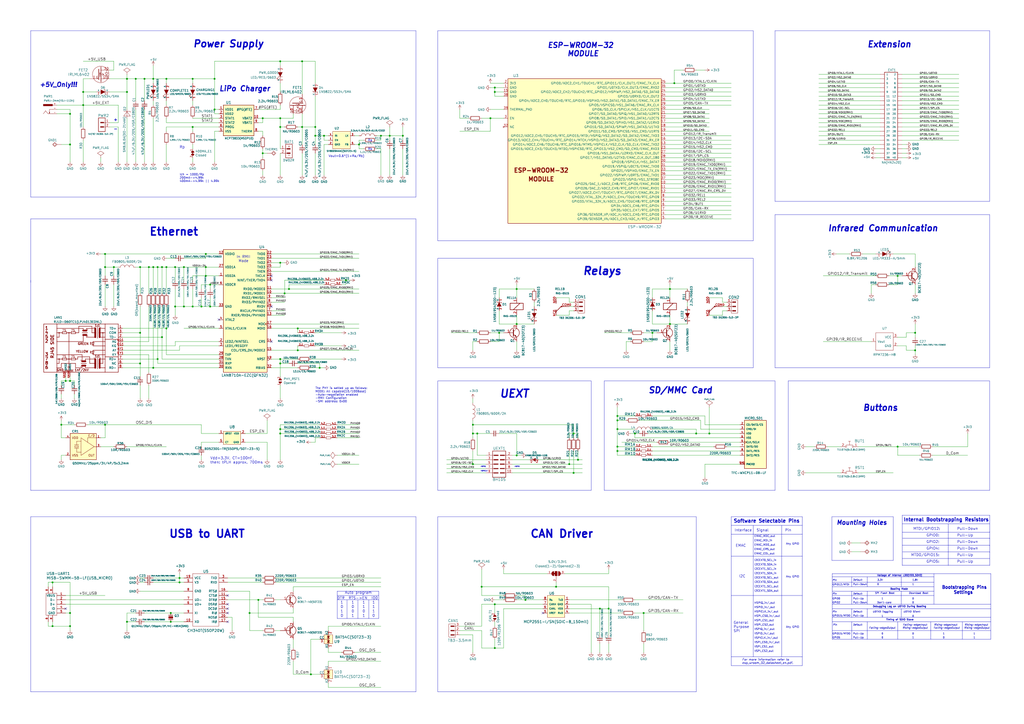
<source format=kicad_sch>
(kicad_sch (version 20230121) (generator eeschema)
  (paper "A2")
  (title_block (title "ESP32-EVB_Rev_B") (company "OLIMEX LTD.") (comment 1 "https://www.olimex.com"))
  (junction (at 353.06 353.06))
  (junction (at 299.72 264.16))
  (junction (at 40.64 83.82))
  (junction (at 162.56 210.82))
  (junction (at 200.66 162.56))
  (junction (at 172.72 190.5))
  (junction (at 530.86 203.2))
  (junction (at 73.66 45.72))
  (junction (at 101.6 154.94))
  (junction (at 332.74 274.32))
  (junction (at 162.56 251.46))
  (junction (at 106.68 177.8))
  (junction (at 119.38 147.32))
  (junction (at 289.56 193.04))
  (junction (at 287.02 53.34))
  (junction (at 119.38 160.02))
  (junction (at 81.28 154.94))
  (junction (at 104.14 337.82))
  (junction (at 111.76 73.66))
  (junction (at 106.68 154.94))
  (junction (at 180.34 391.16))
  (junction (at 40.64 66.04))
  (junction (at 81.28 193.04))
  (junction (at 91.44 208.28))
  (junction (at 116.84 177.8))
  (junction (at 279.4 340.36))
  (junction (at 274.32 251.46))
  (junction (at 124.46 63.5))
  (junction (at 96.52 154.94))
  (junction (at 208.28 83.82))
  (junction (at 388.62 187.96))
  (junction (at 99.06 355.6))
  (junction (at 104.14 335.28))
  (junction (at 187.96 78.74))
  (junction (at 347.98 353.06))
  (junction (at 287.02 350.52))
  (junction (at 93.98 154.94))
  (junction (at 358.14 261.62))
  (junction (at 182.88 78.74))
  (junction (at 162.56 208.28))
  (junction (at 162.56 152.4))
  (junction (at 332.74 251.46))
  (junction (at 520.7 259.08))
  (junction (at 226.06 78.74))
  (junction (at 30.48 363.22))
  (junction (at 403.86 251.46))
  (junction (at 124.46 45.72))
  (junction (at 48.26 53.34))
  (junction (at 274.32 269.24))
  (junction (at 101.6 177.8))
  (junction (at 322.58 340.36))
  (junction (at 60.96 154.94))
  (junction (at 358.14 248.92))
  (junction (at 86.36 154.94))
  (junction (at 30.48 337.82))
  (junction (at 152.4 68.58))
  (junction (at 88.9 45.72))
  (junction (at 162.56 68.58))
  (junction (at 175.26 35.56))
  (junction (at 287.02 375.92))
  (junction (at 330.2 269.24))
  (junction (at 162.56 35.56))
  (junction (at 165.1 170.18))
  (junction (at 391.16 48.26))
  (junction (at 172.72 203.2))
  (junction (at 40.64 363.22))
  (junction (at 220.98 78.74))
  (junction (at 99.06 360.68))
  (junction (at 121.92 177.8))
  (junction (at 167.64 167.64))
  (junction (at 78.74 45.72))
  (junction (at 358.14 259.08))
  (junction (at 88.9 154.94))
  (junction (at 73.66 360.68))
  (junction (at 96.52 190.5))
  (junction (at 144.78 355.6))
  (junction (at 335.28 266.7))
  (junction (at 81.28 210.82))
  (junction (at 185.42 213.36))
  (junction (at 121.92 165.1))
  (junction (at 149.86 347.98))
  (junction (at 152.4 88.9))
  (junction (at 40.64 220.98))
  (junction (at 358.14 241.3))
  (junction (at 111.76 45.72))
  (junction (at 88.9 213.36))
  (junction (at 38.1 220.98))
  (junction (at 388.62 167.64))
  (junction (at 111.76 177.8))
  (junction (at 162.56 248.92))
  (junction (at 233.68 78.74))
  (junction (at 411.48 251.46))
  (junction (at 287.02 50.8))
  (junction (at 284.48 68.58))
  (junction (at 299.72 187.96))
  (junction (at 520.7 160.02))
  (junction (at 182.88 73.66))
  (junction (at 48.26 60.96))
  (junction (at 368.3 251.46))
  (junction (at 276.86 251.46))
  (junction (at 162.56 73.66))
  (junction (at 358.14 243.84))
  (junction (at 91.44 154.94))
  (junction (at 40.64 355.6))
  (junction (at 299.72 167.64))
  (junction (at 96.52 45.72))
  (junction (at 60.96 147.32))
  (junction (at 274.32 246.38))
  (junction (at 119.38 154.94))
  (junction (at 66.04 154.94))
  (junction (at 304.8 347.98))
  (junction (at 60.96 246.38))
  (junction (at 378.46 193.04))
  (junction (at 530.86 193.04))
  (junction (at 35.56 246.38))
  (junction (at 175.26 73.66))
  (junction (at 373.38 355.6))
  (junction (at 73.66 53.34))
  (junction (at 83.82 45.72))
  (junction (at 93.98 195.58))
  (no_connect (at 157.48 177.8))
  (no_connect (at 132.08 360.68))
  (no_connect (at 157.48 198.12))
  (no_connect (at 314.96 355.6))
  (no_connect (at 132.08 353.06))
  (no_connect (at 132.08 355.6))
  (no_connect (at 157.48 160.02))
  (no_connect (at 157.48 162.56))
  (no_connect (at 132.08 350.52))
  (no_connect (at 38.1 353.06))
  (no_connect (at 127 185.42))
  (no_connect (at 132.08 345.44))
  (wire (pts (xy 284.48 50.8) (xy 287.02 50.8)))
  (polyline (pts (xy 523.367 298.831) (xy 523.367 328.041)))
  (wire (pts (xy 142.24 251.46) (xy 154.94 251.46)))
  (polyline (pts (xy 241.3 284.48) (xy 241.3 127)))
  (wire (pts (xy 116.84 165.1) (xy 116.84 167.64)))
  (wire (pts (xy 365.76 193.04) (xy 350.52 193.04)))
  (wire (pts (xy 127 198.12) (xy 101.6 198.12)))
  (wire (pts (xy 525.78 200.66) (xy 525.78 203.2)))
  (wire (pts (xy 363.22 198.12) (xy 363.22 203.2)))
  (wire (pts (xy 165.1 73.66) (xy 162.56 73.66)))
  (polyline (pts (xy 539.877 360.68) (xy 539.877 370.84)))
  (wire (pts (xy 378.46 261.62) (xy 429.26 261.62)))
  (wire (pts (xy 190.5 375.92) (xy 190.5 378.46)))
  (wire (pts (xy 523.24 76.2) (xy 556.26 76.2)))
  (wire (pts (xy 88.9 38.1) (xy 88.9 45.72)))
  (wire (pts (xy 220.98 86.36) (xy 218.44 86.36)))
  (wire (pts (xy 497.84 259.08) (xy 520.7 259.08)))
  (wire (pts (xy 127 251.46) (xy 116.84 251.46)))
  (polyline (pts (xy 574.04 213.36) (xy 574.04 124.46)))
  (wire (pts (xy 533.4 264.16) (xy 520.7 264.16)))
  (wire (pts (xy 172.72 190.5) (xy 208.28 190.5)))
  (polyline (pts (xy 522.732 334.645) (xy 522.732 340.36)))
  (wire (pts (xy 518.16 274.32) (xy 497.84 274.32)))
  (wire (pts (xy 93.98 195.58) (xy 71.12 195.58)))
  (wire (pts (xy 373.38 355.6) (xy 373.38 365.76)))
  (wire (pts (xy 220.98 101.6) (xy 220.98 86.36)))
  (wire (pts (xy 27.94 340.36) (xy 27.94 337.82)))
  (wire (pts (xy 172.72 193.04) (xy 172.72 190.5)))
  (polyline (pts (xy 482.727 358.14) (xy 574.802 358.14)))
  (wire (pts (xy 27.94 363.22) (xy 30.48 363.22)))
  (wire (pts (xy 81.28 170.18) (xy 81.28 154.94)))
  (wire (pts (xy 81.28 193.04) (xy 81.28 210.82)))
  (wire (pts (xy 279.4 340.36) (xy 279.4 345.44)))
  (wire (pts (xy 157.48 182.88) (xy 165.1 182.88)))
  (polyline (pts (xy 403.86 299.72) (xy 403.86 401.32)))
  (wire (pts (xy 157.48 157.48) (xy 208.28 157.48)))
  (wire (pts (xy 198.12 193.04) (xy 182.88 193.04)))
  (polyline (pts (xy 494.157 353.06) (xy 494.157 358.14)))
  (polyline (pts (xy 17.78 17.78) (xy 241.3 17.78)))
  (wire (pts (xy 35.56 223.52) (xy 35.56 220.98)))
  (wire (pts (xy 419.1 172.72) (xy 411.48 172.72)))
  (wire (pts (xy 48.26 53.34) (xy 48.26 60.96)))
  (wire (pts (xy 299.72 165.1) (xy 299.72 167.64)))
  (polyline (pts (xy 254 299.72) (xy 254 401.32)))
  (wire (pts (xy 198.12 208.28) (xy 180.34 208.28)))
  (polyline (pts (xy 449.58 124.46) (xy 574.04 124.46)))
  (wire (pts (xy 111.76 177.8) (xy 116.84 177.8)))
  (wire (pts (xy 81.28 154.94) (xy 86.36 154.94)))
  (wire (pts (xy 386.08 111.76) (xy 424.18 111.76)))
  (wire (pts (xy 330.2 350.52) (xy 342.9 350.52)))
  (polyline (pts (xy 523.621 312.293) (xy 574.167 312.293)))
  (wire (pts (xy 398.78 175.26) (xy 398.78 177.8)))
  (polyline (pts (xy 449.58 116.84) (xy 574.04 116.84)))
  (wire (pts (xy 185.42 248.92) (xy 162.56 248.92)))
  (wire (pts (xy 386.08 106.68) (xy 424.18 106.68)))
  (wire (pts (xy 386.08 119.38) (xy 424.18 119.38)))
  (wire (pts (xy 160.02 335.28) (xy 220.98 335.28)))
  (wire (pts (xy 78.74 360.68) (xy 73.66 360.68)))
  (wire (pts (xy 198.12 165.1) (xy 200.66 165.1)))
  (wire (pts (xy 335.28 251.46) (xy 335.28 254)))
  (wire (pts (xy 530.86 187.96) (xy 530.86 193.04)))
  (wire (pts (xy 368.3 254) (xy 368.3 251.46)))
  (wire (pts (xy 330.2 353.06) (xy 347.98 353.06)))
  (wire (pts (xy 226.06 73.66) (xy 226.06 78.74)))
  (wire (pts (xy 332.74 261.62) (xy 332.74 274.32)))
  (wire (pts (xy 259.08 269.24) (xy 274.32 269.24)))
  (wire (pts (xy 299.72 251.46) (xy 299.72 264.16)))
  (wire (pts (xy 279.4 363.22) (xy 279.4 350.52)))
  (wire (pts (xy 520.7 259.08) (xy 533.4 259.08)))
  (wire (pts (xy 66.04 165.1) (xy 66.04 177.8)))
  (wire (pts (xy 111.76 160.02) (xy 119.38 160.02)))
  (wire (pts (xy 162.56 208.28) (xy 162.56 210.82)))
  (polyline (pts (xy 482.727 345.44) (xy 541.782 345.44)))
  (wire (pts (xy 358.14 248.92) (xy 368.3 248.92)))
  (wire (pts (xy 175.26 66.04) (xy 175.26 73.66)))
  (wire (pts (xy 127 190.5) (xy 106.68 190.5)))
  (wire (pts (xy 284.48 76.2) (xy 266.7 76.2)))
  (polyline (pts (xy 453.39 304.8) (xy 453.39 381)))
  (wire (pts (xy 60.96 147.32) (xy 60.96 154.94)))
  (wire (pts (xy 530.86 200.66) (xy 530.86 203.2)))
  (wire (pts (xy 358.14 248.92) (xy 358.14 259.08)))
  (wire (pts (xy 386.08 78.74) (xy 424.18 78.74)))
  (wire (pts (xy 40.64 337.82) (xy 40.64 355.6)))
  (wire (pts (xy 408.94 246.38) (xy 408.94 241.3)))
  (wire (pts (xy 170.18 370.84) (xy 170.18 375.92)))
  (polyline (pts (xy 574.167 312.293) (xy 574.167 312.547)))
  (wire (pts (xy 78.74 355.6) (xy 73.66 355.6)))
  (wire (pts (xy 43.18 246.38) (xy 35.56 246.38)))
  (wire (pts (xy 541.02 264.16) (xy 561.34 264.16)))
  (wire (pts (xy 78.74 45.72) (xy 78.74 58.42)))
  (wire (pts (xy 35.56 254) (xy 38.1 254)))
  (wire (pts (xy 279.4 345.44) (xy 292.1 345.44)))
  (wire (pts (xy 185.42 213.36) (xy 187.96 213.36)))
  (wire (pts (xy 162.56 48.26) (xy 162.56 53.34)))
  (wire (pts (xy 289.56 167.64) (xy 299.72 167.64)))
  (wire (pts (xy 360.68 347.98) (xy 330.2 347.98)))
  (wire (pts (xy 508 160.02) (xy 477.52 160.02)))
  (wire (pts (xy 208.28 86.36) (xy 210.82 86.36)))
  (wire (pts (xy 233.68 73.66) (xy 233.68 78.74)))
  (wire (pts (xy 299.72 264.16) (xy 302.26 264.16)))
  (wire (pts (xy 510.54 60.96) (xy 474.98 60.96)))
  (wire (pts (xy 330.2 261.62) (xy 330.2 269.24)))
  (wire (pts (xy 96.52 177.8) (xy 96.52 190.5)))
  (wire (pts (xy 421.64 175.26) (xy 419.1 175.26)))
  (wire (pts (xy 162.56 248.92) (xy 162.56 251.46)))
  (wire (pts (xy 391.16 40.64) (xy 391.16 48.26)))
  (wire (pts (xy 510.54 43.18) (xy 474.98 43.18)))
  (polyline (pts (xy 574.04 213.36) (xy 449.58 213.36)))
  (wire (pts (xy 386.08 68.58) (xy 411.48 68.58)))
  (wire (pts (xy 38.1 218.44) (xy 38.1 220.98)))
  (wire (pts (xy 101.6 198.12) (xy 101.6 200.66)))
  (wire (pts (xy 406.4 243.84) (xy 406.4 248.92)))
  (wire (pts (xy 523.24 60.96) (xy 556.26 60.96)))
  (wire (pts (xy 111.76 76.2) (xy 111.76 73.66)))
  (wire (pts (xy 276.86 198.12) (xy 274.32 198.12)))
  (wire (pts (xy 170.18 340.36) (xy 220.98 340.36)))
  (wire (pts (xy 274.32 251.46) (xy 276.86 251.46)))
  (wire (pts (xy 297.18 264.16) (xy 299.72 264.16)))
  (wire (pts (xy 378.46 264.16) (xy 429.26 264.16)))
  (wire (pts (xy 172.72 210.82) (xy 185.42 210.82)))
  (polyline (pts (xy 17.78 114.3) (xy 241.3 114.3)))
  (wire (pts (xy 287.02 53.34) (xy 287.02 55.88)))
  (wire (pts (xy 119.38 149.86) (xy 119.38 147.32)))
  (wire (pts (xy 195.58 254) (xy 208.28 254)))
  (wire (pts (xy 121.92 177.8) (xy 127 177.8)))
  (wire (pts (xy 297.18 269.24) (xy 330.2 269.24)))
  (wire (pts (xy 38.1 347.98) (xy 106.68 347.98)))
  (wire (pts (xy 358.14 259.08) (xy 368.3 259.08)))
  (wire (pts (xy 35.56 228.6) (xy 35.56 231.14)))
  (polyline (pts (xy 482.6 299.72) (xy 482.6 325.12)))
  (wire (pts (xy 505.46 165.1) (xy 505.46 170.18)))
  (wire (pts (xy 71.12 198.12) (xy 86.36 198.12)))
  (wire (pts (xy 523.24 66.04) (xy 556.26 66.04)))
  (wire (pts (xy 91.44 177.8) (xy 91.44 208.28)))
  (polyline (pts (xy 350.52 220.98) (xy 350.52 284.48)))
  (wire (pts (xy 530.86 193.04) (xy 530.86 195.58)))
  (wire (pts (xy 66.04 259.08) (xy 58.42 259.08)))
  (wire (pts (xy 83.82 335.28) (xy 81.28 335.28)))
  (polyline (pts (xy 523.367 316.357) (xy 574.167 316.357)))
  (wire (pts (xy 111.76 91.44) (xy 111.76 93.98)))
  (wire (pts (xy 386.08 73.66) (xy 411.48 73.66)))
  (wire (pts (xy 386.08 116.84) (xy 424.18 116.84)))
  (wire (pts (xy 523.24 91.44) (xy 525.78 91.44)))
  (polyline (pts (xy 254 139.7) (xy 436.88 139.7)))
  (wire (pts (xy 358.14 261.62) (xy 368.3 261.62)))
  (wire (pts (xy 332.74 251.46) (xy 332.74 254)))
  (wire (pts (xy 386.08 66.04) (xy 411.48 66.04)))
  (wire (pts (xy 121.92 165.1) (xy 127 165.1)))
  (wire (pts (xy 86.36 215.9) (xy 86.36 205.74)))
  (wire (pts (xy 358.14 241.3) (xy 358.14 243.84)))
  (wire (pts (xy 162.56 251.46) (xy 162.56 266.7)))
  (wire (pts (xy 83.82 45.72) (xy 88.9 45.72)))
  (wire (pts (xy 368.3 251.46) (xy 370.84 251.46)))
  (wire (pts (xy 480.06 259.08) (xy 487.68 259.08)))
  (wire (pts (xy 132.08 347.98) (xy 149.86 347.98)))
  (wire (pts (xy 88.9 45.72) (xy 88.9 48.26)))
  (wire (pts (xy 386.08 114.3) (xy 424.18 114.3)))
  (wire (pts (xy 386.08 63.5) (xy 411.48 63.5)))
  (wire (pts (xy 386.08 81.28) (xy 424.18 81.28)))
  (wire (pts (xy 101.6 177.8) (xy 106.68 177.8)))
  (wire (pts (xy 152.4 101.6) (xy 152.4 99.06)))
  (wire (pts (xy 403.86 248.92) (xy 403.86 251.46)))
  (wire (pts (xy 160.02 347.98) (xy 162.56 347.98)))
  (wire (pts (xy 373.38 198.12) (xy 378.46 198.12)))
  (wire (pts (xy 144.78 355.6) (xy 144.78 365.76)))
  (wire (pts (xy 386.08 50.8) (xy 424.18 50.8)))
  (wire (pts (xy 154.94 251.46) (xy 154.94 243.84)))
  (polyline (pts (xy 574.04 220.98) (xy 457.2 220.98)))
  (wire (pts (xy 116.84 251.46) (xy 116.84 246.38)))
  (polyline (pts (xy 436.88 149.86) (xy 254 149.86)))
  (wire (pts (xy 266.7 368.3) (xy 274.32 368.3)))
  (wire (pts (xy 190.5 363.22) (xy 190.5 365.76)))
  (wire (pts (xy 104.14 203.2) (xy 71.12 203.2)))
  (wire (pts (xy 71.12 213.36) (xy 88.9 213.36)))
  (wire (pts (xy 299.72 345.44) (xy 304.8 345.44)))
  (wire (pts (xy 101.6 162.56) (xy 101.6 154.94)))
  (wire (pts (xy 149.86 68.58) (xy 152.4 68.58)))
  (wire (pts (xy 279.4 68.58) (xy 284.48 68.58)))
  (wire (pts (xy 60.96 254) (xy 60.96 246.38)))
  (wire (pts (xy 58.42 254) (xy 60.96 254)))
  (wire (pts (xy 421.64 180.34) (xy 419.1 180.34)))
  (wire (pts (xy 510.54 58.42) (xy 474.98 58.42)))
  (wire (pts (xy 180.34 391.16) (xy 180.34 370.84)))
  (polyline (pts (xy 342.9 284.48) (xy 342.9 220.98)))
  (wire (pts (xy 386.08 96.52) (xy 424.18 96.52)))
  (wire (pts (xy 330.2 254) (xy 330.2 251.46)))
  (wire (pts (xy 523.24 86.36) (xy 525.78 86.36)))
  (wire (pts (xy 40.64 363.22) (xy 40.64 365.76)))
  (wire (pts (xy 86.36 223.52) (xy 86.36 231.14)))
  (wire (pts (xy 106.68 162.56) (xy 106.68 154.94)))
  (wire (pts (xy 93.98 195.58) (xy 93.98 208.28)))
  (wire (pts (xy 96.52 71.12) (xy 96.52 68.58)))
  (polyline (pts (xy 436.88 17.78) (xy 436.88 139.7)))
  (wire (pts (xy 160.02 365.76) (xy 162.56 365.76)))
  (wire (pts (xy 373.38 355.6) (xy 396.24 355.6)))
  (wire (pts (xy 96.52 83.82) (xy 96.52 93.98)))
  (wire (pts (xy 96.52 73.66) (xy 111.76 73.66)))
  (wire (pts (xy 525.78 203.2) (xy 530.86 203.2)))
  (polyline (pts (xy 482.727 332.74) (xy 574.802 332.74)))
  (wire (pts (xy 187.96 83.82) (xy 187.96 101.6)))
  (polyline (pts (xy 436.88 304.8) (xy 436.88 381)))
  (wire (pts (xy 233.68 78.74) (xy 233.68 81.28)))
  (wire (pts (xy 284.48 68.58) (xy 292.1 68.58)))
  (polyline (pts (xy 457.2 220.98) (xy 457.2 284.48)))
  (wire (pts (xy 111.76 86.36) (xy 111.76 83.82)))
  (polyline (pts (xy 522.732 342.9) (xy 522.732 350.52)))
  (wire (pts (xy 279.4 340.36) (xy 322.58 340.36)))
  (wire (pts (xy 27.94 360.68) (xy 27.94 363.22)))
  (wire (pts (xy 386.08 83.82) (xy 424.18 83.82)))
  (wire (pts (xy 60.96 147.32) (xy 119.38 147.32)))
  (wire (pts (xy 154.94 88.9) (xy 152.4 88.9)))
  (wire (pts (xy 523.24 48.26) (xy 556.26 48.26)))
  (wire (pts (xy 88.9 335.28) (xy 104.14 335.28)))
  (wire (pts (xy 132.08 337.82) (xy 152.4 337.82)))
  (wire (pts (xy 88.9 154.94) (xy 91.44 154.94)))
  (wire (pts (xy 508 91.44) (xy 510.54 91.44)))
  (wire (pts (xy 403.86 40.64) (xy 408.94 40.64)))
  (wire (pts (xy 266.7 63.5) (xy 266.7 68.58)))
  (wire (pts (xy 185.42 246.38) (xy 162.56 246.38)))
  (wire (pts (xy 30.48 363.22) (xy 40.64 363.22)))
  (wire (pts (xy 467.36 274.32) (xy 487.68 274.32)))
  (polyline (pts (xy 482.727 340.36) (xy 541.782 340.36)))
  (wire (pts (xy 381 256.54) (xy 360.68 256.54)))
  (wire (pts (xy 330.2 180.34) (xy 330.2 182.88)))
  (wire (pts (xy 386.08 104.14) (xy 424.18 104.14)))
  (polyline (pts (xy 241.3 17.78) (xy 241.3 114.3)))
  (wire (pts (xy 99.06 355.6) (xy 106.68 355.6)))
  (wire (pts (xy 101.6 149.86) (xy 96.52 149.86)))
  (wire (pts (xy 500.38 147.32) (xy 508 147.32)))
  (wire (pts (xy 127 71.12) (xy 96.52 71.12)))
  (wire (pts (xy 284.48 48.26) (xy 292.1 48.26)))
  (wire (pts (xy 378.46 193.04) (xy 381 193.04)))
  (wire (pts (xy 172.72 73.66) (xy 175.26 73.66)))
  (wire (pts (xy 190.5 383.54) (xy 190.5 386.08)))
  (polyline (pts (xy 254 213.36) (xy 436.88 213.36)))
  (polyline (pts (xy 482.727 337.82) (xy 541.782 337.82)))
  (wire (pts (xy 276.86 251.46) (xy 284.48 251.46)))
  (wire (pts (xy 332.74 177.8) (xy 330.2 177.8)))
  (wire (pts (xy 73.66 45.72) (xy 73.66 53.34)))
  (wire (pts (xy 86.36 154.94) (xy 88.9 154.94)))
  (wire (pts (xy 91.44 208.28) (xy 91.44 210.82)))
  (wire (pts (xy 93.98 208.28) (xy 127 208.28)))
  (wire (pts (xy 60.96 154.94) (xy 60.96 160.02)))
  (wire (pts (xy 408.94 269.24) (xy 429.26 269.24)))
  (wire (pts (xy 96.52 76.2) (xy 96.52 73.66)))
  (wire (pts (xy 281.94 271.78) (xy 259.08 271.78)))
  (wire (pts (xy 78.74 154.94) (xy 81.28 154.94)))
  (wire (pts (xy 378.46 172.72) (xy 378.46 167.64)))
  (polyline (pts (xy 518.16 299.72) (xy 482.6 299.72)))
  (wire (pts (xy 96.52 154.94) (xy 101.6 154.94)))
  (wire (pts (xy 170.18 68.58) (xy 170.18 66.04)))
  (wire (pts (xy 335.28 266.7) (xy 337.82 266.7)))
  (wire (pts (xy 88.9 170.18) (xy 88.9 154.94)))
  (polyline (pts (xy 254 299.72) (xy 403.86 299.72)))
  (wire (pts (xy 279.4 363.22) (xy 266.7 363.22)))
  (wire (pts (xy 73.66 43.18) (xy 73.66 45.72)))
  (polyline (pts (xy 195.58 342.9) (xy 195.58 358.775)))
  (wire (pts (xy 378.46 187.96) (xy 388.62 187.96)))
  (wire (pts (xy 378.46 248.92) (xy 403.86 248.92)))
  (wire (pts (xy 99.06 360.68) (xy 106.68 360.68)))
  (wire (pts (xy 195.58 269.24) (xy 208.28 269.24)))
  (wire (pts (xy 226.06 78.74) (xy 226.06 81.28)))
  (wire (pts (xy 182.88 78.74) (xy 187.96 78.74)))
  (wire (pts (xy 91.44 170.18) (xy 91.44 154.94)))
  (wire (pts (xy 162.56 101.6) (xy 162.56 88.9)))
  (polyline (pts (xy 482.727 342.9) (xy 541.782 342.9)))
  (wire (pts (xy 124.46 63.5) (xy 124.46 66.04)))
  (wire (pts (xy 93.98 170.18) (xy 93.98 154.94)))
  (wire (pts (xy 289.56 251.46) (xy 299.72 251.46)))
  (wire (pts (xy 205.74 78.74) (xy 208.28 78.74)))
  (wire (pts (xy 317.5 332.74) (xy 292.1 332.74)))
  (wire (pts (xy 81.28 342.9) (xy 106.68 342.9)))
  (wire (pts (xy 48.26 93.98) (xy 48.26 81.28)))
  (wire (pts (xy 421.64 177.8) (xy 419.1 177.8)))
  (wire (pts (xy 91.44 154.94) (xy 93.98 154.94)))
  (wire (pts (xy 73.66 53.34) (xy 73.66 63.5)))
  (wire (pts (xy 386.08 101.6) (xy 424.18 101.6)))
  (wire (pts (xy 88.9 58.42) (xy 88.9 60.96)))
  (wire (pts (xy 523.24 50.8) (xy 556.26 50.8)))
  (wire (pts (xy 119.38 160.02) (xy 127 160.02)))
  (wire (pts (xy 40.64 218.44) (xy 40.64 220.98)))
  (wire (pts (xy 157.48 149.86) (xy 208.28 149.86)))
  (polyline (pts (xy 523.367 327.914) (xy 574.167 327.914)))
  (wire (pts (xy 525.78 193.04) (xy 530.86 193.04)))
  (wire (pts (xy 162.56 246.38) (xy 162.56 248.92)))
  (wire (pts (xy 149.86 347.98) (xy 152.4 347.98)))
  (polyline (pts (xy 482.727 360.68) (xy 574.802 360.68)))
  (polyline (pts (xy 558.292 360.68) (xy 558.292 370.84)))
  (polyline (pts (xy 482.727 334.645) (xy 541.782 334.645)))
  (wire (pts (xy 152.4 71.12) (xy 152.4 68.58)))
  (wire (pts (xy 276.86 264.16) (xy 276.86 251.46)))
  (wire (pts (xy 124.46 66.04) (xy 127 66.04)))
  (wire (pts (xy 289.56 180.34) (xy 289.56 187.96)))
  (wire (pts (xy 274.32 368.3) (xy 274.32 378.46)))
  (wire (pts (xy 152.4 88.9) (xy 152.4 91.44)))
  (wire (pts (xy 523.24 81.28) (xy 556.26 81.28)))
  (wire (pts (xy 83.82 360.68) (xy 99.06 360.68)))
  (wire (pts (xy 162.56 60.96) (xy 162.56 63.5)))
  (wire (pts (xy 218.44 78.74) (xy 220.98 78.74)))
  (wire (pts (xy 332.74 274.32) (xy 337.82 274.32)))
  (wire (pts (xy 281.94 264.16) (xy 276.86 264.16)))
  (wire (pts (xy 386.08 58.42) (xy 424.18 58.42)))
  (wire (pts (xy 190.5 383.54) (xy 220.98 383.54)))
  (wire (pts (xy 274.32 261.62) (xy 274.32 269.24)))
  (wire (pts (xy 63.5 53.34) (xy 73.66 53.34)))
  (polyline (pts (xy 207.645 347.98) (xy 207.645 358.775)))
  (wire (pts (xy 304.8 345.44) (xy 304.8 347.98)))
  (wire (pts (xy 132.08 335.28) (xy 152.4 335.28)))
  (wire (pts (xy 429.26 246.38) (xy 408.94 246.38)))
  (wire (pts (xy 86.36 205.74) (xy 71.12 205.74)))
  (wire (pts (xy 332.74 246.38) (xy 274.32 246.38)))
  (wire (pts (xy 48.26 45.72) (xy 52.07 45.72)))
  (wire (pts (xy 182.88 254) (xy 185.42 254)))
  (polyline (pts (xy 436.88 213.36) (xy 436.88 149.86)))
  (wire (pts (xy 162.56 210.82) (xy 167.64 210.82)))
  (wire (pts (xy 162.56 152.4) (xy 165.1 152.4)))
  (wire (pts (xy 274.32 246.38) (xy 274.32 251.46)))
  (wire (pts (xy 510.54 68.58) (xy 474.98 68.58)))
  (polyline (pts (xy 523.367 308.737) (xy 574.167 308.737)))
  (wire (pts (xy 38.1 350.52) (xy 106.68 350.52)))
  (wire (pts (xy 358.14 261.62) (xy 358.14 264.16)))
  (wire (pts (xy 494.03 320.04) (xy 499.11 320.04)))
  (wire (pts (xy 40.64 355.6) (xy 38.1 355.6)))
  (wire (pts (xy 332.74 180.34) (xy 330.2 180.34)))
  (wire (pts (xy 40.64 220.98) (xy 43.18 220.98)))
  (wire (pts (xy 170.18 383.54) (xy 170.18 391.16)))
  (wire (pts (xy 510.54 83.82) (xy 474.98 83.82)))
  (wire (pts (xy 68.58 60.96) (xy 68.58 71.12)))
  (wire (pts (xy 91.44 208.28) (xy 71.12 208.28)))
  (wire (pts (xy 66.04 160.02) (xy 66.04 154.94)))
  (polyline (pts (xy 550.037 303.911) (xy 550.037 328.041)))
  (wire (pts (xy 157.48 172.72) (xy 165.1 172.72)))
  (wire (pts (xy 330.2 182.88) (xy 322.58 182.88)))
  (wire (pts (xy 226.06 78.74) (xy 233.68 78.74)))
  (wire (pts (xy 287.02 350.52) (xy 287.02 355.6)))
  (wire (pts (xy 167.64 165.1) (xy 167.64 167.64)))
  (wire (pts (xy 152.4 86.36) (xy 152.4 88.9)))
  (polyline (pts (xy 17.78 163.83) (xy 17.78 127)))
  (polyline (pts (xy 17.78 127) (xy 241.3 127)))
  (wire (pts (xy 119.38 154.94) (xy 127 154.94)))
  (wire (pts (xy 68.58 73.66) (xy 68.58 93.98)))
  (wire (pts (xy 38.1 264.16) (xy 35.56 264.16)))
  (wire (pts (xy 170.18 358.14) (xy 149.86 358.14)))
  (wire (pts (xy 63.5 40.64) (xy 66.04 40.64)))
  (wire (pts (xy 172.72 200.66) (xy 172.72 203.2)))
  (wire (pts (xy 73.66 355.6) (xy 73.66 360.68)))
  (wire (pts (xy 60.96 246.38) (xy 116.84 246.38)))
  (wire (pts (xy 284.48 68.58) (xy 284.48 76.2)))
  (wire (pts (xy 101.6 177.8) (xy 101.6 182.88)))
  (wire (pts (xy 530.86 170.18) (xy 530.86 165.1)))
  (wire (pts (xy 386.08 88.9) (xy 424.18 88.9)))
  (wire (pts (xy 358.14 243.84) (xy 358.14 248.92)))
  (wire (pts (xy 43.18 228.6) (xy 43.18 231.14)))
  (wire (pts (xy 411.48 251.46) (xy 429.26 251.46)))
  (wire (pts (xy 35.56 264.16) (xy 35.56 266.7)))
  (wire (pts (xy 292.1 353.06) (xy 292.1 375.92)))
  (wire (pts (xy 96.52 170.18) (xy 96.52 154.94)))
  (wire (pts (xy 510.54 48.26) (xy 474.98 48.26)))
  (wire (pts (xy 508 165.1) (xy 505.46 165.1)))
  (wire (pts (xy 55.88 53.34) (xy 48.26 53.34)))
  (wire (pts (xy 33.02 66.04) (xy 40.64 66.04)))
  (wire (pts (xy 162.56 231.14) (xy 162.56 223.52)))
  (wire (pts (xy 226.06 86.36) (xy 226.06 101.6)))
  (wire (pts (xy 386.08 60.96) (xy 424.18 60.96)))
  (wire (pts (xy 185.42 251.46) (xy 162.56 251.46)))
  (wire (pts (xy 373.38 378.46) (xy 373.38 373.38)))
  (polyline (pts (xy 520.827 360.68) (xy 520.827 370.84)))
  (wire (pts (xy 292.1 332.74) (xy 292.1 330.2)))
  (wire (pts (xy 289.56 187.96) (xy 299.72 187.96)))
  (wire (pts (xy 182.88 256.54) (xy 182.88 254)))
  (polyline (pts (xy 424.18 345.44) (xy 465.455 345.44)))
  (wire (pts (xy 83.82 93.98) (xy 83.82 63.5)))
  (wire (pts (xy 30.48 340.36) (xy 30.48 337.82)))
  (wire (pts (xy 353.06 353.06) (xy 353.06 368.3)))
  (wire (pts (xy 96.52 45.72) (xy 96.52 48.26)))
  (polyline (pts (xy 518.16 325.12) (xy 518.16 299.72)))
  (wire (pts (xy 561.34 259.08) (xy 561.34 251.46)))
  (wire (pts (xy 378.46 180.34) (xy 378.46 187.96)))
  (wire (pts (xy 124.46 35.56) (xy 124.46 45.72)))
  (wire (pts (xy 40.64 83.82) (xy 35.56 83.82)))
  (wire (pts (xy 375.92 251.46) (xy 403.86 251.46)))
  (wire (pts (xy 162.56 38.1) (xy 162.56 35.56)))
  (polyline (pts (xy 494.157 360.68) (xy 494.157 370.84)))
  (wire (pts (xy 104.14 337.82) (xy 106.68 337.82)))
  (wire (pts (xy 132.08 342.9) (xy 144.78 342.9)))
  (wire (pts (xy 48.26 60.96) (xy 68.58 60.96)))
  (wire (pts (xy 124.46 76.2) (xy 124.46 93.98)))
  (wire (pts (xy 83.82 355.6) (xy 99.06 355.6)))
  (wire (pts (xy 408.94 276.86) (xy 408.94 269.24)))
  (wire (pts (xy 287.02 375.92) (xy 292.1 375.92)))
  (wire (pts (xy 172.72 203.2) (xy 208.28 203.2)))
  (wire (pts (xy 58.42 93.98) (xy 58.42 91.44)))
  (wire (pts (xy 195.58 246.38) (xy 208.28 246.38)))
  (wire (pts (xy 195.58 264.16) (xy 208.28 264.16)))
  (wire (pts (xy 299.72 203.2) (xy 299.72 198.12)))
  (wire (pts (xy 419.1 182.88) (xy 411.48 182.88)))
  (wire (pts (xy 40.64 355.6) (xy 40.64 363.22)))
  (wire (pts (xy 485.14 147.32) (xy 492.76 147.32)))
  (polyline (pts (xy 494.157 334.645) (xy 494.157 340.36)))
  (wire (pts (xy 106.68 177.8) (xy 111.76 177.8)))
  (wire (pts (xy 180.34 370.84) (xy 185.42 370.84)))
  (polyline (pts (xy 449.58 213.36) (xy 449.58 124.46)))
  (wire (pts (xy 160.02 337.82) (xy 220.98 337.82)))
  (wire (pts (xy 365.76 251.46) (xy 368.3 251.46)))
  (wire (pts (xy 81.28 210.82) (xy 71.12 210.82)))
  (wire (pts (xy 198.12 200.66) (xy 182.88 200.66)))
  (wire (pts (xy 157.48 190.5) (xy 172.72 190.5)))
  (wire (pts (xy 510.54 71.12) (xy 474.98 71.12)))
  (polyline (pts (xy 482.727 365.76) (xy 574.802 365.76)))
  (wire (pts (xy 342.9 350.52) (xy 342.9 378.46)))
  (wire (pts (xy 347.98 353.06) (xy 353.06 353.06)))
  (wire (pts (xy 279.4 375.92) (xy 287.02 375.92)))
  (wire (pts (xy 198.12 162.56) (xy 200.66 162.56)))
  (wire (pts (xy 287.02 50.8) (xy 287.02 53.34)))
  (wire (pts (xy 510.54 66.04) (xy 474.98 66.04)))
  (wire (pts (xy 358.14 264.16) (xy 368.3 264.16)))
  (wire (pts (xy 292.1 347.98) (xy 287.02 347.98)))
  (wire (pts (xy 162.56 63.5) (xy 149.86 63.5)))
  (wire (pts (xy 523.24 71.12) (xy 556.26 71.12)))
  (wire (pts (xy 78.74 93.98) (xy 78.74 63.5)))
  (wire (pts (xy 332.74 175.26) (xy 330.2 175.26)))
  (wire (pts (xy 165.1 170.18) (xy 208.28 170.18)))
  (wire (pts (xy 88.9 337.82) (xy 104.14 337.82)))
  (polyline (pts (xy 424.18 309.88) (xy 465.455 309.88)))
  (polyline (pts (xy 436.88 17.78) (xy 254 17.78)))
  (wire (pts (xy 314.96 353.06) (xy 292.1 353.06)))
  (wire (pts (xy 386.08 48.26) (xy 391.16 48.26)))
  (wire (pts (xy 266.7 68.58) (xy 271.78 68.58)))
  (wire (pts (xy 35.56 243.84) (xy 35.56 246.38)))
  (wire (pts (xy 185.42 210.82) (xy 185.42 213.36)))
  (wire (pts (xy 408.94 241.3) (xy 378.46 241.3)))
  (wire (pts (xy 523.24 58.42) (xy 556.26 58.42)))
  (wire (pts (xy 40.64 83.82) (xy 40.64 93.98)))
  (wire (pts (xy 378.46 198.12) (xy 378.46 193.04)))
  (wire (pts (xy 386.08 71.12) (xy 411.48 71.12)))
  (wire (pts (xy 429.26 254) (xy 368.3 254)))
  (wire (pts (xy 508 86.36) (xy 510.54 86.36)))
  (wire (pts (xy 218.44 81.28) (xy 220.98 81.28)))
  (wire (pts (xy 220.98 78.74) (xy 226.06 78.74)))
  (wire (pts (xy 91.44 210.82) (xy 127 210.82)))
  (wire (pts (xy 116.84 165.1) (xy 121.92 165.1)))
  (wire (pts (xy 142.24 256.54) (xy 154.94 256.54)))
  (polyline (pts (xy 449.58 284.48) (xy 449.58 220.98)))
  (wire (pts (xy 33.02 60.96) (xy 48.26 60.96)))
  (polyline (pts (xy 424.18 386.08) (xy 424.18 299.72)))
  (wire (pts (xy 48.26 45.72) (xy 48.26 53.34)))
  (wire (pts (xy 523.24 68.58) (xy 556.26 68.58)))
  (wire (pts (xy 467.36 259.08) (xy 472.44 259.08)))
  (polyline (pts (xy 574.04 17.78) (xy 449.58 17.78)))
  (wire (pts (xy 297.18 271.78) (xy 337.82 271.78)))
  (wire (pts (xy 116.84 256.54) (xy 127 256.54)))
  (wire (pts (xy 111.76 60.96) (xy 111.76 58.42)))
  (polyline (pts (xy 522.732 358.14) (xy 522.732 353.06)))
  (wire (pts (xy 276.86 193.04) (xy 261.62 193.04)))
  (wire (pts (xy 284.48 193.04) (xy 289.56 193.04)))
  (wire (pts (xy 167.64 167.64) (xy 208.28 167.64)))
  (wire (pts (xy 81.28 210.82) (xy 81.28 218.44)))
  (wire (pts (xy 73.66 45.72) (xy 78.74 45.72)))
  (wire (pts (xy 378.46 259.08) (xy 414.02 259.08)))
  (wire (pts (xy 287.02 50.8) (xy 292.1 50.8)))
  (wire (pts (xy 111.76 45.72) (xy 111.76 48.26)))
  (polyline (pts (xy 482.727 353.06) (xy 574.802 353.06)))
  (polyline (pts (xy 503.047 342.9) (xy 503.047 350.52)))
  (polyline (pts (xy 574.04 116.84) (xy 574.04 17.78)))
  (wire (pts (xy 205.74 378.46) (xy 220.98 378.46)))
  (wire (pts (xy 386.08 127) (xy 424.18 127)))
  (wire (pts (xy 104.14 200.66) (xy 104.14 203.2)))
  (wire (pts (xy 127 200.66) (xy 104.14 200.66)))
  (wire (pts (xy 149.86 358.14) (xy 149.86 347.98)))
  (wire (pts (xy 208.28 83.82) (xy 208.28 86.36)))
  (wire (pts (xy 279.4 365.76) (xy 266.7 365.76)))
  (wire (pts (xy 154.94 256.54) (xy 154.94 266.7)))
  (polyline (pts (xy 482.727 370.84) (xy 574.802 370.84)))
  (polyline (pts (xy 403.86 401.32) (xy 254 401.32)))
  (polyline (pts (xy 424.18 304.8) (xy 465.455 304.8)))
  (wire (pts (xy 388.62 187.96) (xy 388.62 182.88)))
  (wire (pts (xy 274.32 198.12) (xy 274.32 203.2)))
  (wire (pts (xy 165.1 162.56) (xy 165.1 170.18)))
  (wire (pts (xy 40.64 63.5) (xy 40.64 66.04)))
  (wire (pts (xy 182.88 73.66) (xy 182.88 78.74)))
  (wire (pts (xy 33.02 63.5) (xy 40.64 63.5)))
  (polyline (pts (xy 219.71 342.9) (xy 219.71 358.775)))
  (wire (pts (xy 157.48 203.2) (xy 172.72 203.2)))
  (wire (pts (xy 525.78 88.9) (xy 523.24 88.9)))
  (wire (pts (xy 187.96 162.56) (xy 165.1 162.56)))
  (wire (pts (xy 104.14 335.28) (xy 106.68 335.28)))
  (wire (pts (xy 386.08 76.2) (xy 411.48 76.2)))
  (wire (pts (xy 104.14 332.74) (xy 104.14 335.28)))
  (polyline (pts (xy 254 17.78) (xy 254 139.7)))
  (wire (pts (xy 182.88 78.74) (xy 182.88 83.82)))
  (wire (pts (xy 330.2 269.24) (xy 337.82 269.24)))
  (wire (pts (xy 281.94 274.32) (xy 259.08 274.32)))
  (wire (pts (xy 386.08 99.06) (xy 424.18 99.06)))
  (wire (pts (xy 162.56 35.56) (xy 175.26 35.56)))
  (wire (pts (xy 220.98 81.28) (xy 220.98 78.74)))
  (wire (pts (xy 170.18 353.06) (xy 170.18 355.6)))
  (wire (pts (xy 419.1 180.34) (xy 419.1 182.88)))
  (wire (pts (xy 299.72 187.96) (xy 309.88 187.96)))
  (wire (pts (xy 287.02 360.68) (xy 287.02 363.22)))
  (wire (pts (xy 162.56 154.94) (xy 162.56 152.4)))
  (wire (pts (xy 124.46 35.56) (xy 162.56 35.56)))
  (polyline (pts (xy 482.727 332.74) (xy 482.727 370.84)))
  (wire (pts (xy 541.02 259.08) (xy 561.34 259.08)))
  (wire (pts (xy 279.4 365.76) (xy 279.4 375.92)))
  (polyline (pts (xy 503.047 334.645) (xy 503.047 340.36)))
  (wire (pts (xy 93.98 177.8) (xy 93.98 195.58)))
  (polyline (pts (xy 482.727 350.52) (xy 574.802 350.52)))
  (wire (pts (xy 157.48 180.34) (xy 165.1 180.34)))
  (wire (pts (xy 386.08 121.92) (xy 424.18 121.92)))
  (polyline (pts (xy 457.2 284.48) (xy 574.04 284.48)))
  (wire (pts (xy 520.7 264.16) (xy 520.7 259.08)))
  (polyline (pts (xy 523.621 320.167) (xy 574.167 320.167)))
  (wire (pts (xy 63.5 73.66) (xy 68.58 73.66)))
  (wire (pts (xy 43.18 220.98) (xy 43.18 223.52)))
  (polyline (pts (xy 241.3 401.32) (xy 241.3 299.72)))
  (wire (pts (xy 358.14 243.84) (xy 363.22 243.84)))
  (polyline (pts (xy 17.78 162.56) (xy 17.78 284.48)))
  (polyline (pts (xy 424.18 322.58) (xy 465.455 322.58)))
  (wire (pts (xy 421.64 259.08) (xy 429.26 259.08)))
  (wire (pts (xy 347.98 378.46) (xy 347.98 373.38)))
  (wire (pts (xy 38.1 220.98) (xy 40.64 220.98)))
  (wire (pts (xy 190.5 81.28) (xy 187.96 81.28)))
  (wire (pts (xy 505.46 198.12) (xy 477.52 198.12)))
  (polyline (pts (xy 424.18 299.72) (xy 465.455 299.72)))
  (polyline (pts (xy 254 284.48) (xy 342.9 284.48)))
  (wire (pts (xy 96.52 190.5) (xy 96.52 205.74)))
  (wire (pts (xy 281.94 266.7) (xy 259.08 266.7)))
  (wire (pts (xy 190.5 398.78) (xy 220.98 398.78)))
  (wire (pts (xy 144.78 342.9) (xy 144.78 355.6)))
  (wire (pts (xy 132.08 358.14) (xy 134.62 358.14)))
  (wire (pts (xy 175.26 73.66) (xy 175.26 83.82)))
  (wire (pts (xy 40.64 66.04) (xy 40.64 83.82)))
  (wire (pts (xy 287.02 55.88) (xy 292.1 55.88)))
  (wire (pts (xy 289.56 172.72) (xy 289.56 167.64)))
  (wire (pts (xy 386.08 109.22) (xy 424.18 109.22)))
  (wire (pts (xy 182.88 88.9) (xy 182.88 101.6)))
  (wire (pts (xy 116.84 264.16) (xy 116.84 266.7)))
  (wire (pts (xy 157.48 167.64) (xy 167.64 167.64)))
  (wire (pts (xy 86.36 198.12) (xy 86.36 177.8)))
  (wire (pts (xy 170.18 391.16) (xy 180.34 391.16)))
  (wire (pts (xy 429.26 256.54) (xy 388.62 256.54)))
  (wire (pts (xy 66.04 154.94) (xy 68.58 154.94)))
  (wire (pts (xy 299.72 167.64) (xy 299.72 172.72)))
  (wire (pts (xy 388.62 165.1) (xy 388.62 167.64)))
  (polyline (pts (xy 17.78 284.48) (xy 241.3 284.48)))
  (polyline (pts (xy 494.157 342.9) (xy 494.157 350.52)))
  (wire (pts (xy 121.92 167.64) (xy 121.92 165.1)))
  (wire (pts (xy 106.68 167.64) (xy 106.68 177.8)))
  (wire (pts (xy 332.74 251.46) (xy 335.28 251.46)))
  (wire (pts (xy 81.28 193.04) (xy 71.12 193.04)))
  (wire (pts (xy 523.24 45.72) (xy 556.26 45.72)))
  (wire (pts (xy 530.86 147.32) (xy 518.16 147.32)))
  (wire (pts (xy 523.24 63.5) (xy 556.26 63.5)))
  (wire (pts (xy 86.36 170.18) (xy 86.36 154.94)))
  (wire (pts (xy 58.42 147.32) (xy 60.96 147.32)))
  (wire (pts (xy 124.46 45.72) (xy 124.46 63.5)))
  (wire (pts (xy 523.24 78.74) (xy 556.26 78.74)))
  (wire (pts (xy 523.24 73.66) (xy 556.26 73.66)))
  (wire (pts (xy 510.54 53.34) (xy 474.98 53.34)))
  (wire (pts (xy 180.34 256.54) (xy 182.88 256.54)))
  (wire (pts (xy 127 68.58) (xy 111.76 68.58)))
  (wire (pts (xy 190.5 378.46) (xy 198.12 378.46)))
  (polyline (pts (xy 503.047 353.06) (xy 503.047 358.14)))
  (wire (pts (xy 510.54 55.88) (xy 474.98 55.88)))
  (polyline (pts (xy 523.367 323.977) (xy 574.167 323.977)))
  (wire (pts (xy 88.9 177.8) (xy 88.9 213.36)))
  (wire (pts (xy 88.9 45.72) (xy 96.52 45.72)))
  (wire (pts (xy 30.48 337.82) (xy 40.64 337.82)))
  (wire (pts (xy 35.56 246.38) (xy 35.56 254)))
  (wire (pts (xy 35.56 220.98) (xy 38.1 220.98)))
  (wire (pts (xy 175.26 73.66) (xy 182.88 73.66)))
  (wire (pts (xy 411.48 236.22) (xy 411.48 251.46)))
  (polyline (pts (xy 195.58 347.98) (xy 219.71 347.98)))
  (wire (pts (xy 205.74 83.82) (xy 208.28 83.82)))
  (polyline (pts (xy 201.295 347.98) (xy 201.295 358.775)))
  (wire (pts (xy 111.76 167.64) (xy 111.76 177.8)))
  (wire (pts (xy 134.62 358.14) (xy 134.62 365.76)))
  (wire (pts (xy 287.02 370.84) (xy 287.02 375.92)))
  (wire (pts (xy 378.46 167.64) (xy 388.62 167.64)))
  (wire (pts (xy 419.1 175.26) (xy 419.1 172.72)))
  (wire (pts (xy 358.14 236.22) (xy 358.14 241.3)))
  (wire (pts (xy 195.58 251.46) (xy 208.28 251.46)))
  (wire (pts (xy 111.76 160.02) (xy 111.76 162.56)))
  (wire (pts (xy 388.62 167.64) (xy 398.78 167.64)))
  (wire (pts (xy 274.32 243.84) (xy 274.32 246.38)))
  (wire (pts (xy 515.62 160.02) (xy 520.7 160.02)))
  (wire (pts (xy 162.56 68.58) (xy 162.56 73.66)))
  (wire (pts (xy 172.72 213.36) (xy 157.48 213.36)))
  (polyline (pts (xy 523.367 298.831) (xy 574.167 298.831)))
  (wire (pts (xy 157.48 170.18) (xy 165.1 170.18)))
  (wire (pts (xy 312.42 266.7) (xy 335.28 266.7)))
  (polyline (pts (xy 424.18 381) (xy 465.455 381)))
  (wire (pts (xy 96.52 205.74) (xy 127 205.74)))
  (wire (pts (xy 157.48 175.26) (xy 165.1 175.26)))
  (wire (pts (xy 353.06 340.36) (xy 353.06 353.06)))
  (polyline (pts (xy 17.78 17.78) (xy 17.78 114.3)))
  (wire (pts (xy 190.5 398.78) (xy 190.5 396.24)))
  (wire (pts (xy 157.48 152.4) (xy 162.56 152.4)))
  (wire (pts (xy 396.24 40.64) (xy 391.16 40.64)))
  (wire (pts (xy 38.1 345.44) (xy 60.96 345.44)))
  (wire (pts (xy 403.86 251.46) (xy 411.48 251.46)))
  (wire (pts (xy 523.24 55.88) (xy 556.26 55.88)))
  (wire (pts (xy 292.1 63.5) (xy 284.48 63.5)))
  (wire (pts (xy 358.14 259.08) (xy 358.14 261.62)))
  (wire (pts (xy 510.54 45.72) (xy 474.98 45.72)))
  (wire (pts (xy 332.74 246.38) (xy 332.74 251.46)))
  (wire (pts (xy 106.68 149.86) (xy 119.38 149.86)))
  (wire (pts (xy 279.4 330.2) (xy 279.4 340.36)))
  (wire (pts (xy 274.32 269.24) (xy 281.94 269.24)))
  (wire (pts (xy 106.68 154.94) (xy 119.38 154.94)))
  (wire (pts (xy 406.4 248.92) (xy 429.26 248.92)))
  (polyline (pts (xy 482.6 325.12) (xy 518.16 325.12)))
  (wire (pts (xy 274.32 233.68) (xy 274.32 231.14)))
  (wire (pts (xy 386.08 93.98) (xy 424.18 93.98)))
  (polyline (pts (xy 449.58 17.78) (xy 449.58 116.84)))
  (wire (pts (xy 157.48 187.96) (xy 208.28 187.96)))
  (wire (pts (xy 368.3 355.6) (xy 373.38 355.6)))
  (wire (pts (xy 111.76 73.66) (xy 127 73.66)))
  (wire (pts (xy 78.74 45.72) (xy 83.82 45.72)))
  (wire (pts (xy 368.3 347.98) (xy 396.24 347.98)))
  (wire (pts (xy 180.34 213.36) (xy 185.42 213.36)))
  (wire (pts (xy 510.54 73.66) (xy 474.98 73.66)))
  (wire (pts (xy 353.06 373.38) (xy 353.06 378.46)))
  (wire (pts (xy 50.8 246.38) (xy 60.96 246.38)))
  (polyline (pts (xy 350.52 284.48) (xy 449.58 284.48)))
  (wire (pts (xy 353.06 332.74) (xy 353.06 330.2)))
  (wire (pts (xy 279.4 350.52) (xy 287.02 350.52)))
  (wire (pts (xy 175.26 35.56) (xy 182.88 35.56)))
  (wire (pts (xy 93.98 154.94) (xy 96.52 154.94)))
  (wire (pts (xy 162.56 68.58) (xy 170.18 68.58)))
  (wire (pts (xy 530.86 203.2) (xy 530.86 205.74)))
  (wire (pts (xy 510.54 76.2) (xy 474.98 76.2)))
  (wire (pts (xy 307.34 266.7) (xy 297.18 266.7)))
  (wire (pts (xy 101.6 200.66) (xy 71.12 200.66)))
  (wire (pts (xy 515.62 165.1) (xy 520.7 165.1)))
  (wire (pts (xy 523.24 53.34) (xy 556.26 53.34)))
  (wire (pts (xy 63.5 71.12) (xy 68.58 71.12)))
  (wire (pts (xy 157.48 147.32) (xy 208.28 147.32)))
  (wire (pts (xy 391.16 48.26) (xy 424.18 48.26)))
  (wire (pts (xy 101.6 167.64) (xy 101.6 177.8)))
  (wire (pts (xy 292.1 53.34) (xy 287.02 53.34)))
  (wire (pts (xy 180.34 391.16) (xy 185.42 391.16)))
  (wire (pts (xy 96.52 45.72) (xy 111.76 45.72)))
  (wire (pts (xy 365.76 198.12) (xy 363.22 198.12)))
  (wire (pts (xy 73.66 360.68) (xy 73.66 365.76)))
  (wire (pts (xy 330.2 355.6) (xy 360.68 355.6)))
  (wire (pts (xy 388.62 187.96) (xy 398.78 187.96)))
  (wire (pts (xy 368.3 241.3) (xy 358.14 241.3)))
  (wire (pts (xy 190.5 83.82) (xy 187.96 83.82)))
  (polyline (pts (xy 574.802 370.84) (xy 574.802 332.74)))
  (polyline (pts (xy 465.455 299.72) (xy 465.455 386.08)))
  (wire (pts (xy 60.96 165.1) (xy 60.96 177.8)))
  (wire (pts (xy 88.9 213.36) (xy 127 213.36)))
  (wire (pts (xy 386.08 53.34) (xy 424.18 53.34)))
  (polyline (pts (xy 574.04 284.48) (xy 574.04 220.98)))
  (wire (pts (xy 96.52 190.5) (xy 71.12 190.5)))
  (wire (pts (xy 111.76 45.72) (xy 124.46 45.72)))
  (wire (pts (xy 297.18 274.32) (xy 332.74 274.32)))
  (wire (pts (xy 510.54 50.8) (xy 474.98 50.8)))
  (wire (pts (xy 157.48 154.94) (xy 162.56 154.94)))
  (wire (pts (xy 520.7 165.1) (xy 520.7 160.02)))
  (polyline (pts (xy 17.78 401.32) (xy 241.3 401.32)))
  (wire (pts (xy 494.03 314.96) (xy 499.11 314.96)))
  (wire (pts (xy 330.2 172.72) (xy 322.58 172.72)))
  (wire (pts (xy 96.52 60.96) (xy 96.52 58.42)))
  (wire (pts (xy 424.18 86.36) (xy 386.08 86.36)))
  (wire (pts (xy 60.96 154.94) (xy 66.04 154.94)))
  (wire (pts (xy 187.96 78.74) (xy 190.5 78.74)))
  (wire (pts (xy 510.54 78.74) (xy 474.98 78.74)))
  (wire (pts (xy 116.84 177.8) (xy 116.84 172.72)))
  (wire (pts (xy 127 76.2) (xy 124.46 76.2)))
  (polyline (pts (xy 213.995 347.98) (xy 213.995 358.775)))
  (wire (pts (xy 149.86 71.12) (xy 152.4 71.12)))
  (polyline (pts (xy 17.78 299.72) (xy 17.78 401.32)))
  (wire (pts (xy 73.66 93.98) (xy 73.66 68.58)))
  (wire (pts (xy 96.52 259.08) (xy 73.66 259.08)))
  (wire (pts (xy 388.62 203.2) (xy 388.62 198.12)))
  (wire (pts (xy 152.4 68.58) (xy 162.56 68.58)))
  (wire (pts (xy 299.72 187.96) (xy 299.72 182.88)))
  (wire (pts (xy 104.14 335.28) (xy 104.14 337.82)))
  (wire (pts (xy 322.58 340.36) (xy 353.06 340.36)))
  (polyline (pts (xy 219.71 342.9) (xy 195.58 342.9)))
  (polyline (pts (xy 574.167 308.737) (xy 574.167 308.483)))
  (wire (pts (xy 510.54 63.5) (xy 474.98 63.5)))
  (wire (pts (xy 370.84 243.84) (xy 406.4 243.84)))
  (wire (pts (xy 388.62 167.64) (xy 388.62 172.72)))
  (wire (pts (xy 175.26 88.9) (xy 175.26 101.6)))
  (wire (pts (xy 327.66 332.74) (xy 353.06 332.74)))
  (wire (pts (xy 127 63.5) (xy 124.46 63.5)))
  (wire (pts (xy 373.38 193.04) (xy 378.46 193.04)))
  (wire (pts (xy 520.7 195.58) (xy 525.78 195.58)))
  (wire (pts (xy 386.08 124.46) (xy 424.18 124.46)))
  (wire (pts (xy 157.48 208.28) (xy 162.56 208.28)))
  (wire (pts (xy 63.5 45.72) (xy 73.66 45.72)))
  (polyline (pts (xy 541.782 350.52) (xy 541.782 332.74)))
  (wire (pts (xy 119.38 154.94) (xy 119.38 160.02)))
  (wire (pts (xy 284.48 198.12) (xy 289.56 198.12)))
  (polyline (pts (xy 195.58 345.44) (xy 219.71 345.44)))
  (wire (pts (xy 81.28 177.8) (xy 81.28 193.04)))
  (polyline (pts (xy 254 220.98) (xy 254 284.48)))
  (wire (pts (xy 274.32 251.46) (xy 274.32 254)))
  (polyline (pts (xy 574.167 298.831) (xy 574.167 328.041)))
  (wire (pts (xy 170.18 342.9) (xy 170.18 340.36)))
  (wire (pts (xy 289.56 193.04) (xy 292.1 193.04)))
  (wire (pts (xy 152.4 76.2) (xy 149.86 76.2)))
  (wire (pts (xy 162.56 208.28) (xy 172.72 208.28)))
  (wire (pts (xy 119.38 147.32) (xy 127 147.32)))
  (wire (pts (xy 116.84 259.08) (xy 116.84 256.54)))
  (polyline (pts (xy 503.047 360.68) (xy 503.047 370.84)))
  (wire (pts (xy 322.58 340.36) (xy 322.58 337.82)))
  (polyline (pts (xy 219.71 358.775) (xy 195.58 358.775)))
  (polyline (pts (xy 574.167 320.167) (xy 574.167 320.421)))
  (wire (pts (xy 335.28 261.62) (xy 335.28 266.7)))
  (wire (pts (xy 208.28 81.28) (xy 208.28 83.82)))
  (wire (pts (xy 88.9 93.98) (xy 88.9 68.58)))
  (wire (pts (xy 66.04 35.56) (xy 48.26 35.56)))
  (wire (pts (xy 116.84 177.8) (xy 121.92 177.8)))
  (wire (pts (xy 330.2 251.46) (xy 332.74 251.46)))
  (wire (pts (xy 530.86 147.32) (xy 530.86 154.94)))
  (wire (pts (xy 386.08 91.44) (xy 424.18 91.44)))
  (polyline (pts (xy 17.78 299.72) (xy 241.3 299.72)))
  (wire (pts (xy 187.96 165.1) (xy 167.64 165.1)))
  (wire (pts (xy 508 88.9) (xy 510.54 88.9)))
  (wire (pts (xy 233.68 86.36) (xy 233.68 101.6)))
  (wire (pts (xy 520.7 160.02) (xy 523.24 160.02)))
  (wire (pts (xy 299.72 167.64) (xy 309.88 167.64)))
  (wire (pts (xy 121.92 177.8) (xy 121.92 172.72)))
  (wire (pts (xy 289.56 198.12) (xy 289.56 193.04)))
  (polyline (pts (xy 574.167 316.357) (xy 574.167 316.611)))
  (polyline (pts (xy 523.367 303.911) (xy 574.167 303.911)))
  (wire (pts (xy 195.58 248.92) (xy 208.28 248.92)))
  (wire (pts (xy 170.18 355.6) (xy 144.78 355.6)))
  (wire (pts (xy 162.56 73.66) (xy 162.56 86.36)))
  (wire (pts (xy 144.78 365.76) (xy 152.4 365.76)))
  (wire (pts (xy 182.88 35.56) (xy 182.88 48.26)))
  (wire (pts (xy 304.8 347.98) (xy 314.96 347.98)))
  (polyline (pts (xy 465.455 386.08) (xy 424.18 386.08)))
  (wire (pts (xy 200.66 162.56) (xy 203.2 162.56)))
  (wire (pts (xy 182.88 55.88) (xy 182.88 73.66)))
  (wire (pts (xy 330.2 175.26) (xy 330.2 172.72)))
  (wire (pts (xy 187.96 81.28) (xy 187.96 78.74)))
  (wire (pts (xy 510.54 81.28) (xy 474.98 81.28)))
  (wire (pts (xy 299.72 347.98) (xy 304.8 347.98)))
  (wire (pts (xy 170.18 360.68) (xy 170.18 358.14)))
  (wire (pts (xy 210.82 81.28) (xy 208.28 81.28)))
  (wire (pts (xy 190.5 363.22) (xy 220.98 363.22)))
  (polyline (pts (xy 254 149.86) (xy 254 213.36)))
  (wire (pts (xy 101.6 154.94) (xy 106.68 154.94)))
  (wire (pts (xy 309.88 175.26) (xy 309.88 177.8)))
  (wire (pts (xy 386.08 55.88) (xy 424.18 55.88)))
  (wire (pts (xy 152.4 78.74) (xy 152.4 76.2)))
  (wire (pts (xy 520.7 200.66) (xy 525.78 200.66)))
  (wire (pts (xy 81.28 223.52) (xy 81.28 231.14)))
  (wire (pts (xy 83.82 45.72) (xy 83.82 58.42)))
  (polyline (pts (xy 449.58 220.98) (xy 350.52 220.98)))
  (wire (pts (xy 200.66 165.1) (xy 200.66 162.56)))
  (wire (pts (xy 27.94 337.82) (xy 30.48 337.82)))
  (wire (pts (xy 347.98 368.3) (xy 347.98 353.06)))
  (wire (pts (xy 525.78 83.82) (xy 523.24 83.82)))
  (wire (pts (xy 175.26 54.61) (xy 175.26 35.56)))
  (wire (pts (xy 162.56 210.82) (xy 162.56 218.44)))
  (wire (pts (xy 66.04 40.64) (xy 66.04 35.56)))
  (wire (pts (xy 48.26 60.96) (xy 48.26 73.66)))
  (wire (pts (xy 523.24 43.18) (xy 556.26 43.18)))
  (wire (pts (xy 30.48 360.68) (xy 30.48 363.22)))
  (wire (pts (xy 83.82 337.82) (xy 81.28 337.82)))
  (wire (pts (xy 525.78 195.58) (xy 525.78 193.04)))
  (wire (pts (xy 287.02 350.52) (xy 314.96 350.52)))
  (polyline (pts (xy 342.9 220.98) (xy 254 220.98)))
  (text "Signal" (at 438.785 308.61 0) (effects (font (size 1.4986 1.4986)) (justify left bottom)))
  (text "Any GPIO" (at 455.93 316.23 0) (effects (font (size 1.0922 1.0922)) (justify left bottom)))
  (text "HSPI_CS0_in/_out" (at 437.515 358.14 0) (effects (font (size 1.0922 1.0922)) (justify left bottom)))
  (text "1" (at 203.835 358.14 0) (effects (font (size 1.524 1.524)) (justify left bottom)))
  (text "Default" (at 494.792 345.186 0) (effects (font (size 0.9906 0.9906) italic) (justify left bottom)))
  (text "I2C" (at 428.625 335.28 0) (effects (font (size 1.4986 1.4986)) (justify left bottom)))
  (text "3.3V" (at 508.762 337.185 0) (effects (font (size 0.9906 0.9906) italic) (justify left bottom)))
  (text "1" (at 529.082 370.586 0) (effects (font (size 0.9906 0.9906)) (justify left bottom)))
  (text "Mounting Holes" (at 485.14 304.8 0) (effects (font (size 2.4892 2.4892) (thickness 0.4978) bold italic) (justify left bottom)))
  (text "0" (at 529.082 358.14 0) (effects (font (size 0.9906 0.9906)) (justify left bottom)))
  (text "For more information refer to \nesp_wroom_32_datasheet_en.pdf." (at 430.53 385.445 0) (effects (font (size 1.1938 1.1938) italic) (justify left bottom)))
  (text "GPIO0" (at 482.854 347.98 0) (effects (font (size 0.9906 0.9906)) (justify left bottom)))
  (text "Power Supply" (at 111.76 27.94 0) (effects (font (size 3.9878 3.9878) (thickness 0.7976) bold italic) (justify left bottom)))
  (text "1" (at 203.835 350.52 0) (effects (font (size 1.524 1.524)) (justify left bottom)))
  (text "Default" (at 494.792 355.6 0) (effects (font (size 0.9906 0.9906) italic) (justify left bottom)))
  (text "0" (at 203.835 355.6 0) (effects (font (size 1.524 1.524)) (justify left bottom)))
  (text "Interface" (at 426.085 308.61 0) (effects (font (size 1.4986 1.4986)) (justify left bottom)))
  (text "MTDO/GPIO15:" (at 528.447 322.961 0) (effects (font (size 1.4986 1.4986)) (justify left bottom)))
  (text "0" (at 511.302 368.3 0) (effects (font (size 0.9906 0.9906)) (justify left bottom)))
  (text "Ra" (at 213.36 82.296 0) (effects (font (size 1.2954 1.2954)) (justify left bottom)))
  (text "EMAC_MDO_out" (at 437.515 316.865 0) (effects (font (size 1.0922 1.0922)) (justify left bottom)))
  (text "1" (at 511.302 347.98 0) (effects (font (size 0.9906 0.9906)) (justify left bottom)))
  (text "Pull-Up" (at 494.792 347.98 0) (effects (font (size 0.9906 0.9906)) (justify left bottom)))
  (text "GPIO5" (at 482.854 370.586 0) (effects (font (size 0.9906 0.9906)) (justify left bottom)))
  (text "Booting Mode" (at 516.382 342.392 0) (effects (font (size 0.9906 0.9906) (thickness 0.1981) bold) (justify left bottom)))
  (text "I2CEXT0_SDA_in" (at 437.515 328.295 0) (effects (font (size 1.0922 1.0922)) (justify left bottom)))
  (text "U0TXD Silent" (at 524.002 355.6 0) (effects (font (size 0.9906 0.9906) italic) (justify left bottom)))
  (text "I2CEXT0_SCL_in" (at 437.515 325.755 0) (effects (font (size 1.0922 1.0922)) (justify left bottom)))
  (text "HSPI_CS2_out" (at 437.515 363.22 0) (effects (font (size 1.0922 1.0922)) (justify left bottom)))
  (text "Download Boot" (at 527.177 344.805 0) (effects (font (size 0.9906 0.9906) italic) (justify left bottom)))
  (text "GPIO12/MTDI" (at 482.854 339.852 0) (effects (font (size 0.9906 0.9906)) (justify left bottom)))
  (text "1" (at 564.642 370.586 0) (effects (font (size 0.9906 0.9906)) (justify left bottom)))
  (text "Any GPIO" (at 455.93 335.28 0) (effects (font (size 1.0922 1.0922)) (justify left bottom)))
  (text "HSPICLK" (at 278.765 273.685 0) (effects (font (size 0.635 0.635)) (justify left bottom)))
  (text "Relays" (at 337.82 160.02 0) (effects (font (size 4.4958 4.4958) (thickness 0.8992) bold italic) (justify left bottom)))
  (text "VSPI_CS1_out" (at 437.515 375.92 0) (effects (font (size 1.0922 1.0922)) (justify left bottom)))
  (text "-" (at 65.786 75.946 0) (effects (font (size 1.7018 1.7018) (thickness 0.3404) bold) (justify left bottom)))
  (text "HSPID" (at 298.45 271.145 0) (effects (font (size 0.635 0.635)) (justify left bottom)))
  (text "1" (at 215.9 353.06 0) (effects (font (size 1.524 1.524)) (justify left bottom)))
  (text "Pull-Down" (at 494.792 350.266 0) (effects (font (size 0.9906 0.9906)) (justify left bottom)))
  (text "Falling-edge:Output" (at 541.528 364.998 0) (effects (font (size 0.9906 0.9906) italic) (justify left bottom)))
  (text "U0TXD Toggling" (at 506.222 355.6 0) (effects (font (size 0.9906 0.9906) italic) (justify left bottom)))
  (text "0" (at 508.762 339.725 0) (effects (font (size 0.9906 0.9906)) (justify left bottom)))
  (text "EMAC_COL_out" (at 437.515 321.945 0) (effects (font (size 1.0922 1.0922)) (justify left bottom)))
  (text "DTR  RTS->EN  IO0" (at 195.58 347.98 0) (effects (font (size 1.524 1.524)) (justify left bottom)))
  (text "1.8V" (at 529.082 337.185 0) (effects (font (size 0.9906 0.9906) italic) (justify left bottom)))
  (text "VSPI_CS0_in/_out" (at 437.515 373.38 0) (effects (font (size 1.0922 1.0922)) (justify left bottom)))
  (text "0" (at 210.185 355.6 0) (effects (font (size 1.524 1.524)) (justify left bottom)))
  (text "CAN Driver" (at 307.34 312.42 0) (effects (font (size 4.4958 4.4958) (thickness 0.8992) bold) (justify left bottom)))
  (text "Rising-edge:Input" (at 541.782 363.22 0) (effects (font (size 0.9906 0.9906) italic) (justify left bottom)))
  (text "VSPICLK_in/_out" (at 437.515 370.84 0) (effects (font (size 1.0922 1.0922)) (justify left bottom)))
  (text "1" (at 215.9 355.6 0) (effects (font (size 1.524 1.524)) (justify left bottom)))
  (text "Pin" (at 455.295 308.61 0) (effects (font (size 1.4986 1.4986)) (justify left bottom)))
  (text "I2CEXT0_SCL_out" (at 437.515 335.915 0) (effects (font (size 1.0922 1.0922)) (justify left bottom)))
  (text "I2CEXT1_SDA_in" (at 437.515 333.375 0) (effects (font (size 1.0922 1.0922)) (justify left bottom)))
  (text "VSPI_CS2_out" (at 437.515 378.46 0) (effects (font (size 1.0922 1.0922)) (justify left bottom)))
  (text "The PHY is setted up as follows:\nMODE: All capable(10/100Base)\n-Auto-negotiation enabled\n-RMII Configuration\n-SMI address: 0x00" (at 182.88 233.68 0) (effects (font (size 1.1938 1.1938)) (justify left bottom)))
  (text "1" (at 197.485 355.6 0) (effects (font (size 1.524 1.524)) (justify left bottom)))
  (text "Falling-edge:Input" (at 523.748 363.22 0) (effects (font (size 0.9906 0.9906) italic) (justify left bottom)))
  (text "Rising-edge:Output" (at 559.308 364.998 0) (effects (font (size 0.9906 0.9906) italic) (justify left bottom)))
  (text "Pull-Down" (at 555.117 307.721 0) (effects (font (size 1.4986 1.4986)) (justify left bottom)))
  (text "1" (at 215.9 350.52 0) (effects (font (size 1.524 1.524)) (justify left bottom)))
  (text "HSPICLK_in/_out" (at 437.515 355.6 0) (effects (font (size 1.0922 1.0922)) (justify left bottom)))
  (text "In RMII\n Mode\n" (at 137.16 152.4 0) (effects (font (size 1.4986 1.4986)) (justify left bottom)))
  (text "Pull-Down" (at 555.117 319.151 0) (effects (font (size 1.4986 1.4986)) (justify left bottom)))
  (text "Ethernet" (at 86.36 137.16 0) (effects (font (size 4.4958 4.4958) (thickness 0.8992) bold) (justify left bottom)))
  (text "GPIO2:" (at 537.337 315.341 0) (effects (font (size 1.4986 1.4986)) (justify left bottom)))
  (text "Timing of SDIO Slave" (at 513.842 360.172 0) (effects (font (size 0.9906 0.9906) (thickness 0.1981) bold) (justify left bottom)))
  (text "Bootstrapping Pins \n     Settings" (at 546.227 344.805 0) (effects (font (size 1.8034 1.8034) (thickness 0.3607) bold) (justify left bottom)))
  (text "Pull-Up" (at 494.792 368.3 0) (effects (font (size 0.9906 0.9906)) (justify left bottom)))
  (text "0" (at 529.082 350.266 0) (effects (font (size 0.9906 0.9906)) (justify left bottom)))
  (text "GPIO15/MTDO" (at 482.854 368.3 0) (effects (font (size 0.9906 0.9906)) (justify left bottom)))
  (text "Pin" (at 482.854 337.312 0) (effects (font (size 0.9906 0.9906) italic) (justify left bottom)))
  (text "0" (at 511.302 370.586 0) (effects (font (size 0.9906 0.9906)) (justify left bottom)))
  (text "GPIO0:" (at 537.337 311.531 0) (effects (font (size 1.4986 1.4986)) (justify left bottom)))
  (text "HSPID_in/_out" (at 437.515 353.06 0) (effects (font (size 1.0922 1.0922)) (justify left bottom)))
  (text "EMAC_MDI_in" (at 437.515 314.325 0) (effects (font (size 1.0922 1.0922)) (justify left bottom)))
  (text "Pull-Down" (at 494.792 339.725 0) (effects (font (size 0.9906 0.9906)) (justify left bottom)))
  (text "1" (at 546.862 368.3 0) (effects (font (size 0.9906 0.9906)) (justify left bottom)))
  (text "General\nPurpose\nSPI" (at 425.45 367.03 0) (effects (font (size 1.4986 1.4986)) (justify left bottom)))
  (text "0" (at 197.485 358.14 0) (effects (font (size 1.524 1.524)) (justify left bottom)))
  (text "VSPIQ_in/_out" (at 437.515 365.76 0) (effects (font (size 1.0922 1.0922)) (justify left bottom)))
  (text "Pin" (at 482.854 345.186 0) (effects (font (size 0.9906 0.9906) italic) (justify left bottom)))
  (text "I2CEXT0_SDA_out" (at 437.515 338.455 0) (effects (font (size 1.0922 1.0922)) (justify left bottom)))
  (text "Don't-care" (at 508.762 350.266 0) (effects (font (size 0.9906 0.9906)) (justify left bottom)))
  (text "Pull-Up" (at 494.792 357.886 0) (effects (font (size 0.9906 0.9906)) (justify left bottom)))
  (text "EMAC_CRS_out" (at 437.515 319.405 0) (effects (font (size 1.0922 1.0922)) (justify left bottom)))
  (text "Debugging Log on U0TXD During Booting" (at 506.222 352.552 0) (effects (font (size 0.9906 0.9906) (thickness 0.1981) bold) (justify left bottom)))
  (text "Auto program\n" (at 200.025 344.805 0) (effects (font (size 1.524 1.524)) (justify left bottom)))
  (text "Voltage of Internal LDO(VDD_SDIO)" (at 508.762 334.518 0) (effects (font (size 0.9906 0.9906) (thickness 0.1981) bold) (justify left bottom)))
  (text "Pin" (at 482.854 355.6 0) (effects (font (size 0.9906 0.9906) italic) (justify left bottom)))
  (text "EMAC_MDC_out" (at 437.515 311.785 0) (effects (font (size 1.0922 1.0922)) (justify left bottom)))
  (text "1" (at 197.485 350.52 0) (effects (font (size 1.524 1.524)) (justify left bottom)))
  (text "MTDI/GPIO12:" (at 529.717 307.721 0) (effects (font (size 1.4986 1.4986)) (justify left bottom)))
  (text "0" (at 546.862 370.586 0) (effects (font (size 0.9906 0.9906)) (justify left bottom)))
  (text "I2CEXT1_SCL_in" (at 437.515 330.835 0) (effects (font (size 1.0922 1.0922)) (justify left bottom)))
  (text "UEXT" (at 289.56 231.14 0) (effects (font (size 4.4958 4.4958) (thickness 0.8992) bold italic) (justify left bottom)))
  (text "1" (at 511.302 358.14 0) (effects (font (size 0.9906 0.9906)) (justify left bottom)))
  (text "Default" (at 494.792 363.22 0) (effects (font (size 0.9906 0.9906) italic) (justify left bottom)))
  (text "Pull-Down" (at 555.117 315.341 0) (effects (font (size 1.4986 1.4986)) (justify left bottom)))
  (text "HSPIQ" (at 278.765 271.145 0) (effects (font (size 0.635 0.635)) (justify left bottom)))
  (text "0" (at 529.082 347.98 0) (effects (font (size 0.9906 0.9906)) (justify left bottom)))
  (text "Rp" (at 104.14 86.36 0) (effects (font (size 1.524 1.524)) (justify left bottom)))
  (text "I2CEXT1_SCL_out" (at 437.515 340.995 0) (effects (font (size 1.0922 1.0922)) (justify left bottom)))
  (text "Rb" (at 213.36 87.376 0) (effects (font (size 1.2954 1.2954)) (justify left bottom)))
  (text "Pin" (at 483.108 363.22 0) (effects (font (size 0.9906 0.9906) italic) (justify left bottom)))
  (text "1" (at 564.642 368.3 0) (effects (font (size 0.9906 0.9906)) (justify left bottom)))
  (text "VSPID_in/_out" (at 437.515 368.3 0) (effects (font (size 1.0922 1.0922)) (justify left bottom)))
  (text "USB to UART" (at 97.79 312.42 0) (effects (font (size 4.4958 4.4958) (thickness 0.8992) bold) (justify left bottom)))
  (text "Rising-edge:Output" (at 523.494 364.998 0) (effects (font (size 0.9906 0.9906) italic) (justify left bottom)))
  (text "1" (at 210.185 353.06 0) (effects (font (size 1.524 1.524)) (justify left bottom)))
  (text "I2CEXT1_SDA_out" (at 437.515 343.535 0) (effects (font (size 1.0922 1.0922)) (justify left bottom)))
  (text "Vdd=3.3V, CT=100nF,\nthen: tPLH approx. 700ms" (at 121.92 269.24 0) (effects (font (size 1.524 1.524)) (justify left bottom)))
  (text "Vout=0.6*(1+Ra/Rb)" (at 190.5 91.44 0) (effects (font (size 1.2954 1.2954)) (justify left bottom)))
  (text "GPIO5:" (at 537.337 326.771 0) (effects (font (size 1.4986 1.4986)) (justify left bottom)))
  (text "Extension" (at 502.92 27.94 0) (effects (font (size 3.5052 3.5052) (thickness 0.701) bold italic) (justify left bottom)))
  (text "0" (at 197.485 353.06 0) (effects (font (size 1.524 1.524)) (justify left bottom)))
  (text "GPIO15/MTDO" (at 482.854 357.886 0) (effects (font (size 0.9906 0.9906)) (justify left bottom)))
  (text "Pull-Up" (at 494.792 370.586 0) (effects (font (size 0.9906 0.9906)) (justify left bottom)))
  (text "SPI Flash Boot" (at 507.492 344.805 0) (effects (font (size 0.9906 0.9906) italic) (justify left bottom)))
  (text "Software Selectable Pins" (at 425.45 303.53 0) (effects (font (size 2.0066 2.0066) (thickness 0.4013) bold) (justify left bottom)))
  (text "ESP-WROOM-32\n     MODULE" (at 317.5 33.02 0) (effects (font (size 2.9972 2.9972) (thickness 0.5994) bold italic) (justify left bottom)))
  (text "GPIO4:" (at 537.337 319.151 0) (effects (font (size 1.4986 1.4986)) (justify left bottom)))
  (text "Falling-edge:Output" (at 504.19 364.998 0) (effects (font (size 0.9906 0.9906) italic) (justify left bottom)))
  (text "Any GPIO" (at 455.93 364.49 0) (effects (font (size 1.0922 1.0922)) (justify left bottom)))
  (text "Ich = 1000/Rp\n200mA->4.99k\n400mA->4.99k || 4.99k" (at 104.14 105.918 0) (effects (font (size 1.1938 1.1938)) (justify left bottom)))
  (text "Pull-Up" (at 555.117 326.771 0) (effects (font (size 1.4986 1.4986)) (justify left bottom)))
  (text "1" (at 210.185 358.14 0) (effects (font (size 1.524 1.524)) (justify left bottom)))
  (text "Pull-Up" (at 555.117 322.961 0) (effects (font (size 1.4986 1.4986)) (justify left bottom)))
  (text "LiPo Charger" (at 127 53.34 0) (effects (font (size 2.9972 2.9972) (thickness 0.5994) bold italic) (justify left bottom)))
  (text "HSPI_CS1_out" (at 437.515 360.68 0) (effects (font (size 1.0922 1.0922)) (justify left bottom)))
  (text "1" (at 210.185 350.52 0) (effects (font (size 1.524 1.524)) (justify left bottom)))
  (text "EMAC" (at 426.72 317.5 0) (effects (font (size 1.4986 1.4986)) (justify left bottom)))
  (text "+5V_Only!!!" (at 22.86 50.8 0) (effects (font (size 2.54 2.54) (thickness 0.508) bold italic) (justify left bottom)))
  (text "Internal Bootstrapping Resistors" (at 524.002 302.768 0) (effects (font (size 2.0066 2.0066) (thickness 0.4013) bold) (justify left bottom)))
  (text "Default" (at 494.792 337.185 0) (effects (font (size 0.9906 0.9906) italic) (justify left bottom)))
  (text "GPIO2" (at 482.854 350.266 0) (effects (font (size 0.9906 0.9906)) (justify left bottom)))
  (text "Pull-Up" (at 555.117 311.531 0) (effects (font (size 1.4986 1.4986)) (justify left bottom)))
  (text "Buttons" (at 500.38 238.76 0) (effects (font (size 3.5052 3.5052) (thickness 0.701) bold italic) (justify left bottom)))
  (text "0" (at 529.082 368.3 0) (effects (font (size 0.9906 0.9906)) (justify left bottom)))
  (text "SD/MMC Card" (at 375.92 228.6 0) (effects (font (size 3.5052 3.5052) (thickness 0.701) bold italic) (justify left bottom)))
  (text "+" (at 65.786 70.612 0) (effects (font (size 1.7018 1.7018) (thickness 0.3404) bold) (justify left bottom)))
  (text "1" (at 529.082 339.725 0) (effects (font (size 0.9906 0.9906)) (justify left bottom)))
  (text "0" (at 203.835 353.06 0) (effects (font (size 1.524 1.524)) (justify left bottom)))
  (text "Rising-edge:Input" (at 559.562 363.22 0) (effects (font (size 0.9906 0.9906) italic) (justify left bottom)))
  (text "Infrared Communication" (at 480.06 134.62 0) (effects (font (size 3.5052 3.5052) (thickness 0.701) bold italic) (justify left bottom)))
  (text "0" (at 215.9 358.14 0) (effects (font (size 1.524 1.524)) (justify left bottom)))
  (text "HSPIQ_in/_out" (at 437.515 350.52 0) (effects (font (size 1.0922 1.0922)) (justify left bottom)))
  (label "GPIO10/SD_DATA3" (at 480.06 55.88 0) (effects (font (size 0.9906 0.9906))))
  (label "GPIO26/EMAC_RXD1(RMII)" (at 480.06 73.66 0) (effects (font (size 0.9906 0.9906))))
  (label "VDD1A-2A" (at 119.38 154.94 180) (effects (font (size 0.9906 0.9906))))
  (label "STAT2" (at 116.84 71.12 0) (effects (font (size 1.524 1.524))))
  (label "GPIO2/HS2_DATA0" (at 200.66 383.54 0))
  (label "PHYAD2" (at 160.02 175.26 0) (effects (font (size 0.9906 0.9906))))
  (label "GPIO22/EMAC_TXD1(RMII)" (at 533.4 68.58 0) (effects (font (size 0.9906 0.9906))))
  (label "ESP_EN" (at 269.24 76.2 0) (effects (font (size 1.524 1.524))))
  (label "GPIO16/I2C-SCL" (at 396.24 88.9 0))
  (label "GPIO27/EMAC_RX_CRS_DV" (at 533.4 73.66 0) (effects (font (size 0.9906 0.9906))))
  (label "GPIO5/CAN-TX" (at 396.24 60.96 0))
  (label "GPI36/U1RXD" (at 480.06 81.28 0) (effects (font (size 0.9906 0.9906))))
  (label "GPIO26/EMAC_RXD1(RMII)" (at 185.42 170.18 0) (effects (font (size 0.9906 0.9906))))
  (label "GPIO10/SD_DATA3" (at 396.24 73.66 0) (effects (font (size 0.9906 0.9906))))
  (label "GPIO23/MDC(RMII)" (at 185.42 187.96 0) (effects (font (size 0.9906 0.9906))))
  (label "GPIO32/REL1" (at 396.24 114.3 0))
  (label "GPI35/CAN-RX" (at 396.24 121.92 0))
  (label "GPIO3/U0RXD" (at 396.24 55.88 0))
  (label "GPIO33/REL2" (at 533.4 76.2 0) (effects (font (size 0.9906 0.9906))))
  (label "GPIO13/I2C-SDA" (at 533.4 58.42 0) (effects (font (size 0.9906 0.9906))))
  (label "GPIO2/HS2_DATA0" (at 388.62 259.08 0))
  (label "GPIO14/HS2_CLK" (at 396.24 83.82 0))
  (label "GPI34/BUT1" (at 508 259.08 0) (effects (font (size 0.9906 0.9906))))
  (label "GPIO5/CAN-TX" (at 375.92 347.98 0) (effects (font (size 1.524 1.524))))
  (label "GPIO18/MDIO(RMII)" (at 480.06 66.04 0) (effects (font (size 0.9906 0.9906))))
  (label "GPIO13/I2C-SDA" (at 314.96 269.24 0) (effects (font (size 0.9906 0.9906))))
  (label "CANL" (at 269.24 365.76 0) (effects (font (size 1.524 1.524))))
  (label "GPIO32/REL1" (at 261.62 193.04 0) (effects (font (size 0.9906 0.9906))))
  (label "GPIO12/IR_Transmit" (at 396.24 78.74 0))
  (label "#PG(#TE)" (at 149.86 63.5 0) (effects (font (size 1.524 1.524))))
  (label "GPIO0/XTAL1/CLKIN" (at 109.22 190.5 0) (effects (font (size 0.9906 0.9906))))
  (label "GPIO5/CAN-TX" (at 533.4 48.26 0) (effects (font (size 0.9906 0.9906))))
  (label "RMIISEL" (at 160.02 172.72 0) (effects (font (size 0.9906 0.9906))))
  (label "GPIO0/XTAL1/CLKIN" (at 396.24 48.26 0))
  (label "GPIO19/EMAC_TXD0(RMII)" (at 533.4 66.04 0) (effects (font (size 0.9906 0.9906))))
  (label "GPIO18/MDIO(RMII)" (at 396.24 93.98 0))
  (label "GPIO7/SD_DATA0" (at 396.24 66.04 0) (effects (font (size 0.9906 0.9906))))
  (label "VDD1A-2A" (at 198.12 264.16 0) (effects (font (size 0.9906 0.9906))))
  (label "PHYAD0" (at 203.2 246.38 0) (effects (font (size 0.9906 0.9906))))
  (label "GPIO32/REL1" (at 480.06 76.2 0) (effects (font (size 0.9906 0.9906))))
  (label "GPIO22/EMAC_TXD1(RMII)" (at 396.24 101.6 0))
  (label "D_Com" (at 171.45 391.16 0) (effects (font (size 1.524 1.524))))
  (label "GPIO15/HS2_CMD" (at 533.4 60.96 0) (effects (font (size 0.9906 0.9906))))
  (label "RMIISEL" (at 203.2 254 0) (effects (font (size 0.9906 0.9906))))
  (label "GPIO8/SD_DATA1" (at 396.24 68.58 0) (effects (font (size 0.9906 0.9906))))
  (label "GPIO13/I2C-SDA" (at 396.24 81.28 0))
  (label "GPI34/BUT1" (at 480.06 78.74 0) (effects (font (size 0.9906 0.9906))))
  (label "GPIO17/SPI_CS" (at 396.24 91.44 0))
  (label "GPIO0/XTAL1/CLKIN" (at 198.12 363.22 0))
  (label "OSC_DIS" (at 78.74 246.38 0) (effects (font (size 1.524 1.524))))
  (label "ESP_EN" (at 144.78 251.46 0) (effects (font (size 1.524 1.524))))
  (label "GPIO19/EMAC_TXD0(RMII)" (at 185.42 147.32 0) (effects (font (size 0.9906 0.9906))))
  (label "+5V_USB" (at 50.8 35.56 0) (effects (font (size 1.524 1.524))))
  (label "GPIO25/EMAC_RXD0(RMII)" (at 396.24 106.68 0))
  (label "GPIO1/U0TXD" (at 396.24 50.8 0))
  (label "GPIO14/HS2_CLK" (at 363.22 256.54 0))
  (label "CANH" (at 269.24 363.22 0) (effects (font (size 1.524 1.524))))
  (label "GPI39/IR_RECEIVE" (at 396.24 127 0))
  (label "GPIO4/U1TXD" (at 480.06 48.26 0) (effects (font (size 0.9906 0.9906))))
  (label "GPI39/IR_RECEIVE" (at 500.38 198.12 180) (effects (font (size 1.524 1.524))))
  (label "GPIO9/SD_DATA2" (at 396.24 71.12 0) (effects (font (size 0.9906 0.9906))))
  (label "GPIO21/EMAC_TX_EN(RMII)" (at 185.42 157.48 0) (effects (font (size 0.9906 0.9906))))
  (label "GPIO15/HS2_CMD" (at 261.62 271.78 0) (effects (font (size 0.9906 0.9906))))
  (label "GPIO25/EMAC_RXD0(RMII)" (at 185.42 167.64 0) (effects (font (size 0.9906 0.9906))))
  (label "GPIO7/SD_DATA0" (at 533.4 50.8 0) (effects (font (size 0.9906 0.9906))))
  (label "GPIO11/SD_CMD" (at 533.4 55.88 0) (effects (font (size 0.9906 0.9906))))
  (label "GPIO1/U0TXD" (at 533.4 43.18 0) (effects (font (size 0.9906 0.9906))))
  (label "PHYAD1" (at 160.02 180.34 0) (effects (font (size 0.9906 0.9906))))
  (label "GPIO26/EMAC_RXD1(RMII)" (at 396.24 109.22 0))
  (label "GPIO17/SPI_CS" (at 533.4 63.5 0) (effects (font (size 0.9906 0.9906))))
  (label "D_Com" (at 548.64 264.16 0) (effects (font (size 1.524 1.524))))
  (label "GPIO27/EMAC_RX_CRS_DV" (at 185.42 203.2 0) (effects (font (size 0.9906 0.9906))))
  (label "PHYAD1" (at 203.2 248.92 0) (effects (font (size 0.9906 0.9906))))
  (label "GPIO1/U0TXD" (at 198.12 337.82 0))
  (label "OSC_DIS" (at 208.28 398.78 0) (effects (font (size 1.524 1.524))))
  (label "GPIO0/XTAL1/CLKIN" (at 78.74 259.08 0) (effects (font (size 0.9906 0.9906))))
  (label "OSC_DIS" (at 208.28 378.46 0) (effects (font (size 1.524 1.524))))
  (label "GPIO2/HS2_DATA0" (at 396.24 53.34 0))
  (label "GPIO2/HS2_DATA0" (at 480.06 45.72 0) (effects (font (size 0.9906 0.9906))))
  (label "GPI35/CAN-RX" (at 375.92 355.6 0) (effects (font (size 1.524 1.524))))
  (label "GPI36/U1RXD" (at 314.96 266.7 0) (effects (font (size 0.9906 0.9906))))
  (label "GPIO33/REL2" (at 350.52 193.04 0) (effects (font (size 0.9906 0.9906))))
  (label "GPIO19/EMAC_TXD0(RMII)" (at 396.24 96.52 0))
  (label "ESP_EN" (at 508 274.32 0) (effects (font (size 0.9906 0.9906))))
  (label "GPIO21/EMAC_TX_EN(RMII)" (at 396.24 99.06 0))
  (label "GPIO16/I2C-SCL" (at 480.06 63.5 0) (effects (font (size 0.9906 0.9906))))
  (label "GPIO27/EMAC_RX_CRS_DV" (at 396.24 111.76 0))
  (label "GPIO3/U0RXD" (at 198.12 335.28 0))
  (label "GPIO11/SD_CMD" (at 396.24 76.2 0) (effects (font (size 0.9906 0.9906))))
  (label "ESP_EN" (at 480.06 83.82 0) (effects (font (size 0.9906 0.9906))))
  (label "GPIO23/MDC(RMII)" (at 480.06 71.12 0) (effects (font (size 0.9906 0.9906))))
  (label "GPIO6/SD_CLK" (at 480.06 50.8 0) (effects (font (size 0.9906 0.9906))))
  (label "GPIO12/IR_Transmit" (at 480.06 58.42 0) (effects (font (size 0.9906 0.9906))))
  (label "GPIO8/SD_DATA1" (at 480.06 53.34 0) (effects (font (size 0.9906 0.9906))))
  (label "GPIO17/SPI_CS" (at 314.96 274.32 0) (effects (font (size 0.9906 0.9906))))
  (label "+5V_EXT" (at 53.34 60.96 0) (effects (font (size 1.524 1.524))))
  (label "GPIO4/U1TXD" (at 261.62 266.7 0) (effects (font (size 0.9906 0.9906))))
  (label "GPIO3/U0RXD" (at 533.4 45.72 0) (effects (font (size 0.9906 0.9906))))
  (label "VDDCR" (at 121.92 165.1 0) (effects (font (size 0.9906 0.9906))))
  (label "GPI36/U1RXD" (at 396.24 124.46 0))
  (label "VDDCR" (at 198.12 269.24 0) (effects (font (size 0.9906 0.9906))))
  (label "GPIO15/HS2_CMD" (at 388.62 243.84 0))
  (label "GPIO15/HS2_CMD" (at 396.24 86.36 0))
  (label "GPIO33/REL2" (at 396.24 116.84 0))
  (label "GPIO23/MDC(RMII)" (at 396.24 104.14 0))
  (label "GPI34/BUT1" (at 396.24 119.38 0))
  (label "GPIO22/EMAC_TXD1(RMII)" (at 185.42 149.86 0) (effects (font (size 0.9906 0.9906))))
  (label "GPIO18/MDIO(RMII)" (at 185.42 190.5 0) (effects (font (size 0.9906 0.9906))))
  (label "GPIO2/HS2_DATA0" (at 314.452 271.78 0) (effects (font (size 0.9906 0.9906))))
  (label "GPI39/IR_RECEIVE" (at 533.4 81.28 0) (effects (font (size 0.9906 0.9906))))
  (label "PHYAD2" (at 203.2 251.46 0) (effects (font (size 0.9906 0.9906))))
  (label "GPIO21/EMAC_TX_EN(RMII)" (at 480.06 68.58 0) (effects (font (size 0.9906 0.9906))))
  (label "GPIO12/IR_Transmit" (at 480.06 160.02 0) (effects (font (size 1.524 1.524))))
  (label "+5V_USB" (at 45.72 345.44 0) (effects (font (size 1.524 1.524))))
  (label "PHYAD0" (at 160.02 182.88 0) (effects (font (size 0.9906 0.9906))))
  (label "STAT1" (at 116.84 68.58 0) (effects (font (size 1.524 1.524))))
  (label "GPIO9/SD_DATA2" (at 533.4 53.34 0) (effects (font (size 0.9906 0.9906))))
  (label "ESP_EN" (at 198.12 340.36 0))
  (label "GPIO0/XTAL1/CLKIN" (at 480.06 43.18 0) (effects (font (size 0.9906 0.9906))))
  (label "GPIO14/HS2_CLK" (at 480.06 60.96 0) (effects (font (size 0.9906 0.9906))))
  (label "GPI35/CAN-RX" (at 533.4 78.74 0) (effects (font (size 0.9906 0.9906))))
  (label "GPIO16/I2C-SCL" (at 261.62 269.24 0) (effects (font (size 0.9906 0.9906))))
  (label "GPIO14/HS2_CLK" (at 261.62 274.32 0) (effects (font (size 0.9906 0.9906))))
  (label "GPIO25/EMAC_RXD0(RMII)" (at 533.4 71.12 0) (effects (font (size 0.9906 0.9906))))
  (label "GPIO4/U1TXD" (at 396.24 58.42 0))
  (label "GPIO6/SD_CLK" (at 396.24 63.5 0) (effects (font (size 0.9906 0.9906))))
  (symbol (lib_id "ESP32-EVB_Rev_B-rescue:PWR-JAKPWR_JACK_UNI_MILLING") (at 27.94 63.5 0) (unit 1)
    (property "Reference" "PWR1" (at 27.94 55.88 0))
    (property "Value" "PWRJ-2mm(YDJ-1134)" (at 34.29 58.42 0) (effects (font (size 0.9906 0.9906))))
    (property "Footprint" "OLIMEX_Connectors-FP:PWRJ-2mm(YDJ-1136)" (effects hide))
    (property "Fieldname 1" "Value 1" (effects hide))
    (property "Fieldname2" "Value2" (effects hide))
    (property "Fieldname3" "Value3" (effects hide))
  )
  (symbol (lib_id "ESP32-EVB_Rev_B-rescue:GND") (at 40.64 93.98 0) (unit 1)
    (property "Reference" "#PWR01" (effects hide))
    (property "Value" "GND" (at 40.64 97.79 0))
  )
  (symbol (lib_id "ESP32-EVB_Rev_B-rescue:TESTPAD") (at 33.02 83.82 180) (unit 1)
    (property "Reference" "GND1" (at 30.48 81.28 0))
    (property "Value" "TESTPAD" (effects hide))
    (property "Footprint" "OLIMEX_Other-FP:TESTPAD_40-ROUND" (effects hide))
    (property "Fieldname 1" "Value 1" (effects hide))
    (property "Fieldname2" "Value2" (effects hide))
    (property "Fieldname3" "Value3" (effects hide))
  )
  (symbol (lib_id "ESP32-EVB_Rev_B-rescue:PWR_FLAG") (at 58.42 91.44 0) (unit 1)
    (property "Reference" "#FLG02" (effects hide))
    (property "Value" "PWR_FLAG" (at 58.42 85.7504 0))
  )
  (symbol (lib_id "ESP32-EVB_Rev_B-rescue:GND") (at 58.42 93.98 0) (unit 1)
    (property "Reference" "#PWR03" (effects hide))
    (property "Value" "GND" (at 58.42 97.79 0))
  )
  (symbol (lib_id "ESP32-EVB_Rev_B-rescue:SMBJ6.0A") (at 73.66 66.04 90) (unit 1)
    (property "Reference" "D2" (at 72.39 61.722 0) (effects (justify right)))
    (property "Value" "SMBJ6.0A(DO-214AA)" (at 72.136 67.564 0) (effects (justify right)))
    (property "Footprint" "OLIMEX_Diodes-FP:DO214AA" (effects hide))
    (property "Fieldname 1" "Value 1" (effects hide))
    (property "Fieldname2" "Value2" (effects hide))
    (property "Fieldname3" "Value3" (effects hide))
  )
  (symbol (lib_id "ESP32-EVB_Rev_B-rescue:PWR_FLAG") (at 73.66 43.18 0) (unit 1)
    (property "Reference" "#FLG04" (effects hide))
    (property "Value" "PWR_FLAG" (at 73.66 37.4904 0))
  )
  (symbol (lib_id "ESP32-EVB_Rev_B-rescue:C") (at 78.74 60.96 0) (unit 1)
    (property "Reference" "C1" (at 77.724 59.182 90) (effects (justify left)))
    (property "Value" "47uF/6.3V/20%/X5R/C0805" (at 77.47 89.916 90) (effects (justify left)))
    (property "Footprint" "OLIMEX_RLC-FP:C_0805_5MIL_DWS" (effects hide))
    (property "Fieldname 1" "Value 1" (effects hide))
    (property "Fieldname2" "Value2" (effects hide))
    (property "Fieldname3" "Value3" (effects hide))
  )
  (symbol (lib_id "ESP32-EVB_Rev_B-rescue:C") (at 83.82 60.96 0) (unit 1)
    (property "Reference" "C2" (at 82.804 59.182 90) (effects (justify left)))
    (property "Value" "47uF/6.3V/20%/X5R/C0805" (at 82.804 89.916 90) (effects (justify left)))
    (property "Footprint" "OLIMEX_RLC-FP:C_0805_5MIL_DWS" (effects hide))
    (property "Fieldname 1" "Value 1" (effects hide))
    (property "Fieldname2" "Value2" (effects hide))
    (property "Fieldname3" "Value3" (effects hide))
  )
  (symbol (lib_id "ESP32-EVB_Rev_B-rescue:+5V") (at 88.9 38.1 0) (unit 1)
    (property "Reference" "#PWR05" (effects hide))
    (property "Value" "+5V" (at 88.9 34.544 0))
  )
  (symbol (lib_id "ESP32-EVB_Rev_B-rescue:R") (at 88.9 64.77 270) (unit 1)
    (property "Reference" "R4" (at 86.868 64.008 0) (effects (justify left)))
    (property "Value" "2.2k/R0603" (at 91.186 59.182 0) (effects (justify left)))
    (property "Footprint" "OLIMEX_RLC-FP:R_0603_5MIL_DWS" (effects hide))
    (property "Fieldname 1" "Value 1" (effects hide))
    (property "Fieldname2" "Value2" (effects hide))
    (property "Fieldname3" "Value3" (effects hide))
  )
  (symbol (lib_id "ESP32-EVB_Rev_B-rescue:LED") (at 88.9 53.34 90) (unit 1)
    (property "Reference" "PWRLED1" (at 85.852 48.768 0) (effects (justify right)))
    (property "Value" "LED/RED/0603" (at 91.44 45.72 0) (effects (font (size 0.9906 0.9906)) (justify right)))
    (property "Footprint" "OLIMEX_LEDs-FP:LED_0603_KA" (effects hide))
    (property "Fieldname 1" "Value 1" (effects hide))
    (property "Fieldname2" "Value2" (effects hide))
    (property "Fieldname3" "Value3" (effects hide))
  )
  (symbol (lib_id "ESP32-EVB_Rev_B-rescue:GND") (at 88.9 93.98 0) (unit 1)
    (property "Reference" "#PWR06" (effects hide))
    (property "Value" "GND" (at 88.9 97.79 0))
  )
  (symbol (lib_id "ESP32-EVB_Rev_B-rescue:GND") (at 83.82 93.98 0) (unit 1)
    (property "Reference" "#PWR07" (effects hide))
    (property "Value" "GND" (at 83.82 97.79 0))
  )
  (symbol (lib_id "ESP32-EVB_Rev_B-rescue:GND") (at 78.74 93.98 0) (unit 1)
    (property "Reference" "#PWR08" (effects hide))
    (property "Value" "GND" (at 78.74 97.79 0))
  )
  (symbol (lib_id "ESP32-EVB_Rev_B-rescue:GND") (at 73.66 93.98 0) (unit 1)
    (property "Reference" "#PWR09" (effects hide))
    (property "Value" "GND" (at 73.406 97.79 0))
  )
  (symbol (lib_id "ESP32-EVB_Rev_B-rescue:GND") (at 182.88 101.6 0) (unit 1)
    (property "Reference" "#PWR010" (effects hide))
    (property "Value" "GND" (at 182.88 105.41 0))
  )
  (symbol (lib_id "ESP32-EVB_Rev_B-rescue:SY8009AAAC(SOT23-5)") (at 198.12 81.28 0) (unit 1)
    (property "Reference" "U2" (at 195.326 74.422 0))
    (property "Value" "SY8009AAAC(SOT23-5)" (at 198.12 87.63 0) (effects (font (size 0.9906 0.9906))))
    (property "Footprint" "OLIMEX_Regulators-FP:SOT-23-5" (effects hide))
    (property "Fieldname 1" "Value 1" (effects hide))
    (property "Fieldname2" "Value2" (effects hide))
    (property "Fieldname3" "Value3" (effects hide))
  )
  (symbol (lib_id "ESP32-EVB_Rev_B-rescue:L-RESCUE-ESP32-EVB_Rev_B") (at 213.36 78.74 0) (unit 1)
    (property "Reference" "L2" (at 213.36 73.6854 0))
    (property "Value" "2.2uH/1.5A/DCR<0.1R/CD32" (at 213.36 75.7936 0) (effects (font (size 0.889 0.889))))
    (property "Footprint" "OLIMEX_RLC-FP:CD32" (effects hide))
    (property "Fieldname 1" "Value 1" (effects hide))
    (property "Fieldname2" "Value2" (effects hide))
    (property "Fieldname3" "Value3" (effects hide))
  )
  (symbol (lib_id "ESP32-EVB_Rev_B-rescue:R") (at 214.63 81.28 0) (unit 1)
    (property "Reference" "R19" (at 219.202 80.264 0))
    (property "Value" "4.99k/1%/R0603" (at 214.884 83.058 0) (effects (font (size 0.9906 0.9906))))
    (property "Footprint" "OLIMEX_RLC-FP:R_0603_5MIL_DWS" (effects hide))
    (property "Fieldname 1" "Value 1" (effects hide))
    (property "Fieldname2" "Value2" (effects hide))
    (property "Fieldname3" "Value3" (effects hide))
  )
  (symbol (lib_id "ESP32-EVB_Rev_B-rescue:R") (at 214.63 86.36 0) (unit 1)
    (property "Reference" "R20" (at 219.202 85.344 0))
    (property "Value" "1.1k/1%/R0603" (at 214.884 88.138 0) (effects (font (size 0.9906 0.9906))))
    (property "Footprint" "OLIMEX_RLC-FP:R_0603_5MIL_DWS" (effects hide))
    (property "Fieldname 1" "Value 1" (effects hide))
    (property "Fieldname2" "Value2" (effects hide))
    (property "Fieldname3" "Value3" (effects hide))
  )
  (symbol (lib_id "ESP32-EVB_Rev_B-rescue:GND") (at 226.06 101.6 0) (unit 1)
    (property "Reference" "#PWR011" (effects hide))
    (property "Value" "GND" (at 226.06 105.156 0))
  )
  (symbol (lib_id "ESP32-EVB_Rev_B-rescue:GND") (at 233.68 101.6 0) (unit 1)
    (property "Reference" "#PWR012" (effects hide))
    (property "Value" "GND" (at 233.68 105.156 0))
  )
  (symbol (lib_id "ESP32-EVB_Rev_B-rescue:GND") (at 220.98 101.6 0) (unit 1)
    (property "Reference" "#PWR013" (effects hide))
    (property "Value" "GND" (at 220.98 105.156 0))
  )
  (symbol (lib_id "ESP32-EVB_Rev_B-rescue:C") (at 226.06 83.82 0) (unit 1)
    (property "Reference" "C6" (at 224.536 82.804 90) (effects (justify left)))
    (property "Value" "22uF/6.3V/20%/X5R/C0603" (at 228.6 101.6 90) (effects (font (size 0.9906 0.9906)) (justify left)))
    (property "Footprint" "OLIMEX_RLC-FP:C_0603_5MIL_DWS" (effects hide))
    (property "Fieldname 1" "Value 1" (effects hide))
    (property "Fieldname2" "Value2" (effects hide))
    (property "Fieldname3" "Value3" (effects hide))
  )
  (symbol (lib_id "ESP32-EVB_Rev_B-rescue:C") (at 233.68 83.82 0) (unit 1)
    (property "Reference" "C7" (at 232.41 82.804 90) (effects (justify left)))
    (property "Value" "22uF/6.3V/20%/X5R/C0603" (at 236.22 101.6 90) (effects (font (size 0.9906 0.9906)) (justify left)))
    (property "Footprint" "OLIMEX_RLC-FP:C_0603_5MIL_DWS" (effects hide))
    (property "Fieldname 1" "Value 1" (effects hide))
    (property "Fieldname2" "Value2" (effects hide))
    (property "Fieldname3" "Value3" (effects hide))
  )
  (symbol (lib_id "ESP32-EVB_Rev_B-rescue:+3.3V") (at 233.68 73.66 0) (unit 1)
    (property "Reference" "#PWR014" (effects hide))
    (property "Value" "+3.3V" (at 234.061 69.2658 0))
  )
  (symbol (lib_id "ESP32-EVB_Rev_B-rescue:PWR_FLAG") (at 226.06 73.66 0) (unit 1)
    (property "Reference" "#FLG015" (effects hide))
    (property "Value" "PWR_FLAG" (at 220.98 68.58 0))
  )
  (symbol (lib_id "ESP32-EVB_Rev_B-rescue:GND") (at 187.96 101.6 0) (unit 1)
    (property "Reference" "#PWR016" (effects hide))
    (property "Value" "GND" (at 187.96 105.41 0))
  )
  (symbol (lib_id "ESP32-EVB_Rev_B-rescue:CON2") (at 60.96 71.12 0) (unit 1)
    (property "Reference" "PWR2" (at 59.944 67.056 0) (effects (font (size 1.524 1.524))))
    (property "Value" "NA(TB2 DG306-5.0-2P)" (at 58.42 77.724 0) (effects (font (size 0.7874 0.7874))))
    (property "Footprint" "OLIMEX_Connectors-FP:TB2-DG306-5.0_2P" (effects hide))
    (property "Fieldname 1" "Value 1" (effects hide))
    (property "Fieldname2" "Value2" (effects hide))
    (property "Fieldname3" "Value3" (effects hide))
  )
  (symbol (lib_id "ESP32-EVB_Rev_B-rescue:GND") (at 68.58 93.98 0) (unit 1)
    (property "Reference" "#PWR017" (effects hide))
    (property "Value" "GND" (at 68.58 97.79 0))
  )
  (symbol (lib_id "ESP32-EVB_Rev_B-rescue:SIDE_WTCM-TR(3x4)") (at 492.76 259.08 0) (mirror y) (unit 1)
    (property "Reference" "BUT1" (at 501.65 255.778 0) (effects (font (size 1.524 1.524)) (justify left)))
    (property "Value" "T1107A(6x3,8x2,5MM)" (at 501.904 260.858 0) (effects (font (size 0.9906 0.9906)) (justify left)))
    (property "Footprint" "OLIMEX_Buttons-FP:T1107A(6x3,8x2,5MM)" (effects hide))
    (property "Fieldname 1" "Value 1" (effects hide))
    (property "Fieldname2" "Value2" (effects hide))
    (property "Fieldname3" "Value3" (effects hide))
  )
  (symbol (lib_id "ESP32-EVB_Rev_B-rescue:SIDE_WTCM-TR(3x4)") (at 492.76 274.32 0) (mirror y) (unit 1)
    (property "Reference" "RST1" (at 501.65 271.272 0) (effects (font (size 1.524 1.524)) (justify left)))
    (property "Value" "T1107A(6x3,8x2,5MM)" (at 501.904 276.352 0) (effects (font (size 0.9906 0.9906)) (justify left)))
    (property "Footprint" "OLIMEX_Buttons-FP:T1107A(6x3,8x2,5MM)" (effects hide))
    (property "Fieldname 1" "Value 1" (effects hide))
    (property "Fieldname2" "Value2" (effects hide))
    (property "Fieldname3" "Value3" (effects hide))
  )
  (symbol (lib_id "ESP32-EVB_Rev_B-rescue:R") (at 476.25 259.08 180) (unit 1)
    (property "Reference" "R14" (at 477.774 257.048 0) (effects (justify left)))
    (property "Value" "220R/R0603" (at 481.076 261.112 0) (effects (font (size 0.9906 0.9906)) (justify left)))
    (property "Footprint" "OLIMEX_RLC-FP:R_0603_5MIL_DWS" (effects hide))
    (property "Fieldname 1" "Value 1" (effects hide))
    (property "Fieldname2" "Value2" (effects hide))
    (property "Fieldname3" "Value3" (effects hide))
  )
  (symbol (lib_id "ESP32-EVB_Rev_B-rescue:GND") (at 467.36 259.08 270) (unit 1)
    (property "Reference" "#PWR018" (effects hide))
    (property "Value" "GND" (at 463.55 259.08 0))
  )
  (symbol (lib_id "ESP32-EVB_Rev_B-rescue:GND") (at 467.36 274.32 270) (unit 1)
    (property "Reference" "#PWR094" (effects hide))
    (property "Value" "GND" (at 463.55 274.32 0))
  )
  (symbol (lib_id "ESP32-EVB_Rev_B-rescue:R") (at 369.57 193.04 0) (unit 1)
    (property "Reference" "R5" (at 365.506 191.77 0))
    (property "Value" "1k/R0603" (at 378.46 191.77 0) (effects (font (size 0.9906 0.9906))))
    (property "Footprint" "OLIMEX_RLC-FP:R_0603_5MIL_DWS" (effects hide))
    (property "Fieldname 1" "Value 1" (effects hide))
    (property "Fieldname2" "Value2" (effects hide))
    (property "Fieldname3" "Value3" (effects hide))
  )
  (symbol (lib_id "ESP32-EVB_Rev_B-rescue:R") (at 369.57 198.12 0) (unit 1)
    (property "Reference" "R6" (at 365.506 196.596 0))
    (property "Value" "10k/R0603" (at 377.19 196.85 0) (effects (font (size 0.9906 0.9906))))
    (property "Footprint" "OLIMEX_RLC-FP:R_0603_5MIL_DWS" (effects hide))
    (property "Fieldname 1" "Value 1" (effects hide))
    (property "Fieldname2" "Value2" (effects hide))
    (property "Fieldname3" "Value3" (effects hide))
  )
  (symbol (lib_id "ESP32-EVB_Rev_B-rescue:D_Schottky") (at 182.88 52.07 90) (unit 1)
    (property "Reference" "D4" (at 184.8866 50.9016 90) (effects (justify right)))
    (property "Value" "1N5822/SS34/SMA" (at 184.8866 53.213 90) (effects (justify right)))
    (property "Footprint" "OLIMEX_Diodes-FP:SMA-KA" (effects hide))
    (property "Fieldname 1" "Value 1" (effects hide))
    (property "Fieldname2" "Value2" (effects hide))
    (property "Fieldname3" "Value3" (effects hide))
  )
  (symbol (lib_id "ESP32-EVB_Rev_B-rescue:Q_NPN_BEC") (at 386.08 193.04 0) (unit 1)
    (property "Reference" "Q2" (at 384.302 197.612 0) (effects (justify left)))
    (property "Value" "BC817-40(SOT23)" (at 392.176 205.994 90) (effects (justify left)))
    (property "Footprint" "OLIMEX_Transistors-FP:SOT23" (effects hide))
    (property "Fieldname 1" "Value 1" (effects hide))
    (property "Fieldname2" "Value2" (effects hide))
    (property "Fieldname3" "Value3" (effects hide))
  )
  (symbol (lib_id "ESP32-EVB_Rev_B-rescue:GND") (at 388.62 203.2 0) (unit 1)
    (property "Reference" "#PWR019" (effects hide))
    (property "Value" "GND" (at 388.62 207.01 0))
  )
  (symbol (lib_id "ESP32-EVB_Rev_B-rescue:GND") (at 363.22 203.2 0) (unit 1)
    (property "Reference" "#PWR020" (effects hide))
    (property "Value" "GND" (at 363.22 207.01 0))
  )
  (symbol (lib_id "ESP32-EVB_Rev_B-rescue:Relay") (at 388.62 177.8 0) (unit 1)
    (property "Reference" "REL2" (at 382.778 172.72 0) (effects (font (size 1.1938 1.1938)) (justify left)))
    (property "Value" "RAS-0515" (at 380.746 183.388 0) (effects (font (size 0.9906 0.9906)) (justify left)))
    (property "Footprint" "OLIMEX_Relays-FP:Relay_RAS-05-15" (effects hide))
    (property "Fieldname 1" "Value 1" (effects hide))
    (property "Fieldname2" "Value2" (effects hide))
    (property "Fieldname3" "Value3" (effects hide))
  )
  (symbol (lib_id "ESP32-EVB_Rev_B-rescue:+5V") (at 388.62 165.1 0) (unit 1)
    (property "Reference" "#PWR021" (effects hide))
    (property "Value" "+5V" (at 388.62 161.544 0))
  )
  (symbol (lib_id "ESP32-EVB_Rev_B-rescue:D_Schottky") (at 378.46 176.53 270) (unit 1)
    (property "Reference" "D3" (at 380.238 176.53 90) (effects (justify left)))
    (property "Value" "1N5819S4(SOD-123)" (at 375.92 166.37 0) (effects (justify left)))
    (property "Footprint" "OLIMEX_Diodes-FP:SOD-123_1C-2A_KA" (effects hide))
    (property "Fieldname 1" "Value 1" (effects hide))
    (property "Fieldname2" "Value2" (effects hide))
    (property "Fieldname3" "Value3" (effects hide))
  )
  (symbol (lib_id "ESP32-EVB_Rev_B-rescue:R") (at 398.78 171.45 270) (unit 1)
    (property "Reference" "R11" (at 396.748 170.18 0) (effects (justify left)))
    (property "Value" "2.2k/R0603" (at 401.066 165.862 0) (effects (justify left)))
    (property "Footprint" "OLIMEX_RLC-FP:R_0603_5MIL_DWS" (effects hide))
    (property "Fieldname 1" "Value 1" (effects hide))
    (property "Fieldname2" "Value2" (effects hide))
    (property "Fieldname3" "Value3" (effects hide))
  )
  (symbol (lib_id "ESP32-EVB_Rev_B-rescue:LED") (at 398.78 182.88 90) (unit 1)
    (property "Reference" "LED2" (at 395.732 180.086 0) (effects (justify right)))
    (property "Value" "LED/GREEN/0603" (at 398.78 190.5 0) (effects (font (size 0.9906 0.9906)) (justify right)))
    (property "Footprint" "OLIMEX_LEDs-FP:LED_0603_KA" (effects hide))
    (property "Fieldname 1" "Value 1" (effects hide))
    (property "Fieldname2" "Value2" (effects hide))
    (property "Fieldname3" "Value3" (effects hide))
  )
  (symbol (lib_id "ESP32-EVB_Rev_B-rescue:LED") (at 96.52 53.34 90) (unit 1)
    (property "Reference" "COMPLETE1" (at 98.5012 52.5526 90) (effects (justify right)))
    (property "Value" "LED/GREEN/0603" (at 98.5012 54.5084 90) (effects (font (size 0.889 0.889)) (justify right)))
    (property "Footprint" "OLIMEX_LEDs-FP:LED_0603_KA" (effects hide))
    (property "Fieldname 1" "Value 1" (effects hide))
    (property "Fieldname2" "Value2" (effects hide))
    (property "Fieldname3" "Value3" (effects hide))
  )
  (symbol (lib_id "ESP32-EVB_Rev_B-rescue:LED") (at 111.76 53.34 90) (unit 1)
    (property "Reference" "CHARGING1" (at 113.7412 52.1716 90) (effects (justify right)))
    (property "Value" "LED/YELLOW/0603" (at 113.7412 54.483 90) (effects (font (size 0.889 0.889)) (justify right)))
    (property "Footprint" "OLIMEX_LEDs-FP:LED_0603_KA" (effects hide))
    (property "Fieldname 1" "Value 1" (effects hide))
    (property "Fieldname2" "Value2" (effects hide))
    (property "Fieldname3" "Value3" (effects hide))
  )
  (symbol (lib_id "ESP32-EVB_Rev_B-rescue:R") (at 280.67 193.04 0) (unit 1)
    (property "Reference" "R1" (at 275.59 192.024 0))
    (property "Value" "1k/R0603" (at 288.925 191.77 0) (effects (font (size 0.9906 0.9906))))
    (property "Footprint" "OLIMEX_RLC-FP:R_0603_5MIL_DWS" (effects hide))
    (property "Fieldname 1" "Value 1" (effects hide))
    (property "Fieldname2" "Value2" (effects hide))
    (property "Fieldname3" "Value3" (effects hide))
  )
  (symbol (lib_id "ESP32-EVB_Rev_B-rescue:R") (at 280.67 198.12 0) (unit 1)
    (property "Reference" "R2" (at 275.59 197.104 0))
    (property "Value" "10k/R0603" (at 288.544 197.358 0) (effects (font (size 0.9906 0.9906))))
    (property "Footprint" "OLIMEX_RLC-FP:R_0603_5MIL_DWS" (effects hide))
    (property "Fieldname 1" "Value 1" (effects hide))
    (property "Fieldname2" "Value2" (effects hide))
    (property "Fieldname3" "Value3" (effects hide))
  )
  (symbol (lib_id "ESP32-EVB_Rev_B-rescue:Q_NPN_BEC") (at 297.18 193.04 0) (unit 1)
    (property "Reference" "Q1" (at 295.91 197.612 0) (effects (justify left)))
    (property "Value" "BC817-40(SOT23)" (at 303.53 206.502 90) (effects (justify left)))
    (property "Footprint" "OLIMEX_Transistors-FP:SOT23" (effects hide))
    (property "Fieldname 1" "Value 1" (effects hide))
    (property "Fieldname2" "Value2" (effects hide))
    (property "Fieldname3" "Value3" (effects hide))
  )
  (symbol (lib_id "ESP32-EVB_Rev_B-rescue:GND") (at 299.72 203.2 0) (unit 1)
    (property "Reference" "#PWR022" (effects hide))
    (property "Value" "GND" (at 299.72 207.01 0))
  )
  (symbol (lib_id "ESP32-EVB_Rev_B-rescue:GND") (at 274.32 203.2 0) (unit 1)
    (property "Reference" "#PWR023" (effects hide))
    (property "Value" "GND" (at 274.32 207.01 0))
  )
  (symbol (lib_id "ESP32-EVB_Rev_B-rescue:Relay") (at 299.72 177.8 0) (unit 1)
    (property "Reference" "REL1" (at 293.878 172.72 0) (effects (font (size 1.1938 1.1938)) (justify left)))
    (property "Value" "RAS-0515" (at 291.846 183.388 0) (effects (font (size 0.9906 0.9906)) (justify left)))
    (property "Footprint" "OLIMEX_Relays-FP:Relay_RAS-05-15" (effects hide))
    (property "Fieldname 1" "Value 1" (effects hide))
    (property "Fieldname2" "Value2" (effects hide))
    (property "Fieldname3" "Value3" (effects hide))
  )
  (symbol (lib_id "ESP32-EVB_Rev_B-rescue:+5V") (at 299.72 165.1 0) (unit 1)
    (property "Reference" "#PWR024" (effects hide))
    (property "Value" "+5V" (at 299.72 161.544 0))
  )
  (symbol (lib_id "ESP32-EVB_Rev_B-rescue:D_Schottky") (at 289.56 176.53 270) (unit 1)
    (property "Reference" "D1" (at 291.338 176.53 90) (effects (justify left)))
    (property "Value" "1N5819S4(SOD-123)" (at 287.02 166.37 0) (effects (justify left)))
    (property "Footprint" "OLIMEX_Diodes-FP:SOD-123_1C-2A_KA" (effects hide))
    (property "Fieldname 1" "Value 1" (effects hide))
    (property "Fieldname2" "Value2" (effects hide))
    (property "Fieldname3" "Value3" (effects hide))
  )
  (symbol (lib_id "ESP32-EVB_Rev_B-rescue:R") (at 309.88 171.45 270) (unit 1)
    (property "Reference" "R3" (at 307.848 169.926 0) (effects (justify left)))
    (property "Value" "2.2k/R0603" (at 312.42 166.116 0) (effects (justify left)))
    (property "Footprint" "OLIMEX_RLC-FP:R_0603_5MIL_DWS" (effects hide))
    (property "Fieldname 1" "Value 1" (effects hide))
    (property "Fieldname2" "Value2" (effects hide))
    (property "Fieldname3" "Value3" (effects hide))
  )
  (symbol (lib_id "ESP32-EVB_Rev_B-rescue:LED") (at 309.88 182.88 90) (unit 1)
    (property "Reference" "LED1" (at 306.832 180.34 0) (effects (justify right)))
    (property "Value" "LED/GREEN/0603" (at 309.88 190.5 0) (effects (font (size 0.9906 0.9906)) (justify right)))
    (property "Footprint" "OLIMEX_LEDs-FP:LED_0603_KA" (effects hide))
    (property "Fieldname 1" "Value 1" (effects hide))
    (property "Fieldname2" "Value2" (effects hide))
    (property "Fieldname3" "Value3" (effects hide))
  )
  (symbol (lib_id "ESP32-EVB_Rev_B-rescue:BH10S") (at 289.56 269.24 0) (unit 1)
    (property "Reference" "UEXT1" (at 289.56 260.096 0) (effects (font (size 1.524 1.524))))
    (property "Value" "BH10S" (at 289.56 278.13 0) (effects (font (size 1.524 1.524))))
    (property "Footprint" "OLIMEX_Connectors-FP:UEXT_ML10" (effects hide))
    (property "Fieldname 1" "Value 1" (effects hide))
    (property "Fieldname2" "Value2" (effects hide))
    (property "Fieldname3" "Value3" (effects hide))
  )
  (symbol (lib_id "ESP32-EVB_Rev_B-rescue:R") (at 274.32 257.81 90) (mirror x) (unit 1)
    (property "Reference" "R18" (at 268.986 256.794 90) (effects (justify right)))
    (property "Value" "2.2k/R0603" (at 261.112 259.08 90) (effects (justify right)))
    (property "Footprint" "OLIMEX_RLC-FP:R_0603_5MIL_DWS" (effects hide))
    (property "Fieldname 1" "Value 1" (effects hide))
    (property "Fieldname2" "Value2" (effects hide))
    (property "Fieldname3" "Value3" (effects hide))
  )
  (symbol (lib_id "ESP32-EVB_Rev_B-rescue:+3.3V") (at 274.32 231.14 0) (unit 1)
    (property "Reference" "#PWR025" (effects hide))
    (property "Value" "+3.3V" (at 274.701 226.7458 0))
  )
  (symbol (lib_id "ESP32-EVB_Rev_B-rescue:GND") (at 302.26 264.16 90) (unit 1)
    (property "Reference" "#PWR026" (effects hide))
    (property "Value" "GND" (at 299.466 262.636 90) (effects (justify right)))
  )
  (symbol (lib_id "ESP32-EVB_Rev_B-rescue:R") (at 330.2 257.81 270) (unit 1)
    (property "Reference" "R21" (at 329.438 261.112 0) (effects (justify left)))
    (property "Value" "2.2k/R0603" (at 329.692 245.11 0) (effects (font (size 0.9906 0.9906)) (justify left)))
    (property "Footprint" "OLIMEX_RLC-FP:R_0603_5MIL_DWS" (effects hide))
    (property "Fieldname 1" "Value 1" (effects hide))
    (property "Fieldname2" "Value2" (effects hide))
    (property "Fieldname3" "Value3" (effects hide))
  )
  (symbol (lib_id "ESP32-EVB_Rev_B-rescue:R") (at 332.74 257.81 270) (unit 1)
    (property "Reference" "R22" (at 331.978 261.112 0) (effects (justify left)))
    (property "Value" "10k/R0603" (at 332.232 245.618 0) (effects (font (size 0.9906 0.9906)) (justify left)))
    (property "Footprint" "OLIMEX_RLC-FP:R_0603_5MIL_DWS" (effects hide))
    (property "Fieldname 1" "Value 1" (effects hide))
    (property "Fieldname2" "Value2" (effects hide))
    (property "Fieldname3" "Value3" (effects hide))
  )
  (symbol (lib_id "ESP32-EVB_Rev_B-rescue:R") (at 96.52 64.77 270) (unit 1)
    (property "Reference" "R7" (at 97.79 62.484 90) (effects (justify left)))
    (property "Value" "2.2k/R0603" (at 97.79 64.516 90) (effects (justify left)))
    (property "Footprint" "OLIMEX_RLC-FP:R_0603_5MIL_DWS" (effects hide))
    (property "Fieldname 1" "Value 1" (effects hide))
    (property "Fieldname2" "Value2" (effects hide))
    (property "Fieldname3" "Value3" (effects hide))
  )
  (symbol (lib_id "ESP32-EVB_Rev_B-rescue:Relay") (at 325.12 177.8 90) (mirror x) (unit 2)
    (property "Reference" "REL1" (at 327.66 167.64 90) (effects (font (size 1.1938 1.1938)) (justify left)))
    (property "Value" "RAS-0515" (at 330.2 170.18 90) (effects (font (size 0.9906 0.9906)) (justify left)))
    (property "Footprint" "OLIMEX_Relays-FP:Relay_RAS-05-15" (effects hide))
    (property "Fieldname 1" "Value 1" (effects hide))
    (property "Fieldname2" "Value2" (effects hide))
    (property "Fieldname3" "Value3" (effects hide))
  )
  (symbol (lib_id "ESP32-EVB_Rev_B-rescue:R") (at 111.76 64.77 270) (unit 1)
    (property "Reference" "R9" (at 113.03 62.484 90) (effects (justify left)))
    (property "Value" "2.2k/R0603" (at 113.03 64.516 90) (effects (justify left)))
    (property "Footprint" "OLIMEX_RLC-FP:R_0603_5MIL_DWS" (effects hide))
    (property "Fieldname 1" "Value 1" (effects hide))
    (property "Fieldname2" "Value2" (effects hide))
    (property "Fieldname3" "Value3" (effects hide))
  )
  (symbol (lib_id "ESP32-EVB_Rev_B-rescue:Relay") (at 414.02 177.8 90) (mirror x) (unit 2)
    (property "Reference" "REL2" (at 416.56 167.64 90) (effects (font (size 1.1938 1.1938)) (justify left)))
    (property "Value" "RAS-0515" (at 419.1 170.18 90) (effects (font (size 0.9906 0.9906)) (justify left)))
    (property "Footprint" "OLIMEX_Relays-FP:Relay_RAS-05-15" (effects hide))
    (property "Fieldname 1" "Value 1" (effects hide))
    (property "Fieldname2" "Value2" (effects hide))
    (property "Fieldname3" "Value3" (effects hide))
  )
  (symbol (lib_id "ESP32-EVB_Rev_B-rescue:R") (at 96.52 80.01 270) (unit 1)
    (property "Reference" "R8" (at 98.298 79.121 90) (effects (justify left)))
    (property "Value" "4.99k/1%/R0603" (at 98.298 81.153 90) (effects (font (size 0.889 0.889)) (justify left)))
    (property "Footprint" "OLIMEX_RLC-FP:R_0603_5MIL_DWS" (effects hide))
    (property "Fieldname 1" "Value 1" (effects hide))
    (property "Fieldname2" "Value2" (effects hide))
    (property "Fieldname3" "Value3" (effects hide))
  )
  (symbol (lib_id "ESP32-EVB_Rev_B-rescue:R") (at 111.76 80.01 270) (unit 1)
    (property "Reference" "R10" (at 113.538 79.121 90) (effects (justify left)))
    (property "Value" "4.99k/1%/R0603" (at 113.538 81.153 90) (effects (font (size 0.889 0.889)) (justify left)))
    (property "Footprint" "OLIMEX_RLC-FP:R_0603_5MIL_DWS" (effects hide))
    (property "Fieldname 1" "Value 1" (effects hide))
    (property "Fieldname2" "Value2" (effects hide))
    (property "Fieldname3" "Value3" (effects hide))
  )
  (symbol (lib_id "ESP32-EVB_Rev_B-rescue:CON3") (at 335.28 177.8 0) (mirror y) (unit 1)
    (property "Reference" "CON1" (at 336.804 172.212 0) (effects (font (size 1.524 1.524))))
    (property "Value" "TB3 DG306-5.0-3P" (at 331.978 184.404 0) (effects (font (size 0.9906 0.9906))))
    (property "Footprint" "OLIMEX_Connectors-FP:TB3-DG306-5.0_3P" (effects hide))
    (property "Fieldname 1" "Value 1" (effects hide))
    (property "Fieldname2" "Value2" (effects hide))
    (property "Fieldname3" "Value3" (effects hide))
  )
  (symbol (lib_id "ESP32-EVB_Rev_B-rescue:CON3") (at 424.18 177.8 0) (mirror y) (unit 1)
    (property "Reference" "CON2" (at 425.704 172.466 0) (effects (font (size 1.524 1.524))))
    (property "Value" "TB3 DG306-5.0-3P" (at 420.878 184.15 0) (effects (font (size 0.9906 0.9906))))
    (property "Footprint" "OLIMEX_Connectors-FP:TB3-DG306-5.0_3P" (effects hide))
    (property "Fieldname 1" "Value 1" (effects hide))
    (property "Fieldname2" "Value2" (effects hide))
    (property "Fieldname3" "Value3" (effects hide))
  )
  (symbol (lib_id "ESP32-EVB_Rev_B-rescue:SJ_Closed") (at 111.76 88.9 270) (unit 1)
    (property "Reference" "400MA_E1" (at 113.284 87.7316 90) (effects (justify left)))
    (property "Value" "Closed" (at 113.284 90.043 90) (effects (justify left)))
    (property "Footprint" "OLIMEX_Jumpers-FP:SJ_Closed" (effects hide))
    (property "Fieldname 1" "Value 1" (effects hide))
    (property "Fieldname2" "Value2" (effects hide))
    (property "Fieldname3" "Value3" (effects hide))
  )
  (symbol (lib_id "ESP32-EVB_Rev_B-rescue:GND") (at 96.52 93.98 0) (unit 1)
    (property "Reference" "#PWR027" (effects hide))
    (property "Value" "GND" (at 96.52 97.79 0))
  )
  (symbol (lib_id "ESP32-EVB_Rev_B-rescue:GND") (at 111.76 93.98 0) (unit 1)
    (property "Reference" "#PWR028" (effects hide))
    (property "Value" "GND" (at 111.76 97.79 0))
  )
  (symbol (lib_id "ESP32-EVB_Rev_B-rescue:GND") (at 124.46 93.98 0) (unit 1)
    (property "Reference" "#PWR029" (effects hide))
    (property "Value" "GND" (at 124.46 97.79 0))
  )
  (symbol (lib_id "ESP32-EVB_Rev_B-rescue:MCP73833(MSOP10)-RESCUE-ESP32-EVB_Rev_B") (at 137.16 71.12 0) (unit 1)
    (property "Reference" "U1" (at 132.588 59.436 0) (effects (font (size 1.524 1.524))))
    (property "Value" "MCP73833(MSOP10)" (at 138.684 80.264 0) (effects (font (size 1.0922 1.0922))))
    (property "Footprint" "OLIMEX_IC-FP:MSOP-10_Pitch-0.5mm_3.00x3.00x1.00mm" (effects hide))
    (property "Fieldname 1" "Value 1" (effects hide))
    (property "Fieldname2" "Value2" (effects hide))
    (property "Fieldname3" "Value3" (effects hide))
  )
  (symbol (lib_id "ESP32-EVB_Rev_B-rescue:C") (at 81.28 220.98 0) (unit 1)
    (property "Reference" "C11" (at 77.47 219.202 0) (effects (justify left)))
    (property "Value" "100nF/50V/20%/Y5V/C0603" (at 58.166 222.758 0) (effects (font (size 0.9906 0.9906)) (justify left)))
    (property "Footprint" "OLIMEX_RLC-FP:C_0603_5MIL_DWS" (effects hide))
    (property "Fieldname 1" "Value 1" (effects hide))
    (property "Fieldname2" "Value2" (effects hide))
    (property "Fieldname3" "Value3" (effects hide))
  )
  (symbol (lib_id "ESP32-EVB_Rev_B-rescue:LED") (at 162.56 43.18 90) (unit 1)
    (property "Reference" "PWR_GOOD1" (at 150.114 42.164 90) (effects (justify right)))
    (property "Value" "LED/RED/0603" (at 145.288 44.958 90) (effects (justify right)))
    (property "Footprint" "OLIMEX_LEDs-FP:LED_0603_KA" (effects hide))
    (property "Fieldname 1" "Value 1" (effects hide))
    (property "Fieldname2" "Value2" (effects hide))
    (property "Fieldname3" "Value3" (effects hide))
  )
  (symbol (lib_id "ESP32-EVB_Rev_B-rescue:R") (at 162.56 57.15 270) (unit 1)
    (property "Reference" "R15" (at 157.48 56.134 90) (effects (justify left)))
    (property "Value" "2.2k/R0603" (at 149.606 58.674 90) (effects (justify left)))
    (property "Footprint" "OLIMEX_RLC-FP:R_0603_5MIL_DWS" (effects hide))
    (property "Fieldname 1" "Value 1" (effects hide))
    (property "Fieldname2" "Value2" (effects hide))
    (property "Fieldname3" "Value3" (effects hide))
  )
  (symbol (lib_id "ESP32-EVB_Rev_B-rescue:GND") (at 81.28 231.14 0) (unit 1)
    (property "Reference" "#PWR047" (effects hide))
    (property "Value" "GND" (at 81.28 234.95 0))
  )
  (symbol (lib_id "ESP32-EVB_Rev_B-rescue:R") (at 86.36 173.99 270) (unit 1)
    (property "Reference" "R26" (at 87.63 166.878 0) (effects (justify left)))
    (property "Value" "330R/R0603" (at 87.376 176.784 0) (effects (font (size 0.9906 0.9906)) (justify left)))
    (property "Footprint" "OLIMEX_RLC-FP:R_0603_5MIL_DWS" (effects hide))
    (property "Fieldname 1" "Value 1" (effects hide))
    (property "Fieldname2" "Value2" (effects hide))
    (property "Fieldname3" "Value3" (effects hide))
  )
  (symbol (lib_id "ESP32-EVB_Rev_B-rescue:R") (at 88.9 173.99 270) (unit 1)
    (property "Reference" "R28" (at 90.17 166.878 0) (effects (justify left)))
    (property "Value" "49.9R/1%/R0603" (at 89.916 176.784 0) (effects (font (size 0.9906 0.9906)) (justify left)))
    (property "Footprint" "OLIMEX_RLC-FP:R_0603_5MIL_DWS" (effects hide))
    (property "Fieldname 1" "Value 1" (effects hide))
    (property "Fieldname2" "Value2" (effects hide))
    (property "Fieldname3" "Value3" (effects hide))
  )
  (symbol (lib_id "ESP32-EVB_Rev_B-rescue:R") (at 91.44 173.99 270) (unit 1)
    (property "Reference" "R31" (at 92.71 166.878 0) (effects (justify left)))
    (property "Value" "49.9R/1%/R0603" (at 92.456 176.784 0) (effects (font (size 0.9906 0.9906)) (justify left)))
    (property "Footprint" "OLIMEX_RLC-FP:R_0603_5MIL_DWS" (effects hide))
    (property "Fieldname 1" "Value 1" (effects hide))
    (property "Fieldname2" "Value2" (effects hide))
    (property "Fieldname3" "Value3" (effects hide))
  )
  (symbol (lib_id "ESP32-EVB_Rev_B-rescue:R") (at 93.98 173.99 270) (unit 1)
    (property "Reference" "R32" (at 95.25 166.878 0) (effects (justify left)))
    (property "Value" "49.9R/1%/R0603" (at 94.996 176.784 0) (effects (font (size 0.9906 0.9906)) (justify left)))
    (property "Footprint" "OLIMEX_RLC-FP:R_0603_5MIL_DWS" (effects hide))
    (property "Fieldname 1" "Value 1" (effects hide))
    (property "Fieldname2" "Value2" (effects hide))
    (property "Fieldname3" "Value3" (effects hide))
  )
  (symbol (lib_id "ESP32-EVB_Rev_B-rescue:R") (at 96.52 173.99 270) (unit 1)
    (property "Reference" "R33" (at 98.044 166.878 0) (effects (justify left)))
    (property "Value" "49.9R/1%/R0603" (at 97.536 176.784 0) (effects (font (size 0.9906 0.9906)) (justify left)))
    (property "Footprint" "OLIMEX_RLC-FP:R_0603_5MIL_DWS" (effects hide))
    (property "Fieldname 1" "Value 1" (effects hide))
    (property "Fieldname2" "Value2" (effects hide))
    (property "Fieldname3" "Value3" (effects hide))
  )
  (symbol (lib_id "ESP32-EVB_Rev_B-rescue:Mounting_hole_Shield_3.3mm") (at 501.65 314.96 0) (unit 1)
    (property "Reference" "MH2" (at 504.9012 314.96 0) (effects (justify left)))
    (property "Value" "Mounting_hole_Shield_3.3mm" (effects hide))
    (property "Footprint" "OLIMEX_Other-FP:Mounting_hole_Shield_3.3mm" (effects hide))
    (property "Fieldname 1" "Value 1" (effects hide))
    (property "Fieldname2" "Value2" (effects hide))
    (property "Fieldname3" "Value3" (effects hide))
  )
  (symbol (lib_id "ESP32-EVB_Rev_B-rescue:Mounting_hole_Shield_3.3mm") (at 501.65 320.04 0) (unit 1)
    (property "Reference" "MH3" (at 504.9012 320.04 0) (effects (justify left)))
    (property "Value" "Mounting_hole_Shield_3.3mm" (effects hide))
    (property "Footprint" "OLIMEX_Other-FP:Mounting_hole_Shield_3.3mm" (effects hide))
    (property "Fieldname 1" "Value 1" (effects hide))
    (property "Fieldname2" "Value2" (effects hide))
    (property "Fieldname3" "Value3" (effects hide))
  )
  (symbol (lib_id "ESP32-EVB_Rev_B-rescue:GND") (at 494.03 314.96 270) (unit 1)
    (property "Reference" "#PWR061" (effects hide))
    (property "Value" "GND" (at 490.7788 315.087 90) (effects (justify right)))
  )
  (symbol (lib_id "ESP32-EVB_Rev_B-rescue:R") (at 152.4 82.55 270) (unit 1)
    (property "Reference" "R12" (at 147.32 82.55 90) (effects (justify left)))
    (property "Value" "1k/R0603" (at 140.97 84.455 90) (effects (justify left)))
    (property "Footprint" "OLIMEX_RLC-FP:R_0603_5MIL_DWS" (effects hide))
    (property "Fieldname 1" "Value 1" (effects hide))
    (property "Fieldname2" "Value2" (effects hide))
    (property "Fieldname3" "Value3" (effects hide))
  )
  (symbol (lib_id "ESP32-EVB_Rev_B-rescue:GND") (at 494.03 320.04 270) (unit 1)
    (property "Reference" "#PWR062" (effects hide))
    (property "Value" "GND" (at 490.7788 320.167 90) (effects (justify right)))
  )
  (symbol (lib_id "ESP32-EVB_Rev_B-rescue:R") (at 152.4 95.25 270) (unit 1)
    (property "Reference" "R13" (at 147.32 94.234 90) (effects (justify left)))
    (property "Value" "10k/R0603" (at 139.7 96.52 90) (effects (justify left)))
    (property "Footprint" "OLIMEX_RLC-FP:R_0603_5MIL_DWS" (effects hide))
    (property "Fieldname 1" "Value 1" (effects hide))
    (property "Fieldname2" "Value2" (effects hide))
    (property "Fieldname3" "Value3" (effects hide))
  )
  (symbol (lib_id "ESP32-EVB_Rev_B-rescue:GND") (at 152.4 101.6 0) (unit 1)
    (property "Reference" "#PWR030" (effects hide))
    (property "Value" "GND" (at 152.4 105.41 0))
  )
  (symbol (lib_id "ESP32-EVB_Rev_B-rescue:TESTPAD") (at 157.48 88.9 0) (unit 1)
    (property "Reference" "THERM1" (at 153.67 86.614 0) (effects (justify left)))
    (property "Value" "TESTPAD" (effects hide))
    (property "Footprint" "OLIMEX_Other-FP:TESTPAD_40-ROUND" (effects hide))
    (property "Fieldname 1" "Value 1" (effects hide))
    (property "Fieldname2" "Value2" (effects hide))
    (property "Fieldname3" "Value3" (effects hide))
  )
  (symbol (lib_id "ESP32-EVB_Rev_B-rescue:P-MOS+DIOD") (at 172.72 60.96 0) (mirror x) (unit 1)
    (property "Reference" "FET1" (at 175.26 50.8 0) (effects (font (size 1.524 1.524)) (justify right)))
    (property "Value" "IRLML6402" (at 175.26 53.34 0) (effects (font (size 1.524 1.524)) (justify right)))
    (property "Footprint" "OLIMEX_Transistors-FP:SOT23" (effects hide))
    (property "Fieldname 1" "Value 1" (effects hide))
    (property "Fieldname2" "Value2" (effects hide))
    (property "Fieldname3" "Value3" (effects hide))
  )
  (symbol (lib_id "ESP32-EVB_Rev_B-rescue:C") (at 121.92 170.18 0) (unit 1)
    (property "Reference" "C17" (at 121.158 177.546 90) (effects (justify left)))
    (property "Value" "100nF/50V/20%/Y5V/C0603" (at 124.46 177.8 90) (effects (font (size 0.7874 0.7874)) (justify left)))
    (property "Footprint" "OLIMEX_RLC-FP:C_0603_5MIL_DWS" (effects hide))
    (property "Fieldname 1" "Value 1" (effects hide))
    (property "Fieldname2" "Value2" (effects hide))
    (property "Fieldname3" "Value3" (effects hide))
  )
  (symbol (lib_id "ESP32-EVB_Rev_B-rescue:C") (at 116.84 170.18 0) (unit 1)
    (property "Reference" "C16" (at 115.824 177.546 90) (effects (justify left)))
    (property "Value" "2.2uF/6.3V/10%/X5R/C0603" (at 119.126 178.054 90) (effects (font (size 0.7874 0.7874)) (justify left)))
    (property "Footprint" "OLIMEX_RLC-FP:C_0603_5MIL_DWS" (effects hide))
    (property "Fieldname 1" "Value 1" (effects hide))
    (property "Fieldname2" "Value2" (effects hide))
    (property "Fieldname3" "Value3" (effects hide))
  )
  (symbol (lib_id "ESP32-EVB_Rev_B-rescue:BAT_CON") (at 167.64 87.63 0) (unit 1)
    (property "Reference" "BAT1" (at 164.846 82.296 0) (effects (font (size 1.524 1.524)) (justify left)))
    (property "Value" "DW02R" (at 164.084 92.964 0) (effects (font (size 1.2954 1.2954)) (justify left)))
    (property "Footprint" "OLIMEX_Connectors-FP:LIPO_BAT-CON2DW02R" (effects hide))
    (property "Fieldname 1" "Value 1" (effects hide))
    (property "Fieldname2" "Value2" (effects hide))
    (property "Fieldname3" "Value3" (effects hide))
  )
  (symbol (lib_id "ESP32-EVB_Rev_B-rescue:GND") (at 162.56 101.6 0) (unit 1)
    (property "Reference" "#PWR031" (effects hide))
    (property "Value" "GND" (at 162.56 105.41 0))
  )
  (symbol (lib_id "ESP32-EVB_Rev_B-rescue:R") (at 168.91 73.66 0) (unit 1)
    (property "Reference" "R17" (at 168.91 71.12 0))
    (property "Value" "NA/R0603" (at 168.91 76.2 0))
    (property "Footprint" "OLIMEX_RLC-FP:R_0603_5MIL_DWS" (effects hide))
    (property "Fieldname 1" "Value 1" (effects hide))
    (property "Fieldname2" "Value2" (effects hide))
    (property "Fieldname3" "Value3" (effects hide))
  )
  (symbol (lib_id "ESP32-EVB_Rev_B-rescue:GND") (at 175.26 101.6 0) (unit 1)
    (property "Reference" "#PWR032" (effects hide))
    (property "Value" "GND" (at 175.26 105.41 0))
  )
  (symbol (lib_id "ESP32-EVB_Rev_B-rescue:C") (at 111.76 165.1 0) (unit 1)
    (property "Reference" "C15" (at 110.998 164.338 90) (effects (justify left)))
    (property "Value" "100nF/50V/20%/Y5V/C0603" (at 114.046 172.466 90) (effects (font (size 0.7874 0.7874)) (justify left)))
    (property "Footprint" "OLIMEX_RLC-FP:C_0603_5MIL_DWS" (effects hide))
    (property "Fieldname 1" "Value 1" (effects hide))
    (property "Fieldname2" "Value2" (effects hide))
    (property "Fieldname3" "Value3" (effects hide))
  )
  (symbol (lib_id "ESP32-EVB_Rev_B-rescue:C") (at 106.68 165.1 0) (unit 1)
    (property "Reference" "C14" (at 105.918 164.338 90) (effects (justify left)))
    (property "Value" "100nF/50V/20%/Y5V/C0603" (at 108.966 172.466 90) (effects (font (size 0.7874 0.7874)) (justify left)))
    (property "Footprint" "OLIMEX_RLC-FP:C_0603_5MIL_DWS" (effects hide))
    (property "Fieldname 1" "Value 1" (effects hide))
    (property "Fieldname2" "Value2" (effects hide))
    (property "Fieldname3" "Value3" (effects hide))
  )
  (symbol (lib_id "ESP32-EVB_Rev_B-rescue:C") (at 101.6 165.1 0) (unit 1)
    (property "Reference" "C12" (at 100.584 164.338 90) (effects (justify left)))
    (property "Value" "22uF/6.3V/20%/X5R/C0603" (at 103.886 172.466 90) (effects (font (size 0.7874 0.7874)) (justify left)))
    (property "Footprint" "OLIMEX_RLC-FP:C_0603_5MIL_DWS" (effects hide))
    (property "Fieldname 1" "Value 1" (effects hide))
    (property "Fieldname2" "Value2" (effects hide))
    (property "Fieldname3" "Value3" (effects hide))
  )
  (symbol (lib_id "ESP32-EVB_Rev_B-rescue:+3.3V") (at 284.48 48.26 0) (unit 1)
    (property "Reference" "#PWR095" (effects hide))
    (property "Value" "+3.3V" (at 284.861 43.8658 0))
  )
  (symbol (lib_id "ESP32-EVB_Rev_B-rescue:GND") (at 284.48 50.8 270) (unit 1)
    (property "Reference" "#PWR033" (effects hide))
    (property "Value" "GND" (at 281.2288 50.927 90) (effects (justify right)))
  )
  (symbol (lib_id "ESP32-EVB_Rev_B-rescue:GND") (at 284.48 63.5 270) (unit 1)
    (property "Reference" "#PWR034" (effects hide))
    (property "Value" "GND" (at 281.2288 63.627 90) (effects (justify right)))
  )
  (symbol (lib_id "ESP32-EVB_Rev_B-rescue:GND") (at 101.6 182.88 0) (unit 1)
    (property "Reference" "#PWR048" (effects hide))
    (property "Value" "GND" (at 101.727 187.2742 0))
  )
  (symbol (lib_id "ESP32-EVB_Rev_B-rescue:+3.3V") (at 266.7 63.5 0) (unit 1)
    (property "Reference" "#PWR035" (effects hide))
    (property "Value" "+3.3V" (at 264.16 59.69 0) (effects (justify left)))
  )
  (symbol (lib_id "ESP32-EVB_Rev_B-rescue:R") (at 86.36 219.71 270) (unit 1)
    (property "Reference" "R27" (at 88.138 218.7448 90) (effects (justify left)))
    (property "Value" "330R/R0603" (at 88.138 220.853 90) (effects (font (size 0.9906 0.9906)) (justify left)))
    (property "Footprint" "OLIMEX_RLC-FP:R_0603_5MIL_DWS" (effects hide))
    (property "Fieldname 1" "Value 1" (effects hide))
    (property "Fieldname2" "Value2" (effects hide))
    (property "Fieldname3" "Value3" (effects hide))
  )
  (symbol (lib_id "ESP32-EVB_Rev_B-rescue:GND") (at 86.36 231.14 0) (unit 1)
    (property "Reference" "#PWR049" (effects hide))
    (property "Value" "GND" (at 86.36 234.95 0))
  )
  (symbol (lib_id "ESP32-EVB_Rev_B-rescue:LAN8710A-EZC(QFN32)") (at 142.24 180.34 0) (unit 1)
    (property "Reference" "U4" (at 151.892 143.256 0) (effects (font (size 1.524 1.524))))
    (property "Value" "LAN8710A-EZC(QFN32)" (at 141.986 217.678 0) (effects (font (size 1.524 1.524))))
    (property "Footprint" "OLIMEX_IC-FP:QFN32_EP(33)_5.00x5.00x0.90mm_Pitch_0.50mm" (effects hide))
    (property "Fieldname 1" "Value 1" (effects hide))
    (property "Fieldname2" "Value2" (effects hide))
    (property "Fieldname3" "Value3" (effects hide))
  )
  (symbol (lib_id "ESP32-EVB_Rev_B-rescue:Oscillator-100MHZ_TXC-7W") (at 48.26 259.08 0) (unit 1)
    (property "Reference" "CR1" (at 43.688 250.19 0))
    (property "Value" "Q50MHz/25ppm/3V/4P/5x3.2mm" (at 58.42 268.732 0))
    (property "Footprint" "OLIMEX_Crystal-FP:5032-4P_HCX-3S" (effects hide))
    (property "Fieldname 1" "Value 1" (effects hide))
    (property "Fieldname2" "Value2" (effects hide))
    (property "Fieldname3" "Value3" (effects hide))
  )
  (symbol (lib_id "ESP32-EVB_Rev_B-rescue:+3.3V") (at 35.56 243.84 0) (unit 1)
    (property "Reference" "#PWR050" (effects hide))
    (property "Value" "+3.3V" (at 35.941 239.4458 0))
  )
  (symbol (lib_id "ESP32-EVB_Rev_B-rescue:R") (at 46.99 246.38 0) (unit 1)
    (property "Reference" "R34" (at 41.148 245.364 0))
    (property "Value" "10k/R0603" (at 57.15 245.11 0))
    (property "Footprint" "OLIMEX_RLC-FP:R_0603_5MIL_DWS" (effects hide))
    (property "Fieldname 1" "Value 1" (effects hide))
    (property "Fieldname2" "Value2" (effects hide))
    (property "Fieldname3" "Value3" (effects hide))
  )
  (symbol (lib_id "ESP32-EVB_Rev_B-rescue:R") (at 69.85 259.08 0) (unit 1)
    (property "Reference" "R36" (at 69.85 257.175 0))
    (property "Value" "10R/R0603" (at 69.85 260.985 0))
    (property "Footprint" "OLIMEX_RLC-FP:R_0603_5MIL_DWS" (effects hide))
    (property "Fieldname 1" "Value 1" (effects hide))
    (property "Fieldname2" "Value2" (effects hide))
    (property "Fieldname3" "Value3" (effects hide))
  )
  (symbol (lib_id "ESP32-EVB_Rev_B-rescue:MICRO_SD(TFC-WXCP11-08-LF)") (at 441.96 256.54 0) (unit 1)
    (property "Reference" "MICRO_SD1" (at 431.8 242.57 0) (effects (justify left)))
    (property "Value" "TFC-WXCP11-08-LF" (at 424.18 274.32 0) (effects (justify left)))
    (property "Footprint" "OLIMEX_Connectors-FP:TFC-WXCP11-08-LF" (effects hide))
    (property "Fieldname 1" "Value 1" (effects hide))
    (property "Fieldname2" "Value2" (effects hide))
    (property "Fieldname3" "Value3" (effects hide))
  )
  (symbol (lib_id "ESP32-EVB_Rev_B-rescue:GND") (at 165.1 152.4 90) (unit 1)
    (property "Reference" "#PWR036" (effects hide))
    (property "Value" "GND" (at 168.3512 152.273 90) (effects (justify right)))
  )
  (symbol (lib_id "ESP32-EVB_Rev_B-rescue:RA1206_(4x0603)_4B8_Smashed") (at 190.5 252.73 0) (unit 1)
    (property "Reference" "RM2" (at 197.866 247.904 0) (effects (font (size 1.1938 1.1938))))
    (property "Value" "RA1206_(4X0603)_4B8_2.2k" (at 175.26 247.904 0) (effects (font (size 0.9906 0.9906))))
    (property "Footprint" "OLIMEX_RLC-FP:R_MATRIX_4" (effects hide))
  )
  (symbol (lib_id "ESP32-EVB_Rev_B-rescue:RA1206_(4x0603)_4B8_Smashed") (at 190.5 255.27 0) (unit 2)
    (property "Reference" "RM2" (at 197.866 250.444 0) (effects (font (size 1.1938 1.1938))))
    (property "Value" "RA1206_(4X0603)_4B8_2.2k" (at 175.514 250.444 0) (effects (font (size 0.9906 0.9906))))
    (property "Footprint" "OLIMEX_RLC-FP:R_MATRIX_4" (effects hide))
  )
  (symbol (lib_id "ESP32-EVB_Rev_B-rescue:RA1206_(4x0603)_4B8_Smashed") (at 190.5 257.81 0) (unit 3)
    (property "Reference" "RM2" (at 197.866 252.73 0) (effects (font (size 1.1938 1.1938))))
    (property "Value" "RA1206_(4X0603)_4B8_2.2k" (at 175.514 252.984 0) (effects (font (size 0.9906 0.9906))))
    (property "Footprint" "OLIMEX_RLC-FP:R_MATRIX_4" (effects hide))
  )
  (symbol (lib_id "ESP32-EVB_Rev_B-rescue:RA1206_(4x0603)_4B8_Smashed") (at 193.04 158.75 180) (unit 4)
    (property "Reference" "RM2" (at 200.152 161.544 0) (effects (font (size 1.1938 1.1938))))
    (property "Value" "RA1206_(4X0603)_4B8_2.2k" (at 177.292 161.798 0) (effects (font (size 0.9906 0.9906))))
    (property "Footprint" "OLIMEX_RLC-FP:R_MATRIX_4" (effects hide))
  )
  (symbol (lib_id "ESP32-EVB_Rev_B-rescue:GND") (at 162.56 266.7 0) (unit 1)
    (property "Reference" "#PWR051" (effects hide))
    (property "Value" "GND" (at 162.56 270.51 0))
  )
  (symbol (lib_id "ESP32-EVB_Rev_B-rescue:+3.3V") (at 180.34 256.54 90) (unit 1)
    (property "Reference" "#PWR052" (effects hide))
    (property "Value" "+3.3V" (at 177.0888 256.159 90) (effects (justify left)))
  )
  (symbol (lib_id "ESP32-EVB_Rev_B-rescue:RA1206_(4x0603)_4B8_Smashed") (at 177.8 196.85 0) (unit 1)
    (property "Reference" "RM3" (at 184.912 192.024 0) (effects (font (size 1.1938 1.1938))))
    (property "Value" "RA1206_(4X0603)_4B8_2.2k" (at 171.704 194.818 0) (effects (font (size 0.9906 0.9906))))
    (property "Footprint" "OLIMEX_RLC-FP:R_MATRIX_4" (effects hide))
  )
  (symbol (lib_id "ESP32-EVB_Rev_B-rescue:RA1206_(4x0603)_4B8_Smashed") (at 177.8 204.47 0) (unit 2)
    (property "Reference" "RM3" (at 184.912 199.644 0) (effects (font (size 1.1938 1.1938))))
    (property "Value" "RA1206_(4X0603)_4B8_2.2k" (at 171.704 197.866 0) (effects (font (size 0.9906 0.9906))))
    (property "Footprint" "OLIMEX_RLC-FP:R_MATRIX_4" (effects hide))
  )
  (symbol (lib_id "ESP32-EVB_Rev_B-rescue:RA1206_(4x0603)_4B8_Smashed") (at 193.04 168.91 0) (unit 3)
    (property "Reference" "RM3" (at 200.66 163.83 0) (effects (font (size 1.1938 1.1938))))
    (property "Value" "RA1206_(4X0603)_4B8_2.2k" (at 177.8 163.83 0) (effects (font (size 0.9906 0.9906))))
    (property "Footprint" "OLIMEX_RLC-FP:R_MATRIX_4" (effects hide))
  )
  (symbol (lib_id "ESP32-EVB_Rev_B-rescue:RA1206_(4x0603)_4B8_Smashed") (at 190.5 242.57 180) (unit 4)
    (property "Reference" "RM3" (at 198.12 245.11 0) (effects (font (size 1.1938 1.1938))))
    (property "Value" "RA1206_(4X0603)_4B8_2.2k" (at 175.26 245.11 0) (effects (font (size 0.9906 0.9906))))
    (property "Footprint" "OLIMEX_RLC-FP:R_MATRIX_4" (effects hide))
    (property "Fieldname 1" "Value 1" (effects hide))
    (property "Fieldname2" "Value2" (effects hide))
    (property "Fieldname3" "Value3" (effects hide))
  )
  (symbol (lib_id "ESP32-EVB_Rev_B-rescue:+3.3V") (at 358.14 236.22 0) (unit 1)
    (property "Reference" "#PWR063" (effects hide))
    (property "Value" "+3.3V" (at 358.521 231.8258 0))
  )
  (symbol (lib_id "ESP32-EVB_Rev_B-rescue:R") (at 367.03 243.84 0) (unit 1)
    (property "Reference" "R29" (at 360.934 242.824 0))
    (property "Value" "10k/R0603" (at 375.666 242.824 0))
    (property "Footprint" "OLIMEX_RLC-FP:R_0603_5MIL_DWS" (effects hide))
    (property "Fieldname 1" "Value 1" (effects hide))
    (property "Fieldname2" "Value2" (effects hide))
    (property "Fieldname3" "Value3" (effects hide))
  )
  (symbol (lib_id "ESP32-EVB_Rev_B-rescue:+3.3V") (at 203.2 162.56 270) (unit 1)
    (property "Reference" "#PWR037" (effects hide))
    (property "Value" "+3.3V" (at 203.708 160.02 90) (effects (justify left)))
  )
  (symbol (lib_id "ESP32-EVB_Rev_B-rescue:+3.3V") (at 198.12 193.04 270) (unit 1)
    (property "Reference" "#PWR038" (effects hide))
    (property "Value" "+3.3V" (at 201.3712 193.421 90) (effects (justify left)))
  )
  (symbol (lib_id "ESP32-EVB_Rev_B-rescue:R") (at 384.81 256.54 0) (unit 1)
    (property "Reference" "R43" (at 384.81 256.54 0))
    (property "Value" "10R/R0603" (at 393.954 255.524 0))
    (property "Footprint" "OLIMEX_RLC-FP:R_0603_5MIL_DWS" (effects hide))
    (property "Fieldname 1" "Value 1" (effects hide))
    (property "Fieldname2" "Value2" (effects hide))
    (property "Fieldname3" "Value3" (effects hide))
  )
  (symbol (lib_id "ESP32-EVB_Rev_B-rescue:+3.3V") (at 198.12 200.66 270) (unit 1)
    (property "Reference" "#PWR039" (effects hide))
    (property "Value" "+3.3V" (at 201.3712 201.041 90) (effects (justify left)))
  )
  (symbol (lib_id "ESP32-EVB_Rev_B-rescue:R") (at 176.53 208.28 0) (unit 1)
    (property "Reference" "R38" (at 181.356 207.264 0))
    (property "Value" "10k/R0603" (at 168.656 207.518 0) (effects (font (size 0.9906 0.9906))))
    (property "Footprint" "OLIMEX_RLC-FP:R_0603_5MIL_DWS" (effects hide))
    (property "Fieldname 1" "Value 1" (effects hide))
    (property "Fieldname2" "Value2" (effects hide))
    (property "Fieldname3" "Value3" (effects hide))
  )
  (symbol (lib_id "ESP32-EVB_Rev_B-rescue:R") (at 176.53 213.36 0) (unit 1)
    (property "Reference" "R39" (at 181.356 212.598 0))
    (property "Value" "12.1k/1%/R0603" (at 176.53 215.392 0) (effects (font (size 0.9906 0.9906))))
    (property "Footprint" "OLIMEX_RLC-FP:R_0603_5MIL_DWS" (effects hide))
    (property "Fieldname 1" "Value 1" (effects hide))
    (property "Fieldname2" "Value2" (effects hide))
    (property "Fieldname3" "Value3" (effects hide))
  )
  (symbol (lib_id "ESP32-EVB_Rev_B-rescue:+3.3V") (at 198.12 208.28 270) (unit 1)
    (property "Reference" "#PWR040" (effects hide))
    (property "Value" "+3.3V" (at 201.3712 208.661 90) (effects (justify left)))
  )
  (symbol (lib_id "ESP32-EVB_Rev_B-rescue:GND") (at 187.96 213.36 90) (unit 1)
    (property "Reference" "#PWR041" (effects hide))
    (property "Value" "GND" (at 191.2112 213.233 90) (effects (justify right)))
  )
  (symbol (lib_id "ESP32-EVB_Rev_B-rescue:C") (at 170.18 210.82 270) (unit 1)
    (property "Reference" "C18" (at 165.608 209.804 90))
    (property "Value" "10uF/6.3V/20%/X5R/C0603" (at 181.102 210.058 90) (effects (font (size 0.7874 0.7874))))
    (property "Footprint" "OLIMEX_RLC-FP:C_0603_5MIL_DWS" (effects hide))
    (property "Fieldname 1" "Value 1" (effects hide))
    (property "Fieldname2" "Value2" (effects hide))
    (property "Fieldname3" "Value3" (effects hide))
  )
  (symbol (lib_id "ESP32-EVB_Rev_B-rescue:GND") (at 408.94 276.86 0) (unit 1)
    (property "Reference" "#PWR064" (effects hide))
    (property "Value" "GND" (at 410.972 280.416 0) (effects (justify right)))
  )
  (symbol (lib_id "ESP32-EVB_Rev_B-rescue:L-RESCUE-ESP32-EVB_Rev_B") (at 373.38 248.92 0) (unit 1)
    (property "Reference" "L4" (at 367.284 247.904 0))
    (property "Value" "FB0805/600R/2A" (at 383.794 248.158 0) (effects (font (size 0.9906 0.9906))))
    (property "Footprint" "OLIMEX_RLC-FP:L_0805_5MIL_DWS" (effects hide))
    (property "Fieldname 1" "Value 1" (effects hide))
    (property "Fieldname2" "Value2" (effects hide))
    (property "Fieldname3" "Value3" (effects hide))
  )
  (symbol (lib_id "ESP32-EVB_Rev_B-rescue:C") (at 373.38 251.46 270) (unit 1)
    (property "Reference" "C10" (at 369.062 250.444 90))
    (property "Value" "47uF/6.3V/20%/X5R/C0805" (at 386.08 250.444 90) (effects (font (size 0.9906 0.9906))))
    (property "Footprint" "OLIMEX_RLC-FP:C_0805_5MIL_DWS" (effects hide))
    (property "Fieldname 1" "Value 1" (effects hide))
    (property "Fieldname2" "Value2" (effects hide))
    (property "Fieldname3" "Value3" (effects hide))
  )
  (symbol (lib_id "ESP32-EVB_Rev_B-rescue:RJLBC-060TC1_GND") (at 45.72 203.2 0) (mirror y) (unit 1)
    (property "Reference" "LAN1" (at 36.195 184.15 0) (effects (justify left)))
    (property "Value" "RJLD-060TC1(LPJ4013EDNL)" (at 59.055 186.69 0) (effects (justify left)))
    (property "Footprint" "OLIMEX_Connectors-FP:RJLBC-060TC1" (effects hide))
    (property "Fieldname 1" "Value 1" (effects hide))
    (property "Fieldname2" "Value2" (effects hide))
    (property "Fieldname3" "Value3" (effects hide))
  )
  (symbol (lib_id "ESP32-EVB_Rev_B-rescue:+3.3V") (at 58.42 147.32 90) (unit 1)
    (property "Reference" "#PWR042" (effects hide))
    (property "Value" "+3.3V" (at 55.1688 146.939 90) (effects (justify left)))
  )
  (symbol (lib_id "ESP32-EVB_Rev_B-rescue:C") (at 104.14 149.86 270) (unit 1)
    (property "Reference" "C13" (at 100.584 148.844 90))
    (property "Value" "100nF/50V/20%/Y5V/C0603" (at 117.602 148.844 90) (effects (font (size 0.9906 0.9906))))
    (property "Footprint" "OLIMEX_RLC-FP:C_0603_5MIL_DWS" (effects hide))
    (property "Fieldname 1" "Value 1" (effects hide))
    (property "Fieldname2" "Value2" (effects hide))
    (property "Fieldname3" "Value3" (effects hide))
  )
  (symbol (lib_id "ESP32-EVB_Rev_B-rescue:GND") (at 365.76 251.46 270) (unit 1)
    (property "Reference" "#PWR065" (effects hide))
    (property "Value" "GND" (at 362.5088 251.587 90) (effects (justify right)))
  )
  (symbol (lib_id "ESP32-EVB_Rev_B-rescue:GND") (at 43.18 231.14 0) (unit 1)
    (property "Reference" "#PWR043" (effects hide))
    (property "Value" "GND" (at 43.18 234.696 0))
  )
  (symbol (lib_id "ESP32-EVB_Rev_B-rescue:GND") (at 96.52 149.86 270) (unit 1)
    (property "Reference" "#PWR044" (effects hide))
    (property "Value" "GND" (at 93.2688 149.987 90) (effects (justify right)))
  )
  (symbol (lib_id "ESP32-EVB_Rev_B-rescue:C") (at 60.96 162.56 0) (unit 1)
    (property "Reference" "C8" (at 62.23 167.386 90) (effects (justify left)))
    (property "Value" "22uF/6.3V/20%/X5R/C0603" (at 58.166 177.546 90) (effects (font (size 0.9906 0.9906)) (justify left)))
    (property "Footprint" "OLIMEX_RLC-FP:C_0603_5MIL_DWS" (effects hide))
    (property "Fieldname 1" "Value 1" (effects hide))
    (property "Fieldname2" "Value2" (effects hide))
    (property "Fieldname3" "Value3" (effects hide))
  )
  (symbol (lib_id "ESP32-EVB_Rev_B-rescue:C") (at 66.04 162.56 0) (unit 1)
    (property "Reference" "C9" (at 64.77 160.274 90) (effects (justify left)))
    (property "Value" "22uF/6.3V/20%/X5R/C0603" (at 68.58 177.546 90) (effects (font (size 0.9906 0.9906)) (justify left)))
    (property "Footprint" "OLIMEX_RLC-FP:C_0603_5MIL_DWS" (effects hide))
    (property "Fieldname 1" "Value 1" (effects hide))
    (property "Fieldname2" "Value2" (effects hide))
    (property "Fieldname3" "Value3" (effects hide))
  )
  (symbol (lib_id "ESP32-EVB_Rev_B-rescue:GND") (at 60.96 177.8 0) (unit 1)
    (property "Reference" "#PWR045" (effects hide))
    (property "Value" "GND" (at 61.087 182.1942 0))
  )
  (symbol (lib_id "ESP32-EVB_Rev_B-rescue:GND") (at 66.04 177.8 0) (unit 1)
    (property "Reference" "#PWR046" (effects hide))
    (property "Value" "GND" (at 66.167 182.1942 0))
  )
  (symbol (lib_id "ESP32-EVB_Rev_B-rescue:L-RESCUE-ESP32-EVB_Rev_B") (at 73.66 154.94 0) (unit 1)
    (property "Reference" "L3" (at 73.66 149.479 0))
    (property "Value" "FB0805/600R/2A" (at 73.66 151.7904 0))
    (property "Footprint" "OLIMEX_RLC-FP:L_0805_5MIL_DWS" (effects hide))
    (property "Fieldname 1" "Value 1" (effects hide))
    (property "Fieldname2" "Value2" (effects hide))
    (property "Fieldname3" "Value3" (effects hide))
  )
  (symbol (lib_id "ESP32-EVB_Rev_B-rescue:RA1206_(4x0603)_4B8_Smashed") (at 373.38 255.27 180) (unit 1)
    (property "Reference" "RM1" (at 368.554 257.81 0) (effects (font (size 1.524 1.524)) (justify left)))
    (property "Value" "RA1206_(4X0603)_4B8_2.2k" (at 393.7 266.7 0) (effects (font (size 0.9906 0.9906)) (justify left)))
    (property "Footprint" "OLIMEX_RLC-FP:R_MATRIX_4" (effects hide))
    (property "Fieldname 1" "Value 1" (effects hide))
    (property "Fieldname2" "Value2" (effects hide))
    (property "Fieldname3" "Value3" (effects hide))
  )
  (symbol (lib_id "ESP32-EVB_Rev_B-rescue:RA1206_(4x0603)_4B8_Smashed") (at 373.38 257.81 180) (unit 2)
    (property "Reference" "RM1" (at 368.808 260.604 0) (effects (font (size 1.524 1.524)) (justify left)))
    (property "Value" "RA1206_(4X0603)_4B8_2.2k" (at 393.7 266.7 0) (effects (font (size 0.9906 0.9906)) (justify left)))
    (property "Footprint" "OLIMEX_RLC-FP:R_MATRIX_4" (effects hide))
    (property "Fieldname 1" "Value 1" (effects hide))
    (property "Fieldname2" "Value2" (effects hide))
    (property "Fieldname3" "Value3" (effects hide))
  )
  (symbol (lib_id "ESP32-EVB_Rev_B-rescue:RA1206_(4x0603)_4B8_Smashed") (at 373.38 237.49 180) (unit 3)
    (property "Reference" "RM1" (at 368.808 240.284 0) (effects (font (size 1.524 1.524)) (justify left)))
    (property "Value" "RA1206_(4X0603)_4B8_2.2k" (at 392.43 238.76 0) (effects (font (size 0.9906 0.9906)) (justify left)))
    (property "Footprint" "OLIMEX_RLC-FP:R_MATRIX_4" (effects hide))
    (property "Fieldname 1" "Value 1" (effects hide))
    (property "Fieldname2" "Value2" (effects hide))
    (property "Fieldname3" "Value3" (effects hide))
  )
  (symbol (lib_id "ESP32-EVB_Rev_B-rescue:RA1206_(4x0603)_4B8_Smashed") (at 373.38 260.35 180) (unit 4)
    (property "Reference" "RM1" (at 368.808 263.144 0) (effects (font (size 1.524 1.524)) (justify left)))
    (property "Value" "RA1206_(4X0603)_4B8_2.2k" (at 393.7 266.7 0) (effects (font (size 0.9906 0.9906)) (justify left)))
    (property "Footprint" "OLIMEX_RLC-FP:R_MATRIX_4" (effects hide))
    (property "Fieldname 1" "Value 1" (effects hide))
    (property "Fieldname2" "Value2" (effects hide))
    (property "Fieldname3" "Value3" (effects hide))
  )
  (symbol (lib_id "ESP32-EVB_Rev_B-rescue:R") (at 81.28 173.99 270) (unit 1)
    (property "Reference" "R25" (at 82.55 166.624 0) (effects (justify left)))
    (property "Value" "0R(board_mounted)" (at 79.248 164.592 0) (effects (justify left)))
    (property "Footprint" "OLIMEX_RLC-FP:0R_0603" (effects hide))
    (property "Fieldname 1" "Value 1" (effects hide))
    (property "Fieldname2" "Value2" (effects hide))
    (property "Fieldname3" "Value3" (effects hide))
  )
  (symbol (lib_id "ESP32-EVB_Rev_B-rescue:PWR_FLAG") (at 195.58 264.16 90) (unit 1)
    (property "Reference" "#FLG066" (effects hide))
    (property "Value" "PWR_FLAG" (at 188.468 264.16 90) (effects (font (size 0.7874 0.7874))))
  )
  (symbol (lib_id "ESP32-EVB_Rev_B-rescue:PWR_FLAG") (at 195.58 269.24 90) (unit 1)
    (property "Reference" "#FLG067" (effects hide))
    (property "Value" "PWR_FLAG" (at 188.722 269.24 90) (effects (font (size 0.7874 0.7874))))
  )
  (symbol (lib_id "ESP32-EVB_Rev_B-rescue:PWR_FLAG") (at 411.48 236.22 0) (unit 1)
    (property "Reference" "#FLG068" (effects hide))
    (property "Value" "PWR_FLAG" (at 411.48 231.648 0) (effects (font (size 0.7874 0.7874))))
  )
  (symbol (lib_id "ESP32-EVB_Rev_B-rescue:ESP-WROOM-32") (at 337.82 86.36 0) (unit 1)
    (property "Reference" "U3" (at 299.212 43.942 0) (effects (font (size 1.524 1.524))))
    (property "Value" "ESP-WROOM-32" (at 373.888 131.572 0) (effects (font (size 1.524 1.524))))
    (property "Footprint" "OLIMEX_Cases-FP:ESP-WROOM-32_MODULE" (effects hide))
    (property "Fieldname 1" "Value 1" (effects hide))
    (property "Fieldname2" "Value2" (effects hide))
    (property "Fieldname3" "Value3" (effects hide))
  )
  (symbol (lib_id "ESP32-EVB_Rev_B-rescue:L-RESCUE-ESP32-EVB_Rev_B") (at 274.32 238.76 270) (unit 1)
    (property "Reference" "L1" (at 276.3012 237.5916 90) (effects (justify left)))
    (property "Value" "FB0805/600R/2A" (at 276.3012 239.903 90) (effects (justify left)))
    (property "Footprint" "OLIMEX_RLC-FP:L_0805_5MIL_DWS" (effects hide))
    (property "Fieldname 1" "Value 1" (effects hide))
    (property "Fieldname2" "Value2" (effects hide))
    (property "Fieldname3" "Value3" (effects hide))
  )
  (symbol (lib_id "ESP32-EVB_Rev_B-rescue:C") (at 287.02 251.46 270) (unit 1)
    (property "Reference" "C5" (at 282.956 250.444 90))
    (property "Value" "22uF/6.3V/20%/X5R/C0603" (at 300.482 250.444 90) (effects (font (size 0.9906 0.9906))))
    (property "Footprint" "OLIMEX_RLC-FP:C_0603_5MIL_DWS" (effects hide))
    (property "Fieldname 1" "Value 1" (effects hide))
    (property "Fieldname2" "Value2" (effects hide))
    (property "Fieldname3" "Value3" (effects hide))
  )
  (symbol (lib_id "ESP32-EVB_Rev_B-rescue:GND") (at 525.78 83.82 90) (unit 1)
    (property "Reference" "#PWR069" (effects hide))
    (property "Value" "GND" (at 529.0312 83.693 90) (effects (justify right)))
  )
  (symbol (lib_id "ESP32-EVB_Rev_B-rescue:D_Schottky_Small") (at 309.88 266.7 0) (unit 1)
    (property "Reference" "D5" (at 310.134 262.636 0))
    (property "Value" "1N5819S4(SOD-123)" (at 311.15 264.16 0) (effects (font (size 0.7874 0.7874))))
    (property "Footprint" "OLIMEX_Diodes-FP:SOD-123_1C-2A_KA" (effects hide))
    (property "Fieldname 1" "Value 1" (effects hide))
    (property "Fieldname2" "Value2" (effects hide))
    (property "Fieldname3" "Value3" (effects hide))
  )
  (symbol (lib_id "ESP32-EVB_Rev_B-rescue:C") (at 35.56 226.06 0) (unit 1)
    (property "Reference" "C19" (at 36.576 225.298 90) (effects (justify left)))
    (property "Value" "1nF/2000V/10%/X7R/C1206" (at 32.766 234.442 90) (effects (font (size 0.7874 0.7874)) (justify left)))
    (property "Footprint" "OLIMEX_RLC-FP:C_1206_5MIL_DWS_ISO" (effects hide))
    (property "Fieldname 1" "Value 1" (effects hide))
    (property "Fieldname2" "Value2" (effects hide))
    (property "Fieldname3" "Value3" (effects hide))
  )
  (symbol (lib_id "ESP32-EVB_Rev_B-rescue:R") (at 335.28 257.81 270) (unit 1)
    (property "Reference" "R23" (at 334.518 261.112 0) (effects (justify left)))
    (property "Value" "10k/R0603" (at 334.772 245.618 0) (effects (font (size 0.9906 0.9906)) (justify left)))
    (property "Footprint" "OLIMEX_RLC-FP:R_0603_5MIL_DWS" (effects hide))
    (property "Fieldname 1" "Value 1" (effects hide))
    (property "Fieldname2" "Value2" (effects hide))
    (property "Fieldname3" "Value3" (effects hide))
  )
  (symbol (lib_id "ESP32-EVB_Rev_B-rescue:C") (at 43.18 226.06 0) (unit 1)
    (property "Reference" "C20" (at 42.418 225.298 90) (effects (justify left)))
    (property "Value" "NA(1nF/2000V/10%/X7R/C1206)" (at 45.974 235.966 90) (effects (font (size 0.7874 0.7874)) (justify left)))
    (property "Footprint" "OLIMEX_RLC-FP:C_1206_5MIL_DWS_ISO" (effects hide))
    (property "Fieldname 1" "Value 1" (effects hide))
    (property "Fieldname2" "Value2" (effects hide))
    (property "Fieldname3" "Value3" (effects hide))
  )
  (symbol (lib_id "ESP32-EVB_Rev_B-rescue:GND") (at 35.56 231.14 0) (unit 1)
    (property "Reference" "#PWR070" (effects hide))
    (property "Value" "GND" (at 35.56 234.696 0))
  )
  (symbol (lib_id "ESP32-EVB_Rev_B-rescue:BH40S") (at 518.16 68.58 0) (unit 1)
    (property "Reference" "EXT1" (at 517.398 40.64 0))
    (property "Value" "NA(HN2x20)" (at 517.144 94.234 0))
    (property "Footprint" "OLIMEX_Connectors-FP:HN2x20" (effects hide))
    (property "Fieldname 1" "Value 1" (effects hide))
    (property "Fieldname2" "Value2" (effects hide))
    (property "Fieldname3" "Value3" (effects hide))
  )
  (symbol (lib_id "ESP32-EVB_Rev_B-rescue:R") (at 275.59 68.58 0) (unit 1)
    (property "Reference" "R24" (at 270.256 67.564 0))
    (property "Value" "1k/R0603" (at 275.59 70.866 0))
    (property "Footprint" "OLIMEX_RLC-FP:R_0603_5MIL_DWS" (effects hide))
    (property "Fieldname 1" "Value 1" (effects hide))
    (property "Fieldname2" "Value2" (effects hide))
    (property "Fieldname3" "Value3" (effects hide))
  )
  (symbol (lib_id "ESP32-EVB_Rev_B-rescue:SJ") (at 162.56 220.98 90) (unit 1)
    (property "Reference" "PHY_RST1" (at 164.4904 219.8116 90) (effects (justify right)))
    (property "Value" "Opened" (at 164.4904 222.123 90) (effects (justify right)))
    (property "Footprint" "OLIMEX_Jumpers-FP:SJ" (effects hide))
    (property "Fieldname 1" "Value 1" (effects hide))
    (property "Fieldname2" "Value2" (effects hide))
    (property "Fieldname3" "Value3" (effects hide))
  )
  (symbol (lib_id "ESP32-EVB_Rev_B-rescue:GND") (at 162.56 231.14 0) (unit 1)
    (property "Reference" "#PWR053" (effects hide))
    (property "Value" "GND" (at 162.56 234.95 0))
  )
  (symbol (lib_id "ESP32-EVB_Rev_B-rescue:GND") (at 35.56 266.7 0) (unit 1)
    (property "Reference" "#PWR054" (effects hide))
    (property "Value" "GND" (at 35.56 270.51 0))
  )
  (symbol (lib_id "ESP32-EVB_Rev_B-rescue:GND") (at 508 86.36 270) (unit 1)
    (property "Reference" "#PWR055" (effects hide))
    (property "Value" "GND" (at 504.7488 86.487 90) (effects (justify right)))
  )
  (symbol (lib_id "ESP32-EVB_Rev_B-rescue:GND") (at 525.78 86.36 90) (unit 1)
    (property "Reference" "#PWR056" (effects hide))
    (property "Value" "GND" (at 529.0312 86.233 90) (effects (justify right)))
  )
  (symbol (lib_id "ESP32-EVB_Rev_B-rescue:+3.3V") (at 525.78 88.9 270) (unit 1)
    (property "Reference" "#PWR057" (effects hide))
    (property "Value" "+3.3V" (at 529.0312 89.281 90) (effects (justify left)))
  )
  (symbol (lib_id "ESP32-EVB_Rev_B-rescue:+3.3V") (at 508 88.9 90) (unit 1)
    (property "Reference" "#PWR058" (effects hide))
    (property "Value" "+3.3V" (at 504.7488 88.519 90) (effects (justify left)))
  )
  (symbol (lib_id "ESP32-EVB_Rev_B-rescue:+5V") (at 508 91.44 90) (unit 1)
    (property "Reference" "#PWR059" (effects hide))
    (property "Value" "+5V" (at 504.7488 91.059 90) (effects (justify left)))
  )
  (symbol (lib_id "ESP32-EVB_Rev_B-rescue:+5V") (at 525.78 91.44 270) (unit 1)
    (property "Reference" "#PWR060" (effects hide))
    (property "Value" "+5V" (at 529.0312 91.821 90) (effects (justify left)))
  )
  (symbol (lib_id "ESP32-EVB_Rev_B-rescue:CH340T(SSOP20W)") (at 119.38 347.98 0) (unit 1)
    (property "Reference" "U5" (at 119.38 331.47 0) (effects (font (size 1.524 1.524))))
    (property "Value" "CH340T(SSOP20W)" (at 119.38 365.76 0) (effects (font (size 1.524 1.524))))
    (property "Footprint" "OLIMEX_IC-FP:SSOP-20W" (effects hide))
  )
  (symbol (lib_id "ESP32-EVB_Rev_B-rescue:USB-MINI") (at 30.48 350.52 0) (mirror y) (unit 1)
    (property "Reference" "USB-UART1" (at 40.64 332.74 0) (effects (font (size 1.524 1.524)) (justify left)))
    (property "Value" "MISB-SWMM-5B-LF(USB_MICRO)" (at 65.405 335.28 0) (effects (font (size 1.524 1.524)) (justify left)))
    (property "Footprint" "OLIMEX_Connectors-FP:USB-MICRO_MISB-SWMM-5B_LF" (effects hide))
  )
  (symbol (lib_id "ESP32-EVB_Rev_B-rescue:+3.3V") (at 561.34 251.46 0) (mirror y) (unit 1)
    (property "Reference" "#PWR071" (effects hide))
    (property "Value" "+3.3V" (at 563.88 247.65 0) (effects (justify left)))
  )
  (symbol (lib_id "ESP32-EVB_Rev_B-rescue:R") (at 537.21 259.08 0) (mirror y) (unit 1)
    (property "Reference" "R45" (at 542.544 258.064 0))
    (property "Value" "10k/R0603" (at 528.955 257.81 0))
    (property "Footprint" "OLIMEX_RLC-FP:R_0603_5MIL_DWS" (effects hide))
    (property "Fieldname 1" "Value 1" (effects hide))
    (property "Fieldname2" "Value2" (effects hide))
    (property "Fieldname3" "Value3" (effects hide))
  )
  (symbol (lib_id "ESP32-EVB_Rev_B-rescue:GND") (at 40.64 365.76 0) (unit 1)
    (property "Reference" "#PWR072" (effects hide))
    (property "Value" "GND" (at 40.64 369.57 0))
  )
  (symbol (lib_id "ESP32-EVB_Rev_B-rescue:C") (at 86.36 335.28 270) (unit 1)
    (property "Reference" "C23" (at 80.645 334.01 90) (effects (justify left)))
    (property "Value" "22uF/6.3V/20%/X5R/C0603" (at 87.63 334.01 90) (effects (font (size 0.635 0.635)) (justify left)))
    (property "Footprint" "OLIMEX_RLC-FP:C_0603_5MIL_DWS" (effects hide))
    (property "Fieldname 1" "Value 1" (effects hide))
    (property "Fieldname2" "Value2" (effects hide))
    (property "Fieldname3" "Value3" (effects hide))
  )
  (symbol (lib_id "ESP32-EVB_Rev_B-rescue:GND") (at 81.28 342.9 270) (unit 1)
    (property "Reference" "#PWR073" (effects hide))
    (property "Value" "GND" (at 76.8858 343.027 90))
  )
  (symbol (lib_id "ESP32-EVB_Rev_B-rescue:R") (at 156.21 335.28 0) (unit 1)
    (property "Reference" "R35" (at 149.86 334.01 0))
    (property "Value" "220R/R0603" (at 165.735 334.01 0))
    (property "Footprint" "OLIMEX_RLC-FP:R_0603_5MIL_DWS" (effects hide))
    (property "Fieldname 1" "Value 1" (effects hide))
    (property "Fieldname2" "Value2" (effects hide))
    (property "Fieldname3" "Value3" (effects hide))
  )
  (symbol (lib_id "ESP32-EVB_Rev_B-rescue:R") (at 156.21 337.82 0) (unit 1)
    (property "Reference" "R40" (at 149.86 336.55 0))
    (property "Value" "220R/R0603" (at 165.735 336.55 0))
    (property "Footprint" "OLIMEX_RLC-FP:R_0603_5MIL_DWS" (effects hide))
    (property "Fieldname 1" "Value 1" (effects hide))
    (property "Fieldname2" "Value2" (effects hide))
    (property "Fieldname3" "Value3" (effects hide))
  )
  (symbol (lib_id "ESP32-EVB_Rev_B-rescue:C") (at 86.36 337.82 270) (unit 1)
    (property "Reference" "C24" (at 80.645 336.55 90) (effects (justify left)))
    (property "Value" "100nF/50V/20%/Y5V/C0603" (at 87.63 336.55 90) (effects (font (size 0.635 0.635)) (justify left)))
    (property "Footprint" "OLIMEX_RLC-FP:C_0603_5MIL_DWS" (effects hide))
    (property "Fieldname 1" "Value 1" (effects hide))
    (property "Fieldname2" "Value2" (effects hide))
    (property "Fieldname3" "Value3" (effects hide))
  )
  (symbol (lib_id "ESP32-EVB_Rev_B-rescue:GND") (at 81.28 335.28 270) (unit 1)
    (property "Reference" "#PWR074" (effects hide))
    (property "Value" "GND" (at 76.8858 335.407 90))
  )
  (symbol (lib_id "ESP32-EVB_Rev_B-rescue:GND") (at 81.28 337.82 270) (unit 1)
    (property "Reference" "#PWR075" (effects hide))
    (property "Value" "GND" (at 76.8858 337.947 90))
  )
  (symbol (lib_id "ESP32-EVB_Rev_B-rescue:Q_NPN_BEC") (at 167.64 347.98 0) (unit 1)
    (property "Reference" "Q4" (at 172.4914 346.8116 0) (effects (justify left)))
    (property "Value" "BC817-40(SOT23)" (at 172.4914 349.123 0) (effects (font (size 1.016 1.016)) (justify left)))
    (property "Footprint" "OLIMEX_Transistors-FP:SOT23" (effects hide))
  )
  (symbol (lib_id "ESP32-EVB_Rev_B-rescue:Crystal") (at 99.06 358.14 270) (unit 1)
    (property "Reference" "Q3" (at 101.1174 357.1748 90) (effects (justify left)))
    (property "Value" "Q12MHz/20pF/30ppm/2P/HC-49SM(SMD)" (at 76.2 363.22 90) (effects (font (size 1.016 1.016)) (justify left)))
    (property "Footprint" "OLIMEX_Crystal-FP:Q_49U3HMS" (effects hide))
  )
  (symbol (lib_id "ESP32-EVB_Rev_B-rescue:R") (at 156.21 347.98 0) (unit 1)
    (property "Reference" "R41" (at 156.21 345.44 0))
    (property "Value" "1k/R0603" (at 156.21 350.52 0) (effects (font (size 0.9906 0.9906))))
    (property "Footprint" "OLIMEX_RLC-FP:R_0603_5MIL_DWS" (effects hide))
    (property "Fieldname 1" "Value 1" (effects hide))
    (property "Fieldname2" "Value2" (effects hide))
    (property "Fieldname3" "Value3" (effects hide))
  )
  (symbol (lib_id "ESP32-EVB_Rev_B-rescue:C") (at 81.28 355.6 270) (unit 1)
    (property "Reference" "C21" (at 75.565 354.33 90) (effects (justify left)))
    (property "Value" "27pF/50V/5%/C0G/C0603" (at 82.55 354.33 90) (effects (font (size 0.635 0.635)) (justify left)))
    (property "Footprint" "OLIMEX_RLC-FP:C_0603_5MIL_DWS" (effects hide))
    (property "Fieldname 1" "Value 1" (effects hide))
    (property "Fieldname2" "Value2" (effects hide))
    (property "Fieldname3" "Value3" (effects hide))
  )
  (symbol (lib_id "ESP32-EVB_Rev_B-rescue:Q_NPN_BEC") (at 167.64 365.76 0) (mirror x) (unit 1)
    (property "Reference" "Q5" (at 172.4914 364.5916 0) (effects (justify left)))
    (property "Value" "BC817-40(SOT23)" (at 172.4914 366.903 0) (effects (font (size 1.016 1.016)) (justify left)))
    (property "Footprint" "OLIMEX_Transistors-FP:SOT23" (effects hide))
  )
  (symbol (lib_id "ESP32-EVB_Rev_B-rescue:R") (at 156.21 365.76 0) (unit 1)
    (property "Reference" "R42" (at 156.21 363.22 0))
    (property "Value" "1k/R0603" (at 156.21 368.3 0) (effects (font (size 0.9906 0.9906))))
    (property "Footprint" "OLIMEX_RLC-FP:R_0603_5MIL_DWS" (effects hide))
    (property "Fieldname 1" "Value 1" (effects hide))
    (property "Fieldname2" "Value2" (effects hide))
    (property "Fieldname3" "Value3" (effects hide))
  )
  (symbol (lib_id "ESP32-EVB_Rev_B-rescue:C") (at 81.28 360.68 270) (unit 1)
    (property "Reference" "C22" (at 75.565 359.41 90) (effects (justify left)))
    (property "Value" "27pF/50V/5%/C0G/C0603" (at 82.55 359.41 90) (effects (font (size 0.635 0.635)) (justify left)))
    (property "Footprint" "OLIMEX_RLC-FP:C_0603_5MIL_DWS" (effects hide))
    (property "Fieldname 1" "Value 1" (effects hide))
    (property "Fieldname2" "Value2" (effects hide))
    (property "Fieldname3" "Value3" (effects hide))
  )
  (symbol (lib_id "ESP32-EVB_Rev_B-rescue:GND") (at 73.66 365.76 0) (unit 1)
    (property "Reference" "#PWR076" (effects hide))
    (property "Value" "GND" (at 73.66 369.57 0))
  )
  (symbol (lib_id "ESP32-EVB_Rev_B-rescue:+3.3V") (at 104.14 332.74 0) (unit 1)
    (property "Reference" "#PWR077" (effects hide))
    (property "Value" "+3.3V" (at 104.521 328.3458 0))
  )
  (symbol (lib_id "ESP32-EVB_Rev_B-rescue:GND") (at 134.62 365.76 0) (unit 1)
    (property "Reference" "#PWR078" (effects hide))
    (property "Value" "GND" (at 134.62 369.57 0))
  )
  (symbol (lib_id "ESP32-EVB_Rev_B-rescue:RPM7236-H8") (at 513.08 198.12 0) (mirror y) (unit 1)
    (property "Reference" "U7" (at 513.08 190.5 0))
    (property "Value" "RPM7236-H8" (at 513.08 205.74 0))
    (property "Footprint" "OLIMEX_IC-FP:RPM7236-H8" (effects hide))
  )
  (symbol (lib_id "ESP32-EVB_Rev_B-rescue:P-MOS+DIOD") (at 58.42 43.18 270) (unit 1)
    (property "Reference" "FET2" (at 48.26 40.64 90) (effects (font (size 1.524 1.524))))
    (property "Value" "IRLML6402" (at 45.72 43.18 90) (effects (font (size 1.524 1.524))))
    (property "Footprint" "OLIMEX_Transistors-FP:SOT23" (effects hide))
  )
  (symbol (lib_id "ESP32-EVB_Rev_B-rescue:C") (at 530.86 198.12 0) (mirror y) (unit 1)
    (property "Reference" "C27" (at 537.21 198.12 0) (effects (justify left)))
    (property "Value" "100nF/50V/20%/Y5V/C0603" (at 548.64 200.025 0) (effects (font (size 0.7874 0.7874)) (justify left)))
    (property "Footprint" "OLIMEX_RLC-FP:C_0603_5MIL_DWS" (effects hide))
    (property "Fieldname 1" "Value 1" (effects hide))
    (property "Fieldname2" "Value2" (effects hide))
    (property "Fieldname3" "Value3" (effects hide))
  )
  (symbol (lib_id "ESP32-EVB_Rev_B-rescue:GND") (at 530.86 205.74 0) (mirror y) (unit 1)
    (property "Reference" "#PWR090" (effects hide))
    (property "Value" "GND" (at 530.86 209.55 0))
  )
  (symbol (lib_id "ESP32-EVB_Rev_B-rescue:D_Schottky") (at 59.69 53.34 0) (mirror y) (unit 1)
    (property "Reference" "D6" (at 59.69 50.8 0))
    (property "Value" "1N5822/SS34/SMA" (at 59.69 55.88 0))
    (property "Footprint" "OLIMEX_Diodes-FP:SMA-KA" (effects hide))
  )
  (symbol (lib_id "ESP32-EVB_Rev_B-rescue:+3.3V") (at 530.86 187.96 0) (unit 1)
    (property "Reference" "#PWR091" (effects hide))
    (property "Value" "+3.3V" (at 530.86 184.15 0))
  )
  (symbol (lib_id "ESP32-EVB_Rev_B-rescue:R") (at 400.05 40.64 0) (unit 1)
    (property "Reference" "R54" (at 400.05 38.1 0))
    (property "Value" "NA/R0603" (at 400.05 43.18 0))
    (property "Footprint" "OLIMEX_RLC-FP:R_0603_5MIL_DWS" (effects hide))
    (property "Fieldname 1" "Value 1" (effects hide))
    (property "Fieldname2" "Value2" (effects hide))
    (property "Fieldname3" "Value3" (effects hide))
  )
  (symbol (lib_id "ESP32-EVB_Rev_B-rescue:R") (at 48.26 77.47 270) (unit 1)
    (property "Reference" "R30" (at 46.99 82.55 0) (effects (justify left)))
    (property "Value" "10k/R0603" (at 46.99 65.405 0) (effects (font (size 0.9906 0.9906)) (justify left)))
    (property "Footprint" "OLIMEX_RLC-FP:R_0603_5MIL_DWS" (effects hide))
    (property "Fieldname 1" "Value 1" (effects hide))
    (property "Fieldname2" "Value2" (effects hide))
    (property "Fieldname3" "Value3" (effects hide))
  )
  (symbol (lib_id "ESP32-EVB_Rev_B-rescue:+3.3V") (at 408.94 40.64 270) (unit 1)
    (property "Reference" "#PWR080" (effects hide))
    (property "Value" "+3.3V" (at 412.115 40.64 90) (effects (justify left)))
  )
  (symbol (lib_id "ESP32-EVB_Rev_B-rescue:GND") (at 48.26 93.98 0) (unit 1)
    (property "Reference" "#PWR079" (effects hide))
    (property "Value" "GND" (at 48.26 97.79 0))
  )
  (symbol (lib_id "ESP32-EVB_Rev_B-rescue:R") (at 511.81 160.02 0) (unit 1)
    (property "Reference" "R55" (at 506.73 159.004 0))
    (property "Value" "1k/R0603" (at 520.065 158.75 0) (effects (font (size 0.9906 0.9906))))
    (property "Footprint" "OLIMEX_RLC-FP:R_0603_5MIL_DWS" (effects hide))
    (property "Fieldname 1" "Value 1" (effects hide))
    (property "Fieldname2" "Value2" (effects hide))
    (property "Fieldname3" "Value3" (effects hide))
  )
  (symbol (lib_id "ESP32-EVB_Rev_B-rescue:R") (at 511.81 165.1 0) (unit 1)
    (property "Reference" "R56" (at 506.73 164.084 0))
    (property "Value" "10k/R0603" (at 519.684 164.338 0) (effects (font (size 0.9906 0.9906))))
    (property "Footprint" "OLIMEX_RLC-FP:R_0603_5MIL_DWS" (effects hide))
    (property "Fieldname 1" "Value 1" (effects hide))
    (property "Fieldname2" "Value2" (effects hide))
    (property "Fieldname3" "Value3" (effects hide))
  )
  (symbol (lib_id "ESP32-EVB_Rev_B-rescue:Q_NPN_BEC") (at 528.32 160.02 0) (unit 1)
    (property "Reference" "Q7" (at 527.05 164.592 0) (effects (justify left)))
    (property "Value" "BC817-40(SOT23)" (at 533.4 170.18 90) (effects (justify left)))
    (property "Footprint" "OLIMEX_Transistors-FP:SOT23" (effects hide))
    (property "Fieldname 1" "Value 1" (effects hide))
    (property "Fieldname2" "Value2" (effects hide))
    (property "Fieldname3" "Value3" (effects hide))
  )
  (symbol (lib_id "ESP32-EVB_Rev_B-rescue:GND") (at 530.86 170.18 0) (unit 1)
    (property "Reference" "#PWR092" (effects hide))
    (property "Value" "GND" (at 530.86 173.99 0))
  )
  (symbol (lib_id "ESP32-EVB_Rev_B-rescue:GND") (at 505.46 170.18 0) (unit 1)
    (property "Reference" "#PWR093" (effects hide))
    (property "Value" "GND" (at 505.46 173.99 0))
  )
  (symbol (lib_id "ESP32-EVB_Rev_B-rescue:R") (at 496.57 147.32 0) (mirror x) (unit 1)
    (property "Reference" "R53" (at 495.046 145.288 0) (effects (justify left)))
    (property "Value" "6.8R/R1206" (at 491.236 149.86 0) (effects (justify left)))
    (property "Footprint" "OLIMEX_RLC-FP:R_1206_5MIL_DWS" (effects hide))
    (property "Fieldname 1" "Value 1" (effects hide))
    (property "Fieldname2" "Value2" (effects hide))
    (property "Fieldname3" "Value3" (effects hide))
  )
  (symbol (lib_id "ESP32-EVB_Rev_B-rescue:LED_AK") (at 513.08 147.32 0) (unit 1)
    (property "Reference" "LED3" (at 513.08 144.78 0))
    (property "Value" "LED/IR333-A/5mm" (at 515.62 149.86 0))
    (property "Footprint" "OLIMEX_LEDs-FP:LED-5mm-PTH-AK" (effects hide))
  )
  (symbol (lib_id "ESP32-EVB_Rev_B-rescue:C") (at 175.26 86.36 0) (unit 1)
    (property "Reference" "C3" (at 174.244 84.582 90) (effects (justify left)))
    (property "Value" "47uF/6.3V/20%/X5R/C0805" (at 177.8 102.87 90) (effects (justify left)))
    (property "Footprint" "OLIMEX_RLC-FP:C_0805_5MIL_DWS" (effects hide))
    (property "Fieldname 1" "Value 1" (effects hide))
    (property "Fieldname2" "Value2" (effects hide))
    (property "Fieldname3" "Value3" (effects hide))
  )
  (symbol (lib_id "ESP32-EVB_Rev_B-rescue:C") (at 182.88 86.36 0) (unit 1)
    (property "Reference" "C4" (at 181.864 84.582 90) (effects (justify left)))
    (property "Value" "47uF/6.3V/20%/X5R/C0805" (at 185.42 102.87 90) (effects (justify left)))
    (property "Footprint" "OLIMEX_RLC-FP:C_0805_5MIL_DWS" (effects hide))
    (property "Fieldname 1" "Value 1" (effects hide))
    (property "Fieldname2" "Value2" (effects hide))
    (property "Fieldname3" "Value3" (effects hide))
  )
  (symbol (lib_id "ESP32-EVB_Rev_B-rescue:CON3") (at 264.16 365.76 0) (mirror x) (unit 1)
    (property "Reference" "CAN1" (at 262.89 360.045 0) (effects (font (size 1.524 1.524))))
    (property "Value" "TB3-3.5mm" (at 266.7 371.475 0) (effects (font (size 1.524 1.524))))
    (property "Footprint" "OLIMEX_Connectors-FP:TB3-3.5mm" (effects hide))
  )
  (symbol (lib_id "ESP32-EVB_Rev_B-rescue:R") (at 287.02 367.03 90) (mirror x) (unit 1)
    (property "Reference" "R47" (at 285.115 367.03 0))
    (property "Value" "120R/R1206" (at 289.56 368.3 0))
    (property "Footprint" "OLIMEX_RLC-FP:R_1206_5MIL_DWS" (effects hide))
  )
  (symbol (lib_id "ESP32-EVB_Rev_B-rescue:GND") (at 274.32 378.46 0) (unit 1)
    (property "Reference" "#PWR081" (effects hide))
    (property "Value" "GND" (at 274.32 382.27 0))
  )
  (symbol (lib_id "ESP32-EVB_Rev_B-rescue:C") (at 353.06 370.84 180) (unit 1)
    (property "Reference" "C26" (at 351.79 366.395 90) (effects (justify left)))
    (property "Value" "10uF/6.3V/20%/X5R/C0603" (at 354.33 353.06 90) (effects (font (size 0.762 0.762)) (justify left)))
    (property "Footprint" "OLIMEX_RLC-FP:C_0603_5MIL_DWS" (effects hide))
  )
  (symbol (lib_id "ESP32-EVB_Rev_B-rescue:GND") (at 353.06 378.46 0) (unit 1)
    (property "Reference" "#PWR082" (effects hide))
    (property "Value" "GND" (at 353.06 382.27 0))
  )
  (symbol (lib_id "ESP32-EVB_Rev_B-rescue:SJ2W_Closed(1-2)") (at 322.58 332.74 90) (unit 1)
    (property "Reference" "5.0V/3.3V1" (at 328.93 325.12 90) (effects (justify left bottom)))
    (property "Value" "Closed(1-2)/Opened(2-3)" (at 336.55 327.66 90) (effects (justify left bottom)))
    (property "Footprint" "OLIMEX_Jumpers-FP:SJ_2_SMALL_12_TIED" (effects hide))
  )
  (symbol (lib_id "ESP32-EVB_Rev_B-rescue:+3.3V") (at 353.06 330.2 0) (unit 1)
    (property "Reference" "#PWR083" (effects hide))
    (property "Value" "+3.3V" (at 353.06 326.39 0))
  )
  (symbol (lib_id "ESP32-EVB_Rev_B-rescue:PWR_FLAG") (at 279.4 330.2 0) (unit 1)
    (property "Reference" "#FLG084" (effects hide))
    (property "Value" "PWR_FLAG" (at 279.4 325.628 0))
  )
  (symbol (lib_id "ESP32-EVB_Rev_B-rescue:+5V") (at 292.1 330.2 0) (mirror y) (unit 1)
    (property "Reference" "#PWR085" (effects hide))
    (property "Value" "+5V" (at 292.1 326.644 0))
  )
  (symbol (lib_id "ESP32-EVB_Rev_B-rescue:R") (at 295.91 347.98 0) (mirror y) (unit 1)
    (property "Reference" "R49" (at 291.465 346.71 0))
    (property "Value" "10k/R0603" (at 304.165 346.71 0))
    (property "Footprint" "OLIMEX_RLC-FP:R_0603_5MIL_DWS" (effects hide))
  )
  (symbol (lib_id "ESP32-EVB_Rev_B-rescue:SJ") (at 287.02 358.14 90) (unit 1)
    (property "Reference" "CAN_T1" (at 285.115 360.68 0) (effects (justify left bottom)))
    (property "Value" "Opened" (at 289.56 361.315 0) (effects (justify left bottom)))
    (property "Footprint" "OLIMEX_Jumpers-FP:SJ" (effects hide))
  )
  (symbol (lib_id "ESP32-EVB_Rev_B-rescue:MCP2551-I/SN(SOIC-8_150mil)") (at 322.58 350.52 0) (mirror y) (unit 1)
    (property "Reference" "U6" (at 320.04 344.17 0) (effects (font (size 1.524 1.524))))
    (property "Value" "MCP2551-I/SN(SOIC-8_150mil)" (at 322.58 360.68 0) (effects (font (size 1.524 1.524))))
    (property "Footprint" "OLIMEX_IC-FP:SOIC-8_150mil" (effects hide))
    (property "Datasheet" "http://ww1.microchip.com/downloads/en/DeviceDoc/21667E.pdf" (effects hide))
    (property "Note" "PTB" (effects hide))
  )
  (symbol (lib_id "ESP32-EVB_Rev_B-rescue:GND") (at 287.02 347.98 270) (mirror x) (unit 1)
    (property "Reference" "#PWR086" (effects hide))
    (property "Value" "GND" (at 282.575 347.98 90))
  )
  (symbol (lib_id "ESP32-EVB_Rev_B-rescue:R") (at 295.91 345.44 0) (mirror y) (unit 1)
    (property "Reference" "R48" (at 291.465 344.17 0))
    (property "Value" "NA/R0603" (at 304.165 344.17 0))
    (property "Footprint" "OLIMEX_RLC-FP:R_0603_5MIL_DWS" (effects hide))
  )
  (symbol (lib_id "ESP32-EVB_Rev_B-rescue:C") (at 347.98 370.84 180) (unit 1)
    (property "Reference" "C25" (at 346.71 366.395 90) (effects (justify left)))
    (property "Value" "100nF/50V/20%/Y5V/C0603" (at 349.25 353.06 90) (effects (font (size 0.762 0.762)) (justify left)))
    (property "Footprint" "OLIMEX_RLC-FP:C_0603_5MIL_DWS" (effects hide))
  )
  (symbol (lib_id "ESP32-EVB_Rev_B-rescue:GND") (at 347.98 378.46 0) (unit 1)
    (property "Reference" "#PWR087" (effects hide))
    (property "Value" "GND" (at 347.98 382.27 0))
  )
  (symbol (lib_id "ESP32-EVB_Rev_B-rescue:GND") (at 342.9 378.46 0) (unit 1)
    (property "Reference" "#PWR088" (effects hide))
    (property "Value" "GND" (at 342.9 382.27 0))
  )
  (symbol (lib_id "ESP32-EVB_Rev_B-rescue:R") (at 364.49 347.98 0) (mirror y) (unit 1)
    (property "Reference" "R50" (at 360.045 346.71 0))
    (property "Value" "330R/R0603" (at 364.49 350.52 0))
    (property "Footprint" "OLIMEX_RLC-FP:R_0603_5MIL_DWS" (effects hide))
  )
  (symbol (lib_id "ESP32-EVB_Rev_B-rescue:R") (at 364.49 355.6 0) (mirror y) (unit 1)
    (property "Reference" "R51" (at 360.045 354.33 0))
    (property "Value" "330R/R0603" (at 364.49 358.14 0))
    (property "Footprint" "OLIMEX_RLC-FP:R_0603_5MIL_DWS" (effects hide))
  )
  (symbol (lib_id "ESP32-EVB_Rev_B-rescue:R") (at 373.38 369.57 270) (mirror x) (unit 1)
    (property "Reference" "R52" (at 376.555 368.3 90))
    (property "Value" "680R/R0603" (at 381 370.84 90))
    (property "Footprint" "OLIMEX_RLC-FP:R_0603_5MIL_DWS" (effects hide))
  )
  (symbol (lib_id "ESP32-EVB_Rev_B-rescue:GND") (at 373.38 378.46 0) (unit 1)
    (property "Reference" "#PWR089" (effects hide))
    (property "Value" "GND" (at 373.38 382.27 0))
  )
  (symbol (lib_id "ESP32-EVB_Rev_B-rescue:R") (at 170.18 379.73 90) (mirror x) (unit 1)
    (property "Reference" "R37" (at 172.72 379.73 0))
    (property "Value" "220R/R0603" (at 167.64 379.73 0))
    (property "Footprint" "OLIMEX_RLC-FP:R_0603_5MIL_DWS" (effects hide))
  )
  (symbol (lib_id "ESP32-EVB_Rev_B-rescue:BD5230G-TR(SSOP5/SOT-23-5)") (at 134.62 254 0) (unit 1)
    (property "Reference" "U8" (at 134.62 247.65 0) (effects (font (size 1.524 1.524))))
    (property "Value" "BD5230G-TR(SSOP5/SOT-23-5)" (at 134.62 260.35 0))
    (property "Footprint" "OLIMEX_IC-FP:SOT-23-5" (effects hide))
  )
  (symbol (lib_id "ESP32-EVB_Rev_B-rescue:GND") (at 154.94 266.7 0) (unit 1)
    (property "Reference" "#PWR096" (effects hide))
    (property "Value" "GND" (at 154.94 270.51 0))
  )
  (symbol (lib_id "ESP32-EVB_Rev_B-rescue:C") (at 116.84 261.62 0) (unit 1)
    (property "Reference" "C28" (at 113.03 259.842 0) (effects (justify left)))
    (property "Value" "100nF/50V/20%/Y5V/C0603" (at 93.726 263.398 0) (effects (font (size 0.9906 0.9906)) (justify left)))
    (property "Footprint" "OLIMEX_RLC-FP:C_0603_5MIL_DWS" (effects hide))
    (property "Fieldname 1" "Value 1" (effects hide))
    (property "Fieldname2" "Value2" (effects hide))
    (property "Fieldname3" "Value3" (effects hide))
  )
  (symbol (lib_id "ESP32-EVB_Rev_B-rescue:GND") (at 116.84 266.7 0) (unit 1)
    (property "Reference" "#PWR097" (effects hide))
    (property "Value" "GND" (at 116.84 270.51 0))
  )
  (symbol (lib_id "ESP32-EVB_Rev_B-rescue:R") (at 417.83 259.08 0) (mirror x) (unit 1)
    (property "Reference" "R16" (at 422.275 257.81 0))
    (property "Value" "220R/R0603" (at 417.83 262.89 0))
    (property "Footprint" "OLIMEX_RLC-FP:R_0603_5MIL_DWS" (effects hide))
  )
  (symbol (lib_id "ESP32-EVB_Rev_B-rescue:+3.3V") (at 485.14 147.32 90) (unit 1)
    (property "Reference" "#PWR099" (effects hide))
    (property "Value" "+3.3V" (at 481.33 147.32 0))
  )
  (symbol (lib_id "ESP32-EVB_Rev_B-rescue:BAT54C(SOT23-3)") (at 190.5 370.84 270) (mirror x) (unit 1)
    (property "Reference" "U9" (at 193.7512 372.1862 90) (effects (font (size 1.524 1.524)) (justify left)))
    (property "Value" "BAT54C(SOT23-3)" (at 194.31 369.57 90) (effects (font (size 1.524 1.524)) (justify left)))
    (property "Footprint" "OLIMEX_Diodes-FP:SOT23-3" (effects hide))
  )
  (symbol (lib_id "ESP32-EVB_Rev_B-rescue:BAT54C(SOT23-3)") (at 190.5 391.16 270) (unit 1)
    (property "Reference" "U10" (at 193.7512 389.8138 90) (effects (font (size 1.524 1.524)) (justify left)))
    (property "Value" "BAT54C(SOT23-3)" (at 193.7512 392.5062 90) (effects (font (size 1.524 1.524)) (justify left)))
    (property "Footprint" "OLIMEX_Diodes-FP:SOT23-3" (effects hide))
  )
  (symbol (lib_id "ESP32-EVB_Rev_B-rescue:R") (at 201.93 378.46 0) (mirror y) (unit 1)
    (property "Reference" "R44" (at 201.93 375.92 0))
    (property "Value" "NA/R0603" (at 201.93 381 0))
    (property "Footprint" "OLIMEX_RLC-FP:R_0603_5MIL_DWS" (effects hide))
  )
  (symbol (lib_id "ESP32-EVB_Rev_B-rescue:PWR_FLAG") (at 154.94 243.84 0) (unit 1)
    (property "Reference" "#FLG098" (effects hide))
    (property "Value" "PWR_FLAG" (at 154.94 238.1504 0))
  )
  (symbol (lib_id "ESP32-EVB_Rev_B-rescue:R") (at 537.21 264.16 0) (unit 1)
    (property "Reference" "R46" (at 537.21 261.62 0))
    (property "Value" "NA/R0603" (at 537.21 266.7 0) (effects (font (size 0.9906 0.9906))))
    (property "Footprint" "OLIMEX_RLC-FP:R_0603_5MIL_DWS" (effects hide))
    (property "Fieldname 1" "Value 1" (effects hide))
    (property "Fieldname2" "Value2" (effects hide))
    (property "Fieldname3" "Value3" (effects hide))
  )
)
</source>
